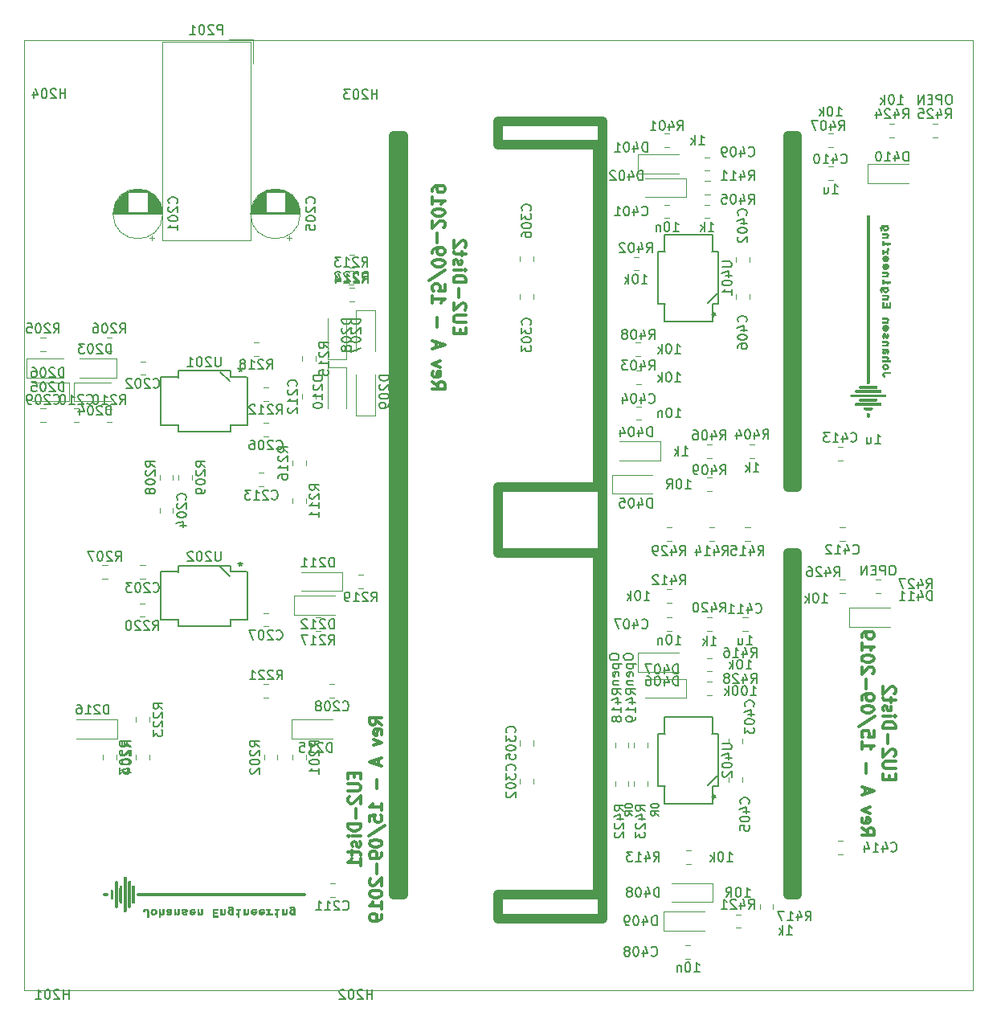
<source format=gbr>
%TF.GenerationSoftware,KiCad,Pcbnew,(5.1.0)-1*%
%TF.CreationDate,2019-09-15T23:57:34+02:00*%
%TF.ProjectId,KicadJE_EffectsUnit2,4b696361-644a-4455-9f45-666665637473,rev?*%
%TF.SameCoordinates,Original*%
%TF.FileFunction,Legend,Bot*%
%TF.FilePolarity,Positive*%
%FSLAX46Y46*%
G04 Gerber Fmt 4.6, Leading zero omitted, Abs format (unit mm)*
G04 Created by KiCad (PCBNEW (5.1.0)-1) date 2019-09-15 23:57:34*
%MOMM*%
%LPD*%
G04 APERTURE LIST*
%ADD10C,0.300000*%
%ADD11C,1.000000*%
%ADD12C,0.050000*%
%ADD13C,0.010000*%
%ADD14C,0.120000*%
%ADD15C,0.150000*%
G04 APERTURE END LIST*
D10*
X95967857Y-80859523D02*
X95967857Y-80426190D01*
X95286904Y-80240476D02*
X95286904Y-80859523D01*
X96586904Y-80859523D01*
X96586904Y-80240476D01*
X96586904Y-79683333D02*
X95534523Y-79683333D01*
X95410714Y-79621428D01*
X95348809Y-79559523D01*
X95286904Y-79435714D01*
X95286904Y-79188095D01*
X95348809Y-79064285D01*
X95410714Y-79002380D01*
X95534523Y-78940476D01*
X96586904Y-78940476D01*
X96463095Y-78383333D02*
X96525000Y-78321428D01*
X96586904Y-78197619D01*
X96586904Y-77888095D01*
X96525000Y-77764285D01*
X96463095Y-77702380D01*
X96339285Y-77640476D01*
X96215476Y-77640476D01*
X96029761Y-77702380D01*
X95286904Y-78445238D01*
X95286904Y-77640476D01*
X95782142Y-77083333D02*
X95782142Y-76092857D01*
X95286904Y-75473809D02*
X96586904Y-75473809D01*
X96586904Y-75164285D01*
X96525000Y-74978571D01*
X96401190Y-74854761D01*
X96277380Y-74792857D01*
X96029761Y-74730952D01*
X95844047Y-74730952D01*
X95596428Y-74792857D01*
X95472619Y-74854761D01*
X95348809Y-74978571D01*
X95286904Y-75164285D01*
X95286904Y-75473809D01*
X95286904Y-74173809D02*
X96153571Y-74173809D01*
X96586904Y-74173809D02*
X96525000Y-74235714D01*
X96463095Y-74173809D01*
X96525000Y-74111904D01*
X96586904Y-74173809D01*
X96463095Y-74173809D01*
X95348809Y-73616666D02*
X95286904Y-73492857D01*
X95286904Y-73245238D01*
X95348809Y-73121428D01*
X95472619Y-73059523D01*
X95534523Y-73059523D01*
X95658333Y-73121428D01*
X95720238Y-73245238D01*
X95720238Y-73430952D01*
X95782142Y-73554761D01*
X95905952Y-73616666D01*
X95967857Y-73616666D01*
X96091666Y-73554761D01*
X96153571Y-73430952D01*
X96153571Y-73245238D01*
X96091666Y-73121428D01*
X96153571Y-72688095D02*
X96153571Y-72192857D01*
X96586904Y-72502380D02*
X95472619Y-72502380D01*
X95348809Y-72440476D01*
X95286904Y-72316666D01*
X95286904Y-72192857D01*
X96463095Y-71821428D02*
X96525000Y-71759523D01*
X96586904Y-71635714D01*
X96586904Y-71326190D01*
X96525000Y-71202380D01*
X96463095Y-71140476D01*
X96339285Y-71078571D01*
X96215476Y-71078571D01*
X96029761Y-71140476D01*
X95286904Y-71883333D01*
X95286904Y-71078571D01*
X93036904Y-85935714D02*
X93655952Y-86369047D01*
X93036904Y-86678571D02*
X94336904Y-86678571D01*
X94336904Y-86183333D01*
X94275000Y-86059523D01*
X94213095Y-85997619D01*
X94089285Y-85935714D01*
X93903571Y-85935714D01*
X93779761Y-85997619D01*
X93717857Y-86059523D01*
X93655952Y-86183333D01*
X93655952Y-86678571D01*
X93098809Y-84883333D02*
X93036904Y-85007142D01*
X93036904Y-85254761D01*
X93098809Y-85378571D01*
X93222619Y-85440476D01*
X93717857Y-85440476D01*
X93841666Y-85378571D01*
X93903571Y-85254761D01*
X93903571Y-85007142D01*
X93841666Y-84883333D01*
X93717857Y-84821428D01*
X93594047Y-84821428D01*
X93470238Y-85440476D01*
X93903571Y-84388095D02*
X93036904Y-84078571D01*
X93903571Y-83769047D01*
X93408333Y-82345238D02*
X93408333Y-81726190D01*
X93036904Y-82469047D02*
X94336904Y-82035714D01*
X93036904Y-81602380D01*
X93532142Y-80178571D02*
X93532142Y-79188095D01*
X93036904Y-76897619D02*
X93036904Y-77640476D01*
X93036904Y-77269047D02*
X94336904Y-77269047D01*
X94151190Y-77392857D01*
X94027380Y-77516666D01*
X93965476Y-77640476D01*
X94336904Y-75721428D02*
X94336904Y-76340476D01*
X93717857Y-76402380D01*
X93779761Y-76340476D01*
X93841666Y-76216666D01*
X93841666Y-75907142D01*
X93779761Y-75783333D01*
X93717857Y-75721428D01*
X93594047Y-75659523D01*
X93284523Y-75659523D01*
X93160714Y-75721428D01*
X93098809Y-75783333D01*
X93036904Y-75907142D01*
X93036904Y-76216666D01*
X93098809Y-76340476D01*
X93160714Y-76402380D01*
X94398809Y-74173809D02*
X92727380Y-75288095D01*
X94336904Y-73492857D02*
X94336904Y-73369047D01*
X94275000Y-73245238D01*
X94213095Y-73183333D01*
X94089285Y-73121428D01*
X93841666Y-73059523D01*
X93532142Y-73059523D01*
X93284523Y-73121428D01*
X93160714Y-73183333D01*
X93098809Y-73245238D01*
X93036904Y-73369047D01*
X93036904Y-73492857D01*
X93098809Y-73616666D01*
X93160714Y-73678571D01*
X93284523Y-73740476D01*
X93532142Y-73802380D01*
X93841666Y-73802380D01*
X94089285Y-73740476D01*
X94213095Y-73678571D01*
X94275000Y-73616666D01*
X94336904Y-73492857D01*
X93036904Y-72440476D02*
X93036904Y-72192857D01*
X93098809Y-72069047D01*
X93160714Y-72007142D01*
X93346428Y-71883333D01*
X93594047Y-71821428D01*
X94089285Y-71821428D01*
X94213095Y-71883333D01*
X94275000Y-71945238D01*
X94336904Y-72069047D01*
X94336904Y-72316666D01*
X94275000Y-72440476D01*
X94213095Y-72502380D01*
X94089285Y-72564285D01*
X93779761Y-72564285D01*
X93655952Y-72502380D01*
X93594047Y-72440476D01*
X93532142Y-72316666D01*
X93532142Y-72069047D01*
X93594047Y-71945238D01*
X93655952Y-71883333D01*
X93779761Y-71821428D01*
X93532142Y-71264285D02*
X93532142Y-70273809D01*
X94213095Y-69716666D02*
X94275000Y-69654761D01*
X94336904Y-69530952D01*
X94336904Y-69221428D01*
X94275000Y-69097619D01*
X94213095Y-69035714D01*
X94089285Y-68973809D01*
X93965476Y-68973809D01*
X93779761Y-69035714D01*
X93036904Y-69778571D01*
X93036904Y-68973809D01*
X94336904Y-68169047D02*
X94336904Y-68045238D01*
X94275000Y-67921428D01*
X94213095Y-67859523D01*
X94089285Y-67797619D01*
X93841666Y-67735714D01*
X93532142Y-67735714D01*
X93284523Y-67797619D01*
X93160714Y-67859523D01*
X93098809Y-67921428D01*
X93036904Y-68045238D01*
X93036904Y-68169047D01*
X93098809Y-68292857D01*
X93160714Y-68354761D01*
X93284523Y-68416666D01*
X93532142Y-68478571D01*
X93841666Y-68478571D01*
X94089285Y-68416666D01*
X94213095Y-68354761D01*
X94275000Y-68292857D01*
X94336904Y-68169047D01*
X93036904Y-66497619D02*
X93036904Y-67240476D01*
X93036904Y-66869047D02*
X94336904Y-66869047D01*
X94151190Y-66992857D01*
X94027380Y-67116666D01*
X93965476Y-67240476D01*
X93036904Y-65878571D02*
X93036904Y-65630952D01*
X93098809Y-65507142D01*
X93160714Y-65445238D01*
X93346428Y-65321428D01*
X93594047Y-65259523D01*
X94089285Y-65259523D01*
X94213095Y-65321428D01*
X94275000Y-65383333D01*
X94336904Y-65507142D01*
X94336904Y-65754761D01*
X94275000Y-65878571D01*
X94213095Y-65940476D01*
X94089285Y-66002380D01*
X93779761Y-66002380D01*
X93655952Y-65940476D01*
X93594047Y-65878571D01*
X93532142Y-65754761D01*
X93532142Y-65507142D01*
X93594047Y-65383333D01*
X93655952Y-65321428D01*
X93779761Y-65259523D01*
X141217857Y-127859523D02*
X141217857Y-127426190D01*
X140536904Y-127240476D02*
X140536904Y-127859523D01*
X141836904Y-127859523D01*
X141836904Y-127240476D01*
X141836904Y-126683333D02*
X140784523Y-126683333D01*
X140660714Y-126621428D01*
X140598809Y-126559523D01*
X140536904Y-126435714D01*
X140536904Y-126188095D01*
X140598809Y-126064285D01*
X140660714Y-126002380D01*
X140784523Y-125940476D01*
X141836904Y-125940476D01*
X141713095Y-125383333D02*
X141775000Y-125321428D01*
X141836904Y-125197619D01*
X141836904Y-124888095D01*
X141775000Y-124764285D01*
X141713095Y-124702380D01*
X141589285Y-124640476D01*
X141465476Y-124640476D01*
X141279761Y-124702380D01*
X140536904Y-125445238D01*
X140536904Y-124640476D01*
X141032142Y-124083333D02*
X141032142Y-123092857D01*
X140536904Y-122473809D02*
X141836904Y-122473809D01*
X141836904Y-122164285D01*
X141775000Y-121978571D01*
X141651190Y-121854761D01*
X141527380Y-121792857D01*
X141279761Y-121730952D01*
X141094047Y-121730952D01*
X140846428Y-121792857D01*
X140722619Y-121854761D01*
X140598809Y-121978571D01*
X140536904Y-122164285D01*
X140536904Y-122473809D01*
X140536904Y-121173809D02*
X141403571Y-121173809D01*
X141836904Y-121173809D02*
X141775000Y-121235714D01*
X141713095Y-121173809D01*
X141775000Y-121111904D01*
X141836904Y-121173809D01*
X141713095Y-121173809D01*
X140598809Y-120616666D02*
X140536904Y-120492857D01*
X140536904Y-120245238D01*
X140598809Y-120121428D01*
X140722619Y-120059523D01*
X140784523Y-120059523D01*
X140908333Y-120121428D01*
X140970238Y-120245238D01*
X140970238Y-120430952D01*
X141032142Y-120554761D01*
X141155952Y-120616666D01*
X141217857Y-120616666D01*
X141341666Y-120554761D01*
X141403571Y-120430952D01*
X141403571Y-120245238D01*
X141341666Y-120121428D01*
X141403571Y-119688095D02*
X141403571Y-119192857D01*
X141836904Y-119502380D02*
X140722619Y-119502380D01*
X140598809Y-119440476D01*
X140536904Y-119316666D01*
X140536904Y-119192857D01*
X141713095Y-118821428D02*
X141775000Y-118759523D01*
X141836904Y-118635714D01*
X141836904Y-118326190D01*
X141775000Y-118202380D01*
X141713095Y-118140476D01*
X141589285Y-118078571D01*
X141465476Y-118078571D01*
X141279761Y-118140476D01*
X140536904Y-118883333D01*
X140536904Y-118078571D01*
X138286904Y-132935714D02*
X138905952Y-133369047D01*
X138286904Y-133678571D02*
X139586904Y-133678571D01*
X139586904Y-133183333D01*
X139525000Y-133059523D01*
X139463095Y-132997619D01*
X139339285Y-132935714D01*
X139153571Y-132935714D01*
X139029761Y-132997619D01*
X138967857Y-133059523D01*
X138905952Y-133183333D01*
X138905952Y-133678571D01*
X138348809Y-131883333D02*
X138286904Y-132007142D01*
X138286904Y-132254761D01*
X138348809Y-132378571D01*
X138472619Y-132440476D01*
X138967857Y-132440476D01*
X139091666Y-132378571D01*
X139153571Y-132254761D01*
X139153571Y-132007142D01*
X139091666Y-131883333D01*
X138967857Y-131821428D01*
X138844047Y-131821428D01*
X138720238Y-132440476D01*
X139153571Y-131388095D02*
X138286904Y-131078571D01*
X139153571Y-130769047D01*
X138658333Y-129345238D02*
X138658333Y-128726190D01*
X138286904Y-129469047D02*
X139586904Y-129035714D01*
X138286904Y-128602380D01*
X138782142Y-127178571D02*
X138782142Y-126188095D01*
X138286904Y-123897619D02*
X138286904Y-124640476D01*
X138286904Y-124269047D02*
X139586904Y-124269047D01*
X139401190Y-124392857D01*
X139277380Y-124516666D01*
X139215476Y-124640476D01*
X139586904Y-122721428D02*
X139586904Y-123340476D01*
X138967857Y-123402380D01*
X139029761Y-123340476D01*
X139091666Y-123216666D01*
X139091666Y-122907142D01*
X139029761Y-122783333D01*
X138967857Y-122721428D01*
X138844047Y-122659523D01*
X138534523Y-122659523D01*
X138410714Y-122721428D01*
X138348809Y-122783333D01*
X138286904Y-122907142D01*
X138286904Y-123216666D01*
X138348809Y-123340476D01*
X138410714Y-123402380D01*
X139648809Y-121173809D02*
X137977380Y-122288095D01*
X139586904Y-120492857D02*
X139586904Y-120369047D01*
X139525000Y-120245238D01*
X139463095Y-120183333D01*
X139339285Y-120121428D01*
X139091666Y-120059523D01*
X138782142Y-120059523D01*
X138534523Y-120121428D01*
X138410714Y-120183333D01*
X138348809Y-120245238D01*
X138286904Y-120369047D01*
X138286904Y-120492857D01*
X138348809Y-120616666D01*
X138410714Y-120678571D01*
X138534523Y-120740476D01*
X138782142Y-120802380D01*
X139091666Y-120802380D01*
X139339285Y-120740476D01*
X139463095Y-120678571D01*
X139525000Y-120616666D01*
X139586904Y-120492857D01*
X138286904Y-119440476D02*
X138286904Y-119192857D01*
X138348809Y-119069047D01*
X138410714Y-119007142D01*
X138596428Y-118883333D01*
X138844047Y-118821428D01*
X139339285Y-118821428D01*
X139463095Y-118883333D01*
X139525000Y-118945238D01*
X139586904Y-119069047D01*
X139586904Y-119316666D01*
X139525000Y-119440476D01*
X139463095Y-119502380D01*
X139339285Y-119564285D01*
X139029761Y-119564285D01*
X138905952Y-119502380D01*
X138844047Y-119440476D01*
X138782142Y-119316666D01*
X138782142Y-119069047D01*
X138844047Y-118945238D01*
X138905952Y-118883333D01*
X139029761Y-118821428D01*
X138782142Y-118264285D02*
X138782142Y-117273809D01*
X139463095Y-116716666D02*
X139525000Y-116654761D01*
X139586904Y-116530952D01*
X139586904Y-116221428D01*
X139525000Y-116097619D01*
X139463095Y-116035714D01*
X139339285Y-115973809D01*
X139215476Y-115973809D01*
X139029761Y-116035714D01*
X138286904Y-116778571D01*
X138286904Y-115973809D01*
X139586904Y-115169047D02*
X139586904Y-115045238D01*
X139525000Y-114921428D01*
X139463095Y-114859523D01*
X139339285Y-114797619D01*
X139091666Y-114735714D01*
X138782142Y-114735714D01*
X138534523Y-114797619D01*
X138410714Y-114859523D01*
X138348809Y-114921428D01*
X138286904Y-115045238D01*
X138286904Y-115169047D01*
X138348809Y-115292857D01*
X138410714Y-115354761D01*
X138534523Y-115416666D01*
X138782142Y-115478571D01*
X139091666Y-115478571D01*
X139339285Y-115416666D01*
X139463095Y-115354761D01*
X139525000Y-115292857D01*
X139586904Y-115169047D01*
X138286904Y-113497619D02*
X138286904Y-114240476D01*
X138286904Y-113869047D02*
X139586904Y-113869047D01*
X139401190Y-113992857D01*
X139277380Y-114116666D01*
X139215476Y-114240476D01*
X138286904Y-112878571D02*
X138286904Y-112630952D01*
X138348809Y-112507142D01*
X138410714Y-112445238D01*
X138596428Y-112321428D01*
X138844047Y-112259523D01*
X139339285Y-112259523D01*
X139463095Y-112321428D01*
X139525000Y-112383333D01*
X139586904Y-112507142D01*
X139586904Y-112754761D01*
X139525000Y-112878571D01*
X139463095Y-112940476D01*
X139339285Y-113002380D01*
X139029761Y-113002380D01*
X138905952Y-112940476D01*
X138844047Y-112878571D01*
X138782142Y-112754761D01*
X138782142Y-112507142D01*
X138844047Y-112383333D01*
X138905952Y-112321428D01*
X139029761Y-112259523D01*
X84782142Y-127140476D02*
X84782142Y-127573809D01*
X85463095Y-127759523D02*
X85463095Y-127140476D01*
X84163095Y-127140476D01*
X84163095Y-127759523D01*
X84163095Y-128316666D02*
X85215476Y-128316666D01*
X85339285Y-128378571D01*
X85401190Y-128440476D01*
X85463095Y-128564285D01*
X85463095Y-128811904D01*
X85401190Y-128935714D01*
X85339285Y-128997619D01*
X85215476Y-129059523D01*
X84163095Y-129059523D01*
X84286904Y-129616666D02*
X84225000Y-129678571D01*
X84163095Y-129802380D01*
X84163095Y-130111904D01*
X84225000Y-130235714D01*
X84286904Y-130297619D01*
X84410714Y-130359523D01*
X84534523Y-130359523D01*
X84720238Y-130297619D01*
X85463095Y-129554761D01*
X85463095Y-130359523D01*
X84967857Y-130916666D02*
X84967857Y-131907142D01*
X85463095Y-132526190D02*
X84163095Y-132526190D01*
X84163095Y-132835714D01*
X84225000Y-133021428D01*
X84348809Y-133145238D01*
X84472619Y-133207142D01*
X84720238Y-133269047D01*
X84905952Y-133269047D01*
X85153571Y-133207142D01*
X85277380Y-133145238D01*
X85401190Y-133021428D01*
X85463095Y-132835714D01*
X85463095Y-132526190D01*
X85463095Y-133826190D02*
X84596428Y-133826190D01*
X84163095Y-133826190D02*
X84225000Y-133764285D01*
X84286904Y-133826190D01*
X84225000Y-133888095D01*
X84163095Y-133826190D01*
X84286904Y-133826190D01*
X85401190Y-134383333D02*
X85463095Y-134507142D01*
X85463095Y-134754761D01*
X85401190Y-134878571D01*
X85277380Y-134940476D01*
X85215476Y-134940476D01*
X85091666Y-134878571D01*
X85029761Y-134754761D01*
X85029761Y-134569047D01*
X84967857Y-134445238D01*
X84844047Y-134383333D01*
X84782142Y-134383333D01*
X84658333Y-134445238D01*
X84596428Y-134569047D01*
X84596428Y-134754761D01*
X84658333Y-134878571D01*
X84596428Y-135311904D02*
X84596428Y-135807142D01*
X84163095Y-135497619D02*
X85277380Y-135497619D01*
X85401190Y-135559523D01*
X85463095Y-135683333D01*
X85463095Y-135807142D01*
X85463095Y-136921428D02*
X85463095Y-136178571D01*
X85463095Y-136550000D02*
X84163095Y-136550000D01*
X84348809Y-136426190D01*
X84472619Y-136302380D01*
X84534523Y-136178571D01*
X87713095Y-122064285D02*
X87094047Y-121630952D01*
X87713095Y-121321428D02*
X86413095Y-121321428D01*
X86413095Y-121816666D01*
X86475000Y-121940476D01*
X86536904Y-122002380D01*
X86660714Y-122064285D01*
X86846428Y-122064285D01*
X86970238Y-122002380D01*
X87032142Y-121940476D01*
X87094047Y-121816666D01*
X87094047Y-121321428D01*
X87651190Y-123116666D02*
X87713095Y-122992857D01*
X87713095Y-122745238D01*
X87651190Y-122621428D01*
X87527380Y-122559523D01*
X87032142Y-122559523D01*
X86908333Y-122621428D01*
X86846428Y-122745238D01*
X86846428Y-122992857D01*
X86908333Y-123116666D01*
X87032142Y-123178571D01*
X87155952Y-123178571D01*
X87279761Y-122559523D01*
X86846428Y-123611904D02*
X87713095Y-123921428D01*
X86846428Y-124230952D01*
X87341666Y-125654761D02*
X87341666Y-126273809D01*
X87713095Y-125530952D02*
X86413095Y-125964285D01*
X87713095Y-126397619D01*
X87217857Y-127821428D02*
X87217857Y-128811904D01*
X87713095Y-131102380D02*
X87713095Y-130359523D01*
X87713095Y-130730952D02*
X86413095Y-130730952D01*
X86598809Y-130607142D01*
X86722619Y-130483333D01*
X86784523Y-130359523D01*
X86413095Y-132278571D02*
X86413095Y-131659523D01*
X87032142Y-131597619D01*
X86970238Y-131659523D01*
X86908333Y-131783333D01*
X86908333Y-132092857D01*
X86970238Y-132216666D01*
X87032142Y-132278571D01*
X87155952Y-132340476D01*
X87465476Y-132340476D01*
X87589285Y-132278571D01*
X87651190Y-132216666D01*
X87713095Y-132092857D01*
X87713095Y-131783333D01*
X87651190Y-131659523D01*
X87589285Y-131597619D01*
X86351190Y-133826190D02*
X88022619Y-132711904D01*
X86413095Y-134507142D02*
X86413095Y-134630952D01*
X86475000Y-134754761D01*
X86536904Y-134816666D01*
X86660714Y-134878571D01*
X86908333Y-134940476D01*
X87217857Y-134940476D01*
X87465476Y-134878571D01*
X87589285Y-134816666D01*
X87651190Y-134754761D01*
X87713095Y-134630952D01*
X87713095Y-134507142D01*
X87651190Y-134383333D01*
X87589285Y-134321428D01*
X87465476Y-134259523D01*
X87217857Y-134197619D01*
X86908333Y-134197619D01*
X86660714Y-134259523D01*
X86536904Y-134321428D01*
X86475000Y-134383333D01*
X86413095Y-134507142D01*
X87713095Y-135559523D02*
X87713095Y-135807142D01*
X87651190Y-135930952D01*
X87589285Y-135992857D01*
X87403571Y-136116666D01*
X87155952Y-136178571D01*
X86660714Y-136178571D01*
X86536904Y-136116666D01*
X86475000Y-136054761D01*
X86413095Y-135930952D01*
X86413095Y-135683333D01*
X86475000Y-135559523D01*
X86536904Y-135497619D01*
X86660714Y-135435714D01*
X86970238Y-135435714D01*
X87094047Y-135497619D01*
X87155952Y-135559523D01*
X87217857Y-135683333D01*
X87217857Y-135930952D01*
X87155952Y-136054761D01*
X87094047Y-136116666D01*
X86970238Y-136178571D01*
X87217857Y-136735714D02*
X87217857Y-137726190D01*
X86536904Y-138283333D02*
X86475000Y-138345238D01*
X86413095Y-138469047D01*
X86413095Y-138778571D01*
X86475000Y-138902380D01*
X86536904Y-138964285D01*
X86660714Y-139026190D01*
X86784523Y-139026190D01*
X86970238Y-138964285D01*
X87713095Y-138221428D01*
X87713095Y-139026190D01*
X86413095Y-139830952D02*
X86413095Y-139954761D01*
X86475000Y-140078571D01*
X86536904Y-140140476D01*
X86660714Y-140202380D01*
X86908333Y-140264285D01*
X87217857Y-140264285D01*
X87465476Y-140202380D01*
X87589285Y-140140476D01*
X87651190Y-140078571D01*
X87713095Y-139954761D01*
X87713095Y-139830952D01*
X87651190Y-139707142D01*
X87589285Y-139645238D01*
X87465476Y-139583333D01*
X87217857Y-139521428D01*
X86908333Y-139521428D01*
X86660714Y-139583333D01*
X86536904Y-139645238D01*
X86475000Y-139707142D01*
X86413095Y-139830952D01*
X87713095Y-141502380D02*
X87713095Y-140759523D01*
X87713095Y-141130952D02*
X86413095Y-141130952D01*
X86598809Y-141007142D01*
X86722619Y-140883333D01*
X86784523Y-140759523D01*
X87713095Y-142121428D02*
X87713095Y-142369047D01*
X87651190Y-142492857D01*
X87589285Y-142554761D01*
X87403571Y-142678571D01*
X87155952Y-142740476D01*
X86660714Y-142740476D01*
X86536904Y-142678571D01*
X86475000Y-142616666D01*
X86413095Y-142492857D01*
X86413095Y-142245238D01*
X86475000Y-142121428D01*
X86536904Y-142059523D01*
X86660714Y-141997619D01*
X86970238Y-141997619D01*
X87094047Y-142059523D01*
X87155952Y-142121428D01*
X87217857Y-142245238D01*
X87217857Y-142492857D01*
X87155952Y-142616666D01*
X87094047Y-142678571D01*
X86970238Y-142740476D01*
D11*
X130500000Y-60000000D02*
X130500000Y-97000000D01*
X131500000Y-104000000D02*
X131500000Y-140000000D01*
X130500000Y-104000000D02*
X131500000Y-104000000D01*
X130500000Y-97000000D02*
X131500000Y-97000000D01*
X110500000Y-104000000D02*
X110500000Y-140000000D01*
X100000000Y-104000000D02*
X110500000Y-104000000D01*
X100000000Y-97000000D02*
X100000000Y-104000000D01*
X110500000Y-97000000D02*
X100000000Y-97000000D01*
X100000000Y-61000000D02*
X100000000Y-58500000D01*
X100000000Y-61000000D02*
X110500000Y-61000000D01*
X111000000Y-58500000D02*
X100000000Y-58500000D01*
X100000000Y-142500000D02*
X100000000Y-140000000D01*
X100000000Y-142500000D02*
X111000000Y-142500000D01*
X110500000Y-140000000D02*
X100000000Y-140000000D01*
X130500000Y-104000000D02*
X130500000Y-140000000D01*
X130500000Y-140000000D02*
X131500000Y-140000000D01*
X130500000Y-60000000D02*
X131500000Y-60000000D01*
X131500000Y-60000000D02*
X131500000Y-97000000D01*
X89000000Y-60000000D02*
X90000000Y-60000000D01*
X89000000Y-140000000D02*
X90000000Y-140000000D01*
X110500000Y-61000000D02*
X110500000Y-97000000D01*
X111000000Y-58500000D02*
X111000000Y-142500000D01*
X90000000Y-60000000D02*
X90000000Y-140000000D01*
X89000000Y-60000000D02*
X89000000Y-140000000D01*
D12*
X50000000Y-150000000D02*
X50000000Y-50000000D01*
X150000000Y-150000000D02*
X50000000Y-150000000D01*
X150000000Y-50000000D02*
X150000000Y-150000000D01*
X50000000Y-50000000D02*
X150000000Y-50000000D01*
D13*
G36*
X141133600Y-71278400D02*
G01*
X141133600Y-71430800D01*
X141302934Y-71430800D01*
X141302934Y-71278400D01*
X141133600Y-71278400D01*
X141133600Y-71278400D01*
G37*
X141133600Y-71278400D02*
X141133600Y-71430800D01*
X141302934Y-71430800D01*
X141302934Y-71278400D01*
X141133600Y-71278400D01*
G36*
X141133600Y-75342401D02*
G01*
X141133600Y-75494801D01*
X141302934Y-75494801D01*
X141302934Y-75342401D01*
X141133600Y-75342401D01*
X141133600Y-75342401D01*
G37*
X141133600Y-75342401D02*
X141133600Y-75494801D01*
X141302934Y-75494801D01*
X141302934Y-75342401D01*
X141133600Y-75342401D01*
G36*
X141076909Y-70415847D02*
G01*
X141054502Y-70369073D01*
X141033431Y-70343101D01*
X140984062Y-70287800D01*
X140473200Y-70276894D01*
X140473200Y-70414800D01*
X140692124Y-70414800D01*
X140786910Y-70415581D01*
X140853497Y-70418329D01*
X140897527Y-70423656D01*
X140924640Y-70432174D01*
X140937657Y-70441410D01*
X140961367Y-70486284D01*
X140958835Y-70539253D01*
X140933061Y-70591331D01*
X140887048Y-70633531D01*
X140870461Y-70642584D01*
X140821591Y-70657431D01*
X140748494Y-70665993D01*
X140646600Y-70668799D01*
X140644208Y-70668800D01*
X140473200Y-70668800D01*
X140473200Y-70804267D01*
X141065867Y-70804267D01*
X141065867Y-70736534D01*
X141063810Y-70693078D01*
X141052958Y-70673758D01*
X141026291Y-70668893D01*
X141016760Y-70668800D01*
X140967653Y-70668800D01*
X141025227Y-70611227D01*
X141062349Y-70568309D01*
X141079087Y-70527580D01*
X141082800Y-70476028D01*
X141076909Y-70415847D01*
X141076909Y-70415847D01*
G37*
X141076909Y-70415847D02*
X141054502Y-70369073D01*
X141033431Y-70343101D01*
X140984062Y-70287800D01*
X140473200Y-70276894D01*
X140473200Y-70414800D01*
X140692124Y-70414800D01*
X140786910Y-70415581D01*
X140853497Y-70418329D01*
X140897527Y-70423656D01*
X140924640Y-70432174D01*
X140937657Y-70441410D01*
X140961367Y-70486284D01*
X140958835Y-70539253D01*
X140933061Y-70591331D01*
X140887048Y-70633531D01*
X140870461Y-70642584D01*
X140821591Y-70657431D01*
X140748494Y-70665993D01*
X140646600Y-70668799D01*
X140644208Y-70668800D01*
X140473200Y-70668800D01*
X140473200Y-70804267D01*
X141065867Y-70804267D01*
X141065867Y-70736534D01*
X141063810Y-70693078D01*
X141052958Y-70673758D01*
X141026291Y-70668893D01*
X141016760Y-70668800D01*
X140967653Y-70668800D01*
X141025227Y-70611227D01*
X141062349Y-70568309D01*
X141079087Y-70527580D01*
X141082800Y-70476028D01*
X141076909Y-70415847D01*
G36*
X140591733Y-71278400D02*
G01*
X140591733Y-71210667D01*
X140589939Y-71167300D01*
X140578861Y-71148027D01*
X140549955Y-71143085D01*
X140532467Y-71142934D01*
X140473200Y-71142934D01*
X140473200Y-71549334D01*
X140532467Y-71549334D01*
X140572189Y-71546713D01*
X140588480Y-71531923D01*
X140591726Y-71494578D01*
X140591733Y-71490067D01*
X140591733Y-71430800D01*
X140947333Y-71430800D01*
X140947333Y-71490067D01*
X140949955Y-71529790D01*
X140964744Y-71546080D01*
X141002089Y-71549326D01*
X141006600Y-71549334D01*
X141065867Y-71549334D01*
X141065867Y-71278400D01*
X140591733Y-71278400D01*
X140591733Y-71278400D01*
G37*
X140591733Y-71278400D02*
X140591733Y-71210667D01*
X140589939Y-71167300D01*
X140578861Y-71148027D01*
X140549955Y-71143085D01*
X140532467Y-71142934D01*
X140473200Y-71142934D01*
X140473200Y-71549334D01*
X140532467Y-71549334D01*
X140572189Y-71546713D01*
X140588480Y-71531923D01*
X140591726Y-71494578D01*
X140591733Y-71490067D01*
X140591733Y-71430800D01*
X140947333Y-71430800D01*
X140947333Y-71490067D01*
X140949955Y-71529790D01*
X140964744Y-71546080D01*
X141002089Y-71549326D01*
X141006600Y-71549334D01*
X141065867Y-71549334D01*
X141065867Y-71278400D01*
X140591733Y-71278400D01*
G36*
X141078783Y-71888401D02*
G01*
X141065487Y-71855312D01*
X141038759Y-71846645D01*
X141000492Y-71855849D01*
X140966491Y-71870051D01*
X140952691Y-71888522D01*
X140953279Y-71923209D01*
X140956525Y-71946199D01*
X140955811Y-72027845D01*
X140930945Y-72099696D01*
X140885494Y-72153191D01*
X140864842Y-72166276D01*
X140811230Y-72183092D01*
X140736352Y-72191937D01*
X140702641Y-72192800D01*
X140591733Y-72192800D01*
X140591733Y-72125067D01*
X140589939Y-72081700D01*
X140578861Y-72062427D01*
X140549955Y-72057485D01*
X140532467Y-72057334D01*
X140473200Y-72057334D01*
X140473200Y-72463734D01*
X140532467Y-72463734D01*
X140570413Y-72461683D01*
X140587277Y-72449022D01*
X140591601Y-72415987D01*
X140591733Y-72396000D01*
X140591733Y-72328267D01*
X140964267Y-72328267D01*
X140964267Y-72396000D01*
X140966273Y-72439432D01*
X140977144Y-72458739D01*
X141004159Y-72463627D01*
X141015067Y-72463734D01*
X141065867Y-72463734D01*
X141065867Y-72192800D01*
X140956146Y-72192800D01*
X141003590Y-72148809D01*
X141052308Y-72090049D01*
X141077045Y-72021673D01*
X141082541Y-71950398D01*
X141078783Y-71888401D01*
X141078783Y-71888401D01*
G37*
X141078783Y-71888401D02*
X141065487Y-71855312D01*
X141038759Y-71846645D01*
X141000492Y-71855849D01*
X140966491Y-71870051D01*
X140952691Y-71888522D01*
X140953279Y-71923209D01*
X140956525Y-71946199D01*
X140955811Y-72027845D01*
X140930945Y-72099696D01*
X140885494Y-72153191D01*
X140864842Y-72166276D01*
X140811230Y-72183092D01*
X140736352Y-72191937D01*
X140702641Y-72192800D01*
X140591733Y-72192800D01*
X140591733Y-72125067D01*
X140589939Y-72081700D01*
X140578861Y-72062427D01*
X140549955Y-72057485D01*
X140532467Y-72057334D01*
X140473200Y-72057334D01*
X140473200Y-72463734D01*
X140532467Y-72463734D01*
X140570413Y-72461683D01*
X140587277Y-72449022D01*
X140591601Y-72415987D01*
X140591733Y-72396000D01*
X140591733Y-72328267D01*
X140964267Y-72328267D01*
X140964267Y-72396000D01*
X140966273Y-72439432D01*
X140977144Y-72458739D01*
X141004159Y-72463627D01*
X141015067Y-72463734D01*
X141065867Y-72463734D01*
X141065867Y-72192800D01*
X140956146Y-72192800D01*
X141003590Y-72148809D01*
X141052308Y-72090049D01*
X141077045Y-72021673D01*
X141082541Y-71950398D01*
X141078783Y-71888401D01*
G36*
X141076909Y-74479847D02*
G01*
X141054502Y-74433073D01*
X141033431Y-74407101D01*
X140984062Y-74351800D01*
X140473200Y-74340894D01*
X140473200Y-74478800D01*
X140692124Y-74478800D01*
X140786910Y-74479581D01*
X140853497Y-74482329D01*
X140897527Y-74487656D01*
X140924640Y-74496174D01*
X140937657Y-74505410D01*
X140961367Y-74550284D01*
X140958835Y-74603253D01*
X140933061Y-74655331D01*
X140887048Y-74697531D01*
X140870461Y-74706584D01*
X140821591Y-74721431D01*
X140748494Y-74729993D01*
X140646600Y-74732799D01*
X140644208Y-74732800D01*
X140473200Y-74732800D01*
X140473200Y-74868267D01*
X141065867Y-74868267D01*
X141065867Y-74800534D01*
X141063810Y-74757078D01*
X141052958Y-74737758D01*
X141026291Y-74732893D01*
X141016760Y-74732800D01*
X140967653Y-74732800D01*
X141025227Y-74675227D01*
X141062349Y-74632309D01*
X141079087Y-74591580D01*
X141082800Y-74540028D01*
X141076909Y-74479847D01*
X141076909Y-74479847D01*
G37*
X141076909Y-74479847D02*
X141054502Y-74433073D01*
X141033431Y-74407101D01*
X140984062Y-74351800D01*
X140473200Y-74340894D01*
X140473200Y-74478800D01*
X140692124Y-74478800D01*
X140786910Y-74479581D01*
X140853497Y-74482329D01*
X140897527Y-74487656D01*
X140924640Y-74496174D01*
X140937657Y-74505410D01*
X140961367Y-74550284D01*
X140958835Y-74603253D01*
X140933061Y-74655331D01*
X140887048Y-74697531D01*
X140870461Y-74706584D01*
X140821591Y-74721431D01*
X140748494Y-74729993D01*
X140646600Y-74732799D01*
X140644208Y-74732800D01*
X140473200Y-74732800D01*
X140473200Y-74868267D01*
X141065867Y-74868267D01*
X141065867Y-74800534D01*
X141063810Y-74757078D01*
X141052958Y-74737758D01*
X141026291Y-74732893D01*
X141016760Y-74732800D01*
X140967653Y-74732800D01*
X141025227Y-74675227D01*
X141062349Y-74632309D01*
X141079087Y-74591580D01*
X141082800Y-74540028D01*
X141076909Y-74479847D01*
G36*
X140591733Y-75342401D02*
G01*
X140591733Y-75274667D01*
X140589939Y-75231300D01*
X140578861Y-75212027D01*
X140549955Y-75207085D01*
X140532467Y-75206934D01*
X140473200Y-75206934D01*
X140473200Y-75613334D01*
X140532467Y-75613334D01*
X140572189Y-75610713D01*
X140588480Y-75595923D01*
X140591726Y-75558578D01*
X140591733Y-75554067D01*
X140591733Y-75494801D01*
X140947333Y-75494801D01*
X140947333Y-75554067D01*
X140949955Y-75593790D01*
X140964744Y-75610080D01*
X141002089Y-75613326D01*
X141006600Y-75613334D01*
X141065867Y-75613334D01*
X141065867Y-75342401D01*
X140591733Y-75342401D01*
X140591733Y-75342401D01*
G37*
X140591733Y-75342401D02*
X140591733Y-75274667D01*
X140589939Y-75231300D01*
X140578861Y-75212027D01*
X140549955Y-75207085D01*
X140532467Y-75206934D01*
X140473200Y-75206934D01*
X140473200Y-75613334D01*
X140532467Y-75613334D01*
X140572189Y-75610713D01*
X140588480Y-75595923D01*
X140591726Y-75558578D01*
X140591733Y-75554067D01*
X140591733Y-75494801D01*
X140947333Y-75494801D01*
X140947333Y-75554067D01*
X140949955Y-75593790D01*
X140964744Y-75610080D01*
X141002089Y-75613326D01*
X141006600Y-75613334D01*
X141065867Y-75613334D01*
X141065867Y-75342401D01*
X140591733Y-75342401D01*
G36*
X141076909Y-76918247D02*
G01*
X141054502Y-76871473D01*
X141033431Y-76845501D01*
X140984062Y-76790201D01*
X140728631Y-76784747D01*
X140473200Y-76779294D01*
X140473200Y-76917201D01*
X140692124Y-76917201D01*
X140786910Y-76917981D01*
X140853497Y-76920729D01*
X140897527Y-76926056D01*
X140924640Y-76934574D01*
X140937657Y-76943810D01*
X140961367Y-76988684D01*
X140958835Y-77041653D01*
X140933061Y-77093731D01*
X140887048Y-77135931D01*
X140870461Y-77144984D01*
X140821591Y-77159831D01*
X140748494Y-77168393D01*
X140646600Y-77171199D01*
X140644208Y-77171201D01*
X140473200Y-77171201D01*
X140473200Y-77306667D01*
X141065867Y-77306667D01*
X141065867Y-77238934D01*
X141063810Y-77195478D01*
X141052958Y-77176158D01*
X141026291Y-77171293D01*
X141016760Y-77171201D01*
X140967653Y-77171201D01*
X141025227Y-77113627D01*
X141062349Y-77070709D01*
X141079087Y-77029980D01*
X141082800Y-76978428D01*
X141076909Y-76918247D01*
X141076909Y-76918247D01*
G37*
X141076909Y-76918247D02*
X141054502Y-76871473D01*
X141033431Y-76845501D01*
X140984062Y-76790201D01*
X140728631Y-76784747D01*
X140473200Y-76779294D01*
X140473200Y-76917201D01*
X140692124Y-76917201D01*
X140786910Y-76917981D01*
X140853497Y-76920729D01*
X140897527Y-76926056D01*
X140924640Y-76934574D01*
X140937657Y-76943810D01*
X140961367Y-76988684D01*
X140958835Y-77041653D01*
X140933061Y-77093731D01*
X140887048Y-77135931D01*
X140870461Y-77144984D01*
X140821591Y-77159831D01*
X140748494Y-77168393D01*
X140646600Y-77171199D01*
X140644208Y-77171201D01*
X140473200Y-77171201D01*
X140473200Y-77306667D01*
X141065867Y-77306667D01*
X141065867Y-77238934D01*
X141063810Y-77195478D01*
X141052958Y-77176158D01*
X141026291Y-77171293D01*
X141016760Y-77171201D01*
X140967653Y-77171201D01*
X141025227Y-77113627D01*
X141062349Y-77070709D01*
X141079087Y-77029980D01*
X141082800Y-76978428D01*
X141076909Y-76918247D01*
G36*
X141184400Y-77594534D02*
G01*
X141184400Y-77984001D01*
X140947333Y-77984001D01*
X140947333Y-77679201D01*
X140828800Y-77679201D01*
X140828800Y-77984001D01*
X140591733Y-77984001D01*
X140591733Y-77594534D01*
X140473200Y-77594534D01*
X140473200Y-78119467D01*
X141302934Y-78119467D01*
X141302934Y-77594534D01*
X141184400Y-77594534D01*
X141184400Y-77594534D01*
G37*
X141184400Y-77594534D02*
X141184400Y-77984001D01*
X140947333Y-77984001D01*
X140947333Y-77679201D01*
X140828800Y-77679201D01*
X140828800Y-77984001D01*
X140591733Y-77984001D01*
X140591733Y-77594534D01*
X140473200Y-77594534D01*
X140473200Y-78119467D01*
X141302934Y-78119467D01*
X141302934Y-77594534D01*
X141184400Y-77594534D01*
G36*
X141076909Y-79339714D02*
G01*
X141054502Y-79292940D01*
X141033431Y-79266968D01*
X140984062Y-79211667D01*
X140473200Y-79200761D01*
X140473200Y-79338667D01*
X140692124Y-79338667D01*
X140786910Y-79339447D01*
X140853497Y-79342195D01*
X140897527Y-79347523D01*
X140924640Y-79356040D01*
X140937657Y-79365277D01*
X140961367Y-79410151D01*
X140958835Y-79463120D01*
X140933061Y-79515198D01*
X140887048Y-79557398D01*
X140870461Y-79566451D01*
X140821591Y-79581298D01*
X140748494Y-79589859D01*
X140646600Y-79592666D01*
X140644208Y-79592667D01*
X140473200Y-79592667D01*
X140473200Y-79728134D01*
X141065867Y-79728134D01*
X141065867Y-79660400D01*
X141063810Y-79616944D01*
X141052958Y-79597625D01*
X141026291Y-79592760D01*
X141016760Y-79592667D01*
X140967653Y-79592667D01*
X141025227Y-79535094D01*
X141062349Y-79492176D01*
X141079087Y-79451447D01*
X141082800Y-79399894D01*
X141076909Y-79339714D01*
X141076909Y-79339714D01*
G37*
X141076909Y-79339714D02*
X141054502Y-79292940D01*
X141033431Y-79266968D01*
X140984062Y-79211667D01*
X140473200Y-79200761D01*
X140473200Y-79338667D01*
X140692124Y-79338667D01*
X140786910Y-79339447D01*
X140853497Y-79342195D01*
X140897527Y-79347523D01*
X140924640Y-79356040D01*
X140937657Y-79365277D01*
X140961367Y-79410151D01*
X140958835Y-79463120D01*
X140933061Y-79515198D01*
X140887048Y-79557398D01*
X140870461Y-79566451D01*
X140821591Y-79581298D01*
X140748494Y-79589859D01*
X140646600Y-79592666D01*
X140644208Y-79592667D01*
X140473200Y-79592667D01*
X140473200Y-79728134D01*
X141065867Y-79728134D01*
X141065867Y-79660400D01*
X141063810Y-79616944D01*
X141052958Y-79597625D01*
X141026291Y-79592760D01*
X141016760Y-79592667D01*
X140967653Y-79592667D01*
X141025227Y-79535094D01*
X141062349Y-79492176D01*
X141079087Y-79451447D01*
X141082800Y-79399894D01*
X141076909Y-79339714D01*
G36*
X141076909Y-81778114D02*
G01*
X141054502Y-81731340D01*
X141033431Y-81705368D01*
X140984062Y-81650067D01*
X140473200Y-81639161D01*
X140473200Y-81777067D01*
X140692124Y-81777067D01*
X140786910Y-81777847D01*
X140853497Y-81780595D01*
X140897527Y-81785923D01*
X140924640Y-81794440D01*
X140937657Y-81803677D01*
X140961367Y-81848551D01*
X140958835Y-81901520D01*
X140933061Y-81953598D01*
X140887048Y-81995798D01*
X140870461Y-82004851D01*
X140821591Y-82019698D01*
X140748494Y-82028259D01*
X140646600Y-82031066D01*
X140644208Y-82031067D01*
X140473200Y-82031067D01*
X140473200Y-82166534D01*
X141065867Y-82166534D01*
X141065867Y-82098800D01*
X141063810Y-82055344D01*
X141052958Y-82036025D01*
X141026291Y-82031160D01*
X141016760Y-82031067D01*
X140967653Y-82031067D01*
X141025227Y-81973494D01*
X141062349Y-81930576D01*
X141079087Y-81889847D01*
X141082800Y-81838294D01*
X141076909Y-81778114D01*
X141076909Y-81778114D01*
G37*
X141076909Y-81778114D02*
X141054502Y-81731340D01*
X141033431Y-81705368D01*
X140984062Y-81650067D01*
X140473200Y-81639161D01*
X140473200Y-81777067D01*
X140692124Y-81777067D01*
X140786910Y-81777847D01*
X140853497Y-81780595D01*
X140897527Y-81785923D01*
X140924640Y-81794440D01*
X140937657Y-81803677D01*
X140961367Y-81848551D01*
X140958835Y-81901520D01*
X140933061Y-81953598D01*
X140887048Y-81995798D01*
X140870461Y-82004851D01*
X140821591Y-82019698D01*
X140748494Y-82028259D01*
X140646600Y-82031066D01*
X140644208Y-82031067D01*
X140473200Y-82031067D01*
X140473200Y-82166534D01*
X141065867Y-82166534D01*
X141065867Y-82098800D01*
X141063810Y-82055344D01*
X141052958Y-82036025D01*
X141026291Y-82031160D01*
X141016760Y-82031067D01*
X140967653Y-82031067D01*
X141025227Y-81973494D01*
X141062349Y-81930576D01*
X141079087Y-81889847D01*
X141082800Y-81838294D01*
X141076909Y-81778114D01*
G36*
X140963733Y-83656667D02*
G01*
X141016975Y-83609095D01*
X141052533Y-83569852D01*
X141071126Y-83524697D01*
X141078431Y-83476046D01*
X141081142Y-83421409D01*
X141072905Y-83384255D01*
X141048954Y-83348769D01*
X141035353Y-83333119D01*
X140984062Y-83275667D01*
X140473200Y-83264761D01*
X140473200Y-83402667D01*
X140692124Y-83402667D01*
X140786910Y-83403447D01*
X140853497Y-83406195D01*
X140897527Y-83411523D01*
X140924640Y-83420040D01*
X140937657Y-83429277D01*
X140961367Y-83474151D01*
X140958835Y-83527120D01*
X140933061Y-83579198D01*
X140887048Y-83621398D01*
X140870461Y-83630451D01*
X140821591Y-83645298D01*
X140748494Y-83653859D01*
X140646600Y-83656666D01*
X140644208Y-83656667D01*
X140473200Y-83656667D01*
X140473200Y-83792134D01*
X141302934Y-83792134D01*
X141302934Y-83656667D01*
X140963733Y-83656667D01*
X140963733Y-83656667D01*
G37*
X140963733Y-83656667D02*
X141016975Y-83609095D01*
X141052533Y-83569852D01*
X141071126Y-83524697D01*
X141078431Y-83476046D01*
X141081142Y-83421409D01*
X141072905Y-83384255D01*
X141048954Y-83348769D01*
X141035353Y-83333119D01*
X140984062Y-83275667D01*
X140473200Y-83264761D01*
X140473200Y-83402667D01*
X140692124Y-83402667D01*
X140786910Y-83403447D01*
X140853497Y-83406195D01*
X140897527Y-83411523D01*
X140924640Y-83420040D01*
X140937657Y-83429277D01*
X140961367Y-83474151D01*
X140958835Y-83527120D01*
X140933061Y-83579198D01*
X140887048Y-83621398D01*
X140870461Y-83630451D01*
X140821591Y-83645298D01*
X140748494Y-83653859D01*
X140646600Y-83656666D01*
X140644208Y-83656667D01*
X140473200Y-83656667D01*
X140473200Y-83792134D01*
X141302934Y-83792134D01*
X141302934Y-83656667D01*
X140963733Y-83656667D01*
G36*
X141072283Y-72892783D02*
G01*
X141039345Y-72810559D01*
X140995851Y-72756642D01*
X140926607Y-72710185D01*
X140835358Y-72674358D01*
X140773767Y-72659846D01*
X140710267Y-72648466D01*
X140710267Y-73157274D01*
X140668750Y-73138358D01*
X140627628Y-73103980D01*
X140594710Y-73048510D01*
X140576705Y-72984693D01*
X140575172Y-72960708D01*
X140582501Y-72915058D01*
X140600394Y-72859052D01*
X140608020Y-72840928D01*
X140640495Y-72769388D01*
X140597198Y-72735331D01*
X140553902Y-72701274D01*
X140520863Y-72743277D01*
X140479620Y-72820411D01*
X140459132Y-72914045D01*
X140460324Y-73013226D01*
X140484121Y-73106999D01*
X140489176Y-73118781D01*
X140540785Y-73194552D01*
X140613009Y-73249259D01*
X140698805Y-73281380D01*
X140791127Y-73289391D01*
X140855420Y-73277052D01*
X140855420Y-73141372D01*
X140840144Y-73126846D01*
X140831952Y-73084551D01*
X140828965Y-73011924D01*
X140828800Y-72980200D01*
X140829996Y-72901150D01*
X140834024Y-72851168D01*
X140841543Y-72825526D01*
X140851248Y-72819334D01*
X140877140Y-72830801D01*
X140910697Y-72858829D01*
X140914748Y-72863031D01*
X140945176Y-72909265D01*
X140955619Y-72968421D01*
X140955800Y-72980200D01*
X140948065Y-73042892D01*
X140921223Y-73090154D01*
X140914748Y-73097370D01*
X140879661Y-73130692D01*
X140855420Y-73141372D01*
X140855420Y-73277052D01*
X140882933Y-73271771D01*
X140967177Y-73226996D01*
X140972148Y-73223169D01*
X141031116Y-73157050D01*
X141067744Y-73074379D01*
X141081608Y-72983507D01*
X141072283Y-72892783D01*
X141072283Y-72892783D01*
G37*
X141072283Y-72892783D02*
X141039345Y-72810559D01*
X140995851Y-72756642D01*
X140926607Y-72710185D01*
X140835358Y-72674358D01*
X140773767Y-72659846D01*
X140710267Y-72648466D01*
X140710267Y-73157274D01*
X140668750Y-73138358D01*
X140627628Y-73103980D01*
X140594710Y-73048510D01*
X140576705Y-72984693D01*
X140575172Y-72960708D01*
X140582501Y-72915058D01*
X140600394Y-72859052D01*
X140608020Y-72840928D01*
X140640495Y-72769388D01*
X140597198Y-72735331D01*
X140553902Y-72701274D01*
X140520863Y-72743277D01*
X140479620Y-72820411D01*
X140459132Y-72914045D01*
X140460324Y-73013226D01*
X140484121Y-73106999D01*
X140489176Y-73118781D01*
X140540785Y-73194552D01*
X140613009Y-73249259D01*
X140698805Y-73281380D01*
X140791127Y-73289391D01*
X140855420Y-73277052D01*
X140855420Y-73141372D01*
X140840144Y-73126846D01*
X140831952Y-73084551D01*
X140828965Y-73011924D01*
X140828800Y-72980200D01*
X140829996Y-72901150D01*
X140834024Y-72851168D01*
X140841543Y-72825526D01*
X140851248Y-72819334D01*
X140877140Y-72830801D01*
X140910697Y-72858829D01*
X140914748Y-72863031D01*
X140945176Y-72909265D01*
X140955619Y-72968421D01*
X140955800Y-72980200D01*
X140948065Y-73042892D01*
X140921223Y-73090154D01*
X140914748Y-73097370D01*
X140879661Y-73130692D01*
X140855420Y-73141372D01*
X140855420Y-73277052D01*
X140882933Y-73271771D01*
X140967177Y-73226996D01*
X140972148Y-73223169D01*
X141031116Y-73157050D01*
X141067744Y-73074379D01*
X141081608Y-72983507D01*
X141072283Y-72892783D01*
G36*
X141072283Y-73705583D02*
G01*
X141039345Y-73623359D01*
X140995851Y-73569442D01*
X140926607Y-73522985D01*
X140835358Y-73487158D01*
X140773767Y-73472646D01*
X140710267Y-73461266D01*
X140710267Y-73970074D01*
X140668750Y-73951158D01*
X140627628Y-73916780D01*
X140594710Y-73861310D01*
X140576705Y-73797493D01*
X140575172Y-73773508D01*
X140582501Y-73727858D01*
X140600394Y-73671852D01*
X140608020Y-73653728D01*
X140640495Y-73582188D01*
X140597198Y-73548131D01*
X140553902Y-73514074D01*
X140520863Y-73556077D01*
X140479620Y-73633211D01*
X140459132Y-73726845D01*
X140460324Y-73826026D01*
X140484121Y-73919799D01*
X140489176Y-73931581D01*
X140540785Y-74007352D01*
X140613009Y-74062059D01*
X140698805Y-74094180D01*
X140791127Y-74102191D01*
X140855420Y-74089852D01*
X140855420Y-73954172D01*
X140840144Y-73939646D01*
X140831952Y-73897351D01*
X140828965Y-73824724D01*
X140828800Y-73793000D01*
X140829996Y-73713950D01*
X140834024Y-73663968D01*
X140841543Y-73638326D01*
X140851248Y-73632134D01*
X140877140Y-73643601D01*
X140910697Y-73671629D01*
X140914748Y-73675831D01*
X140945176Y-73722065D01*
X140955619Y-73781221D01*
X140955800Y-73793000D01*
X140948065Y-73855692D01*
X140921223Y-73902954D01*
X140914748Y-73910170D01*
X140879661Y-73943492D01*
X140855420Y-73954172D01*
X140855420Y-74089852D01*
X140882933Y-74084571D01*
X140967177Y-74039796D01*
X140972148Y-74035969D01*
X141031116Y-73969850D01*
X141067744Y-73887179D01*
X141081608Y-73796307D01*
X141072283Y-73705583D01*
X141072283Y-73705583D01*
G37*
X141072283Y-73705583D02*
X141039345Y-73623359D01*
X140995851Y-73569442D01*
X140926607Y-73522985D01*
X140835358Y-73487158D01*
X140773767Y-73472646D01*
X140710267Y-73461266D01*
X140710267Y-73970074D01*
X140668750Y-73951158D01*
X140627628Y-73916780D01*
X140594710Y-73861310D01*
X140576705Y-73797493D01*
X140575172Y-73773508D01*
X140582501Y-73727858D01*
X140600394Y-73671852D01*
X140608020Y-73653728D01*
X140640495Y-73582188D01*
X140597198Y-73548131D01*
X140553902Y-73514074D01*
X140520863Y-73556077D01*
X140479620Y-73633211D01*
X140459132Y-73726845D01*
X140460324Y-73826026D01*
X140484121Y-73919799D01*
X140489176Y-73931581D01*
X140540785Y-74007352D01*
X140613009Y-74062059D01*
X140698805Y-74094180D01*
X140791127Y-74102191D01*
X140855420Y-74089852D01*
X140855420Y-73954172D01*
X140840144Y-73939646D01*
X140831952Y-73897351D01*
X140828965Y-73824724D01*
X140828800Y-73793000D01*
X140829996Y-73713950D01*
X140834024Y-73663968D01*
X140841543Y-73638326D01*
X140851248Y-73632134D01*
X140877140Y-73643601D01*
X140910697Y-73671629D01*
X140914748Y-73675831D01*
X140945176Y-73722065D01*
X140955619Y-73781221D01*
X140955800Y-73793000D01*
X140948065Y-73855692D01*
X140921223Y-73902954D01*
X140914748Y-73910170D01*
X140879661Y-73943492D01*
X140855420Y-73954172D01*
X140855420Y-74089852D01*
X140882933Y-74084571D01*
X140967177Y-74039796D01*
X140972148Y-74035969D01*
X141031116Y-73969850D01*
X141067744Y-73887179D01*
X141081608Y-73796307D01*
X141072283Y-73705583D01*
G36*
X141072283Y-80191050D02*
G01*
X141039345Y-80108825D01*
X140995851Y-80054909D01*
X140926607Y-80008452D01*
X140835358Y-79972625D01*
X140773767Y-79958113D01*
X140710267Y-79946733D01*
X140710267Y-80455541D01*
X140668750Y-80436625D01*
X140627628Y-80402246D01*
X140594710Y-80346777D01*
X140576705Y-80282960D01*
X140575172Y-80258975D01*
X140582501Y-80213325D01*
X140600394Y-80157319D01*
X140608020Y-80139194D01*
X140640495Y-80067655D01*
X140597198Y-80033598D01*
X140553902Y-79999541D01*
X140520863Y-80041543D01*
X140479620Y-80118678D01*
X140459132Y-80212312D01*
X140460324Y-80311492D01*
X140484121Y-80405265D01*
X140489176Y-80417047D01*
X140540785Y-80492819D01*
X140613009Y-80547526D01*
X140698805Y-80579646D01*
X140791127Y-80587658D01*
X140855420Y-80575319D01*
X140855420Y-80439638D01*
X140840144Y-80425113D01*
X140831952Y-80382818D01*
X140828965Y-80310190D01*
X140828800Y-80278467D01*
X140829996Y-80199417D01*
X140834024Y-80149435D01*
X140841543Y-80123792D01*
X140851248Y-80117600D01*
X140877140Y-80129067D01*
X140910697Y-80157096D01*
X140914748Y-80161298D01*
X140945176Y-80207531D01*
X140955619Y-80266687D01*
X140955800Y-80278467D01*
X140948065Y-80341159D01*
X140921223Y-80388421D01*
X140914748Y-80395636D01*
X140879661Y-80428958D01*
X140855420Y-80439638D01*
X140855420Y-80575319D01*
X140882933Y-80570038D01*
X140967177Y-80525263D01*
X140972148Y-80521436D01*
X141031116Y-80455317D01*
X141067744Y-80372646D01*
X141081608Y-80281773D01*
X141072283Y-80191050D01*
X141072283Y-80191050D01*
G37*
X141072283Y-80191050D02*
X141039345Y-80108825D01*
X140995851Y-80054909D01*
X140926607Y-80008452D01*
X140835358Y-79972625D01*
X140773767Y-79958113D01*
X140710267Y-79946733D01*
X140710267Y-80455541D01*
X140668750Y-80436625D01*
X140627628Y-80402246D01*
X140594710Y-80346777D01*
X140576705Y-80282960D01*
X140575172Y-80258975D01*
X140582501Y-80213325D01*
X140600394Y-80157319D01*
X140608020Y-80139194D01*
X140640495Y-80067655D01*
X140597198Y-80033598D01*
X140553902Y-79999541D01*
X140520863Y-80041543D01*
X140479620Y-80118678D01*
X140459132Y-80212312D01*
X140460324Y-80311492D01*
X140484121Y-80405265D01*
X140489176Y-80417047D01*
X140540785Y-80492819D01*
X140613009Y-80547526D01*
X140698805Y-80579646D01*
X140791127Y-80587658D01*
X140855420Y-80575319D01*
X140855420Y-80439638D01*
X140840144Y-80425113D01*
X140831952Y-80382818D01*
X140828965Y-80310190D01*
X140828800Y-80278467D01*
X140829996Y-80199417D01*
X140834024Y-80149435D01*
X140841543Y-80123792D01*
X140851248Y-80117600D01*
X140877140Y-80129067D01*
X140910697Y-80157096D01*
X140914748Y-80161298D01*
X140945176Y-80207531D01*
X140955619Y-80266687D01*
X140955800Y-80278467D01*
X140948065Y-80341159D01*
X140921223Y-80388421D01*
X140914748Y-80395636D01*
X140879661Y-80428958D01*
X140855420Y-80439638D01*
X140855420Y-80575319D01*
X140882933Y-80570038D01*
X140967177Y-80525263D01*
X140972148Y-80521436D01*
X141031116Y-80455317D01*
X141067744Y-80372646D01*
X141081608Y-80281773D01*
X141072283Y-80191050D01*
G36*
X141074151Y-80999157D02*
G01*
X141055962Y-80925547D01*
X141029190Y-80872104D01*
X141024052Y-80866014D01*
X140995998Y-80854555D01*
X140961357Y-80860975D01*
X140932456Y-80879605D01*
X140921621Y-80904774D01*
X140923516Y-80912250D01*
X140945062Y-80979952D01*
X140956652Y-81053005D01*
X140958384Y-81123021D01*
X140950353Y-81181614D01*
X140932657Y-81220394D01*
X140919861Y-81229872D01*
X140897393Y-81233236D01*
X140879623Y-81220639D01*
X140864289Y-81187484D01*
X140849130Y-81129174D01*
X140834807Y-81057025D01*
X140810734Y-80955285D01*
X140780431Y-80883608D01*
X140741122Y-80838369D01*
X140690028Y-80815940D01*
X140647029Y-80811867D01*
X140579351Y-80827007D01*
X140524783Y-80869295D01*
X140484913Y-80934033D01*
X140461328Y-81016524D01*
X140455614Y-81112071D01*
X140469357Y-81215974D01*
X140488197Y-81282100D01*
X140506957Y-81333107D01*
X140522640Y-81370002D01*
X140529434Y-81381746D01*
X140550499Y-81382998D01*
X140587994Y-81372163D01*
X140592488Y-81370355D01*
X140619294Y-81358443D01*
X140633240Y-81345306D01*
X140634685Y-81323396D01*
X140623990Y-81285161D01*
X140601515Y-81223050D01*
X140599751Y-81218267D01*
X140578860Y-81119117D01*
X140579306Y-81060637D01*
X140592402Y-80990951D01*
X140613250Y-80953202D01*
X140638323Y-80947391D01*
X140664091Y-80973521D01*
X140687026Y-81031596D01*
X140693956Y-81060543D01*
X140714119Y-81154044D01*
X140730754Y-81220598D01*
X140746150Y-81266623D01*
X140762595Y-81298535D01*
X140782376Y-81322752D01*
X140790099Y-81330217D01*
X140848655Y-81364791D01*
X140911719Y-81369518D01*
X140973069Y-81346672D01*
X141026478Y-81298527D01*
X141064790Y-81229865D01*
X141079810Y-81162428D01*
X141082515Y-81081821D01*
X141074151Y-80999157D01*
X141074151Y-80999157D01*
G37*
X141074151Y-80999157D02*
X141055962Y-80925547D01*
X141029190Y-80872104D01*
X141024052Y-80866014D01*
X140995998Y-80854555D01*
X140961357Y-80860975D01*
X140932456Y-80879605D01*
X140921621Y-80904774D01*
X140923516Y-80912250D01*
X140945062Y-80979952D01*
X140956652Y-81053005D01*
X140958384Y-81123021D01*
X140950353Y-81181614D01*
X140932657Y-81220394D01*
X140919861Y-81229872D01*
X140897393Y-81233236D01*
X140879623Y-81220639D01*
X140864289Y-81187484D01*
X140849130Y-81129174D01*
X140834807Y-81057025D01*
X140810734Y-80955285D01*
X140780431Y-80883608D01*
X140741122Y-80838369D01*
X140690028Y-80815940D01*
X140647029Y-80811867D01*
X140579351Y-80827007D01*
X140524783Y-80869295D01*
X140484913Y-80934033D01*
X140461328Y-81016524D01*
X140455614Y-81112071D01*
X140469357Y-81215974D01*
X140488197Y-81282100D01*
X140506957Y-81333107D01*
X140522640Y-81370002D01*
X140529434Y-81381746D01*
X140550499Y-81382998D01*
X140587994Y-81372163D01*
X140592488Y-81370355D01*
X140619294Y-81358443D01*
X140633240Y-81345306D01*
X140634685Y-81323396D01*
X140623990Y-81285161D01*
X140601515Y-81223050D01*
X140599751Y-81218267D01*
X140578860Y-81119117D01*
X140579306Y-81060637D01*
X140592402Y-80990951D01*
X140613250Y-80953202D01*
X140638323Y-80947391D01*
X140664091Y-80973521D01*
X140687026Y-81031596D01*
X140693956Y-81060543D01*
X140714119Y-81154044D01*
X140730754Y-81220598D01*
X140746150Y-81266623D01*
X140762595Y-81298535D01*
X140782376Y-81322752D01*
X140790099Y-81330217D01*
X140848655Y-81364791D01*
X140911719Y-81369518D01*
X140973069Y-81346672D01*
X141026478Y-81298527D01*
X141064790Y-81229865D01*
X141079810Y-81162428D01*
X141082515Y-81081821D01*
X141074151Y-80999157D01*
G36*
X141058056Y-82586320D02*
G01*
X141014475Y-82514708D01*
X140989435Y-82491110D01*
X140968057Y-82476353D01*
X140943693Y-82466164D01*
X140909950Y-82459710D01*
X140860433Y-82456154D01*
X140788747Y-82454665D01*
X140707983Y-82454400D01*
X140473200Y-82454400D01*
X140473200Y-82522134D01*
X140475997Y-82566379D01*
X140487412Y-82585950D01*
X140507574Y-82589867D01*
X140528918Y-82591430D01*
X140531093Y-82601502D01*
X140513597Y-82628162D01*
X140504424Y-82640620D01*
X140474634Y-82702341D01*
X140459847Y-82789033D01*
X140459572Y-82792701D01*
X140456704Y-82850543D01*
X140461414Y-82887728D01*
X140477938Y-82917299D01*
X140510513Y-82952300D01*
X140511828Y-82953615D01*
X140557275Y-82992610D01*
X140599258Y-83010054D01*
X140637647Y-83013200D01*
X140660416Y-83008359D01*
X140660416Y-82875109D01*
X140615527Y-82867823D01*
X140587495Y-82833700D01*
X140578799Y-82776568D01*
X140580737Y-82752200D01*
X140595033Y-82696022D01*
X140618680Y-82646579D01*
X140621801Y-82642133D01*
X140658821Y-82609093D01*
X140699241Y-82592976D01*
X140726136Y-82591923D01*
X140739199Y-82602724D01*
X140743195Y-82633643D01*
X140743178Y-82669176D01*
X140735326Y-82759442D01*
X140715082Y-82826156D01*
X140683861Y-82865790D01*
X140660416Y-82875109D01*
X140660416Y-83008359D01*
X140709566Y-82997908D01*
X140766999Y-82952829D01*
X140809135Y-82879159D01*
X140835160Y-82778097D01*
X140842281Y-82711755D01*
X140847220Y-82648161D01*
X140853393Y-82611617D01*
X140863282Y-82595326D01*
X140879366Y-82592495D01*
X140885551Y-82593222D01*
X140918756Y-82610897D01*
X140946255Y-82643830D01*
X140959148Y-82683818D01*
X140959108Y-82738785D01*
X140945622Y-82814125D01*
X140921469Y-82904134D01*
X140922027Y-82934178D01*
X140949535Y-82956338D01*
X140955939Y-82959383D01*
X140991300Y-82971957D01*
X141015294Y-82966912D01*
X141034524Y-82939209D01*
X141055595Y-82883809D01*
X141055815Y-82883164D01*
X141079840Y-82777124D01*
X141080215Y-82675984D01*
X141058056Y-82586320D01*
X141058056Y-82586320D01*
G37*
X141058056Y-82586320D02*
X141014475Y-82514708D01*
X140989435Y-82491110D01*
X140968057Y-82476353D01*
X140943693Y-82466164D01*
X140909950Y-82459710D01*
X140860433Y-82456154D01*
X140788747Y-82454665D01*
X140707983Y-82454400D01*
X140473200Y-82454400D01*
X140473200Y-82522134D01*
X140475997Y-82566379D01*
X140487412Y-82585950D01*
X140507574Y-82589867D01*
X140528918Y-82591430D01*
X140531093Y-82601502D01*
X140513597Y-82628162D01*
X140504424Y-82640620D01*
X140474634Y-82702341D01*
X140459847Y-82789033D01*
X140459572Y-82792701D01*
X140456704Y-82850543D01*
X140461414Y-82887728D01*
X140477938Y-82917299D01*
X140510513Y-82952300D01*
X140511828Y-82953615D01*
X140557275Y-82992610D01*
X140599258Y-83010054D01*
X140637647Y-83013200D01*
X140660416Y-83008359D01*
X140660416Y-82875109D01*
X140615527Y-82867823D01*
X140587495Y-82833700D01*
X140578799Y-82776568D01*
X140580737Y-82752200D01*
X140595033Y-82696022D01*
X140618680Y-82646579D01*
X140621801Y-82642133D01*
X140658821Y-82609093D01*
X140699241Y-82592976D01*
X140726136Y-82591923D01*
X140739199Y-82602724D01*
X140743195Y-82633643D01*
X140743178Y-82669176D01*
X140735326Y-82759442D01*
X140715082Y-82826156D01*
X140683861Y-82865790D01*
X140660416Y-82875109D01*
X140660416Y-83008359D01*
X140709566Y-82997908D01*
X140766999Y-82952829D01*
X140809135Y-82879159D01*
X140835160Y-82778097D01*
X140842281Y-82711755D01*
X140847220Y-82648161D01*
X140853393Y-82611617D01*
X140863282Y-82595326D01*
X140879366Y-82592495D01*
X140885551Y-82593222D01*
X140918756Y-82610897D01*
X140946255Y-82643830D01*
X140959148Y-82683818D01*
X140959108Y-82738785D01*
X140945622Y-82814125D01*
X140921469Y-82904134D01*
X140922027Y-82934178D01*
X140949535Y-82956338D01*
X140955939Y-82959383D01*
X140991300Y-82971957D01*
X141015294Y-82966912D01*
X141034524Y-82939209D01*
X141055595Y-82883809D01*
X141055815Y-82883164D01*
X141079840Y-82777124D01*
X141080215Y-82675984D01*
X141058056Y-82586320D01*
G36*
X141067833Y-84237645D02*
G01*
X141025298Y-84151368D01*
X140958739Y-84085518D01*
X140871703Y-84043620D01*
X140769533Y-84029201D01*
X140665404Y-84044005D01*
X140578813Y-84086211D01*
X140513025Y-84152508D01*
X140471305Y-84239585D01*
X140456918Y-84344132D01*
X140456930Y-84346157D01*
X140462214Y-84407231D01*
X140474661Y-84463146D01*
X140480171Y-84477934D01*
X140531381Y-84554097D01*
X140604311Y-84610245D01*
X140691700Y-84643885D01*
X140772515Y-84651267D01*
X140772515Y-84515081D01*
X140704889Y-84505484D01*
X140646245Y-84475442D01*
X140602970Y-84427763D01*
X140581449Y-84365253D01*
X140582156Y-84317977D01*
X140600585Y-84264643D01*
X140633174Y-84217137D01*
X140633926Y-84216377D01*
X140667073Y-84189775D01*
X140705789Y-84176794D01*
X140763503Y-84173150D01*
X140769533Y-84173134D01*
X140828590Y-84176006D01*
X140867988Y-84187756D01*
X140901677Y-84213086D01*
X140908849Y-84220085D01*
X140940733Y-84260539D01*
X140954052Y-84306604D01*
X140955800Y-84344318D01*
X140951467Y-84399130D01*
X140934395Y-84436103D01*
X140909167Y-84461712D01*
X140842736Y-84501426D01*
X140772515Y-84515081D01*
X140772515Y-84651267D01*
X140786289Y-84652526D01*
X140880816Y-84633677D01*
X140905000Y-84623729D01*
X140991022Y-84569393D01*
X141048174Y-84498141D01*
X141077748Y-84407919D01*
X141082800Y-84340821D01*
X141067833Y-84237645D01*
X141067833Y-84237645D01*
G37*
X141067833Y-84237645D02*
X141025298Y-84151368D01*
X140958739Y-84085518D01*
X140871703Y-84043620D01*
X140769533Y-84029201D01*
X140665404Y-84044005D01*
X140578813Y-84086211D01*
X140513025Y-84152508D01*
X140471305Y-84239585D01*
X140456918Y-84344132D01*
X140456930Y-84346157D01*
X140462214Y-84407231D01*
X140474661Y-84463146D01*
X140480171Y-84477934D01*
X140531381Y-84554097D01*
X140604311Y-84610245D01*
X140691700Y-84643885D01*
X140772515Y-84651267D01*
X140772515Y-84515081D01*
X140704889Y-84505484D01*
X140646245Y-84475442D01*
X140602970Y-84427763D01*
X140581449Y-84365253D01*
X140582156Y-84317977D01*
X140600585Y-84264643D01*
X140633174Y-84217137D01*
X140633926Y-84216377D01*
X140667073Y-84189775D01*
X140705789Y-84176794D01*
X140763503Y-84173150D01*
X140769533Y-84173134D01*
X140828590Y-84176006D01*
X140867988Y-84187756D01*
X140901677Y-84213086D01*
X140908849Y-84220085D01*
X140940733Y-84260539D01*
X140954052Y-84306604D01*
X140955800Y-84344318D01*
X140951467Y-84399130D01*
X140934395Y-84436103D01*
X140909167Y-84461712D01*
X140842736Y-84501426D01*
X140772515Y-84515081D01*
X140772515Y-84651267D01*
X140786289Y-84652526D01*
X140880816Y-84633677D01*
X140905000Y-84623729D01*
X140991022Y-84569393D01*
X141048174Y-84498141D01*
X141077748Y-84407919D01*
X141082800Y-84340821D01*
X141067833Y-84237645D01*
G36*
X140984788Y-84892801D02*
G01*
X140872072Y-84893057D01*
X140787529Y-84894195D01*
X140725467Y-84896764D01*
X140680193Y-84901315D01*
X140646015Y-84908400D01*
X140617242Y-84918569D01*
X140591088Y-84930901D01*
X140521137Y-84980337D01*
X140485926Y-85028267D01*
X140464477Y-85098213D01*
X140458163Y-85180980D01*
X140467734Y-85258731D01*
X140475291Y-85282258D01*
X140515713Y-85347850D01*
X140576514Y-85405479D01*
X140612059Y-85427809D01*
X140656478Y-85447417D01*
X140683128Y-85445363D01*
X140702329Y-85418906D01*
X140709843Y-85401823D01*
X140721613Y-85352662D01*
X140709614Y-85323224D01*
X140685373Y-85316134D01*
X140656419Y-85302359D01*
X140622907Y-85268416D01*
X140593350Y-85225383D01*
X140576261Y-85184333D01*
X140574800Y-85172286D01*
X140577971Y-85127498D01*
X140590007Y-85092949D01*
X140614695Y-85067348D01*
X140655821Y-85049405D01*
X140717170Y-85037829D01*
X140802528Y-85031329D01*
X140915682Y-85028615D01*
X140997293Y-85028267D01*
X141302934Y-85028267D01*
X141302934Y-84892801D01*
X140984788Y-84892801D01*
X140984788Y-84892801D01*
G37*
X140984788Y-84892801D02*
X140872072Y-84893057D01*
X140787529Y-84894195D01*
X140725467Y-84896764D01*
X140680193Y-84901315D01*
X140646015Y-84908400D01*
X140617242Y-84918569D01*
X140591088Y-84930901D01*
X140521137Y-84980337D01*
X140485926Y-85028267D01*
X140464477Y-85098213D01*
X140458163Y-85180980D01*
X140467734Y-85258731D01*
X140475291Y-85282258D01*
X140515713Y-85347850D01*
X140576514Y-85405479D01*
X140612059Y-85427809D01*
X140656478Y-85447417D01*
X140683128Y-85445363D01*
X140702329Y-85418906D01*
X140709843Y-85401823D01*
X140721613Y-85352662D01*
X140709614Y-85323224D01*
X140685373Y-85316134D01*
X140656419Y-85302359D01*
X140622907Y-85268416D01*
X140593350Y-85225383D01*
X140576261Y-85184333D01*
X140574800Y-85172286D01*
X140577971Y-85127498D01*
X140590007Y-85092949D01*
X140614695Y-85067348D01*
X140655821Y-85049405D01*
X140717170Y-85037829D01*
X140802528Y-85031329D01*
X140915682Y-85028615D01*
X140997293Y-85028267D01*
X141302934Y-85028267D01*
X141302934Y-84892801D01*
X140984788Y-84892801D01*
G36*
X141072728Y-69690035D02*
G01*
X141056965Y-69651960D01*
X141043722Y-69617739D01*
X141046983Y-69602191D01*
X141048499Y-69602000D01*
X141059374Y-69586979D01*
X141065424Y-69549454D01*
X141065867Y-69534267D01*
X141065867Y-69466534D01*
X140729704Y-69466534D01*
X140614408Y-69466713D01*
X140527792Y-69467588D01*
X140464670Y-69469665D01*
X140419855Y-69473450D01*
X140388160Y-69479450D01*
X140364401Y-69488171D01*
X140343390Y-69500120D01*
X140336004Y-69504971D01*
X140274407Y-69565513D01*
X140234893Y-69646349D01*
X140219048Y-69740814D01*
X140228458Y-69842245D01*
X140243403Y-69894261D01*
X140270107Y-69955096D01*
X140298031Y-69995264D01*
X140320998Y-70008400D01*
X140342473Y-69998752D01*
X140370627Y-69978727D01*
X140407272Y-69949053D01*
X140370669Y-69866306D01*
X140345833Y-69784655D01*
X140344971Y-69712350D01*
X140366228Y-69654442D01*
X140407751Y-69615976D01*
X140467683Y-69602001D01*
X140467793Y-69602000D01*
X140524870Y-69602000D01*
X140499035Y-69651960D01*
X140473957Y-69732718D01*
X140478991Y-69812009D01*
X140510534Y-69885145D01*
X140564984Y-69947440D01*
X140638739Y-69994207D01*
X140728196Y-70020762D01*
X140784075Y-70024924D01*
X140784075Y-69888940D01*
X140715996Y-69880217D01*
X140655545Y-69849931D01*
X140614523Y-69803337D01*
X140599987Y-69752473D01*
X140601643Y-69691738D01*
X140618268Y-69638722D01*
X140626854Y-69625890D01*
X140654221Y-69613153D01*
X140704424Y-69604920D01*
X140766861Y-69601285D01*
X140830929Y-69602340D01*
X140886026Y-69608178D01*
X140921548Y-69618891D01*
X140926965Y-69623262D01*
X140952847Y-69677487D01*
X140957865Y-69743104D01*
X140946867Y-69789394D01*
X140908232Y-69843163D01*
X140851061Y-69876466D01*
X140784075Y-69888940D01*
X140784075Y-70024924D01*
X140785821Y-70025055D01*
X140879304Y-70011236D01*
X140959455Y-69973820D01*
X141022574Y-69917899D01*
X141064960Y-69848566D01*
X141082912Y-69770914D01*
X141072728Y-69690035D01*
X141072728Y-69690035D01*
G37*
X141072728Y-69690035D02*
X141056965Y-69651960D01*
X141043722Y-69617739D01*
X141046983Y-69602191D01*
X141048499Y-69602000D01*
X141059374Y-69586979D01*
X141065424Y-69549454D01*
X141065867Y-69534267D01*
X141065867Y-69466534D01*
X140729704Y-69466534D01*
X140614408Y-69466713D01*
X140527792Y-69467588D01*
X140464670Y-69469665D01*
X140419855Y-69473450D01*
X140388160Y-69479450D01*
X140364401Y-69488171D01*
X140343390Y-69500120D01*
X140336004Y-69504971D01*
X140274407Y-69565513D01*
X140234893Y-69646349D01*
X140219048Y-69740814D01*
X140228458Y-69842245D01*
X140243403Y-69894261D01*
X140270107Y-69955096D01*
X140298031Y-69995264D01*
X140320998Y-70008400D01*
X140342473Y-69998752D01*
X140370627Y-69978727D01*
X140407272Y-69949053D01*
X140370669Y-69866306D01*
X140345833Y-69784655D01*
X140344971Y-69712350D01*
X140366228Y-69654442D01*
X140407751Y-69615976D01*
X140467683Y-69602001D01*
X140467793Y-69602000D01*
X140524870Y-69602000D01*
X140499035Y-69651960D01*
X140473957Y-69732718D01*
X140478991Y-69812009D01*
X140510534Y-69885145D01*
X140564984Y-69947440D01*
X140638739Y-69994207D01*
X140728196Y-70020762D01*
X140784075Y-70024924D01*
X140784075Y-69888940D01*
X140715996Y-69880217D01*
X140655545Y-69849931D01*
X140614523Y-69803337D01*
X140599987Y-69752473D01*
X140601643Y-69691738D01*
X140618268Y-69638722D01*
X140626854Y-69625890D01*
X140654221Y-69613153D01*
X140704424Y-69604920D01*
X140766861Y-69601285D01*
X140830929Y-69602340D01*
X140886026Y-69608178D01*
X140921548Y-69618891D01*
X140926965Y-69623262D01*
X140952847Y-69677487D01*
X140957865Y-69743104D01*
X140946867Y-69789394D01*
X140908232Y-69843163D01*
X140851061Y-69876466D01*
X140784075Y-69888940D01*
X140784075Y-70024924D01*
X140785821Y-70025055D01*
X140879304Y-70011236D01*
X140959455Y-69973820D01*
X141022574Y-69917899D01*
X141064960Y-69848566D01*
X141082912Y-69770914D01*
X141072728Y-69690035D01*
G36*
X141072728Y-76192435D02*
G01*
X141056965Y-76154360D01*
X141043722Y-76120139D01*
X141046983Y-76104591D01*
X141048499Y-76104401D01*
X141059374Y-76089379D01*
X141065424Y-76051854D01*
X141065867Y-76036667D01*
X141065867Y-75968934D01*
X140729704Y-75968934D01*
X140614408Y-75969113D01*
X140527792Y-75969988D01*
X140464670Y-75972065D01*
X140419855Y-75975850D01*
X140388160Y-75981850D01*
X140364401Y-75990571D01*
X140343390Y-76002520D01*
X140336004Y-76007371D01*
X140274407Y-76067913D01*
X140234893Y-76148749D01*
X140219048Y-76243214D01*
X140228458Y-76344645D01*
X140243403Y-76396661D01*
X140270107Y-76457496D01*
X140298031Y-76497664D01*
X140320998Y-76510801D01*
X140342473Y-76501152D01*
X140370627Y-76481127D01*
X140407272Y-76451453D01*
X140370669Y-76368706D01*
X140345833Y-76287055D01*
X140344971Y-76214750D01*
X140366228Y-76156842D01*
X140407751Y-76118376D01*
X140467683Y-76104401D01*
X140524870Y-76104401D01*
X140499035Y-76154360D01*
X140473957Y-76235118D01*
X140478991Y-76314409D01*
X140510534Y-76387545D01*
X140564984Y-76449840D01*
X140638739Y-76496607D01*
X140728196Y-76523162D01*
X140784075Y-76527324D01*
X140784075Y-76391340D01*
X140715996Y-76382617D01*
X140655545Y-76352331D01*
X140614523Y-76305737D01*
X140599987Y-76254873D01*
X140601643Y-76194138D01*
X140618268Y-76141122D01*
X140626854Y-76128290D01*
X140654221Y-76115553D01*
X140704424Y-76107320D01*
X140766861Y-76103685D01*
X140830929Y-76104740D01*
X140886026Y-76110578D01*
X140921548Y-76121291D01*
X140926965Y-76125662D01*
X140952847Y-76179887D01*
X140957865Y-76245504D01*
X140946867Y-76291794D01*
X140908232Y-76345563D01*
X140851061Y-76378866D01*
X140784075Y-76391340D01*
X140784075Y-76527324D01*
X140785821Y-76527455D01*
X140879304Y-76513636D01*
X140959455Y-76476220D01*
X141022574Y-76420299D01*
X141064960Y-76350966D01*
X141082912Y-76273314D01*
X141072728Y-76192435D01*
X141072728Y-76192435D01*
G37*
X141072728Y-76192435D02*
X141056965Y-76154360D01*
X141043722Y-76120139D01*
X141046983Y-76104591D01*
X141048499Y-76104401D01*
X141059374Y-76089379D01*
X141065424Y-76051854D01*
X141065867Y-76036667D01*
X141065867Y-75968934D01*
X140729704Y-75968934D01*
X140614408Y-75969113D01*
X140527792Y-75969988D01*
X140464670Y-75972065D01*
X140419855Y-75975850D01*
X140388160Y-75981850D01*
X140364401Y-75990571D01*
X140343390Y-76002520D01*
X140336004Y-76007371D01*
X140274407Y-76067913D01*
X140234893Y-76148749D01*
X140219048Y-76243214D01*
X140228458Y-76344645D01*
X140243403Y-76396661D01*
X140270107Y-76457496D01*
X140298031Y-76497664D01*
X140320998Y-76510801D01*
X140342473Y-76501152D01*
X140370627Y-76481127D01*
X140407272Y-76451453D01*
X140370669Y-76368706D01*
X140345833Y-76287055D01*
X140344971Y-76214750D01*
X140366228Y-76156842D01*
X140407751Y-76118376D01*
X140467683Y-76104401D01*
X140524870Y-76104401D01*
X140499035Y-76154360D01*
X140473957Y-76235118D01*
X140478991Y-76314409D01*
X140510534Y-76387545D01*
X140564984Y-76449840D01*
X140638739Y-76496607D01*
X140728196Y-76523162D01*
X140784075Y-76527324D01*
X140784075Y-76391340D01*
X140715996Y-76382617D01*
X140655545Y-76352331D01*
X140614523Y-76305737D01*
X140599987Y-76254873D01*
X140601643Y-76194138D01*
X140618268Y-76141122D01*
X140626854Y-76128290D01*
X140654221Y-76115553D01*
X140704424Y-76107320D01*
X140766861Y-76103685D01*
X140830929Y-76104740D01*
X140886026Y-76110578D01*
X140921548Y-76121291D01*
X140926965Y-76125662D01*
X140952847Y-76179887D01*
X140957865Y-76245504D01*
X140946867Y-76291794D01*
X140908232Y-76345563D01*
X140851061Y-76378866D01*
X140784075Y-76391340D01*
X140784075Y-76527324D01*
X140785821Y-76527455D01*
X140879304Y-76513636D01*
X140959455Y-76476220D01*
X141022574Y-76420299D01*
X141064960Y-76350966D01*
X141082912Y-76273314D01*
X141072728Y-76192435D01*
G36*
X139011609Y-68419619D02*
G01*
X138957084Y-68388471D01*
X138897585Y-68386138D01*
X138843601Y-68412481D01*
X138833619Y-68421992D01*
X138796800Y-68461183D01*
X138796800Y-86041809D01*
X138841417Y-86076905D01*
X138883904Y-86101641D01*
X138923636Y-86112000D01*
X138923800Y-86112000D01*
X138963461Y-86101741D01*
X139005990Y-86077057D01*
X139006183Y-86076905D01*
X139050800Y-86041809D01*
X139050800Y-68456437D01*
X139011609Y-68419619D01*
X139011609Y-68419619D01*
G37*
X139011609Y-68419619D02*
X138957084Y-68388471D01*
X138897585Y-68386138D01*
X138843601Y-68412481D01*
X138833619Y-68421992D01*
X138796800Y-68461183D01*
X138796800Y-86041809D01*
X138841417Y-86076905D01*
X138883904Y-86101641D01*
X138923636Y-86112000D01*
X138923800Y-86112000D01*
X138963461Y-86101741D01*
X139005990Y-86077057D01*
X139006183Y-86076905D01*
X139050800Y-86041809D01*
X139050800Y-68456437D01*
X139011609Y-68419619D01*
G36*
X139047477Y-89341276D02*
G01*
X139035745Y-89277199D01*
X139012958Y-89237194D01*
X138976472Y-89216611D01*
X138923800Y-89210800D01*
X138871290Y-89216524D01*
X138834959Y-89236801D01*
X138812183Y-89276292D01*
X138800340Y-89339657D01*
X138796806Y-89431558D01*
X138796800Y-89436449D01*
X138797566Y-89512122D01*
X138800947Y-89562010D01*
X138808565Y-89594180D01*
X138822045Y-89616698D01*
X138835992Y-89631182D01*
X138890516Y-89662330D01*
X138950016Y-89664663D01*
X139003999Y-89638320D01*
X139013982Y-89628809D01*
X139031760Y-89605901D01*
X139042750Y-89577841D01*
X139048517Y-89536349D01*
X139050627Y-89473145D01*
X139050800Y-89434076D01*
X139047477Y-89341276D01*
X139047477Y-89341276D01*
G37*
X139047477Y-89341276D02*
X139035745Y-89277199D01*
X139012958Y-89237194D01*
X138976472Y-89216611D01*
X138923800Y-89210800D01*
X138871290Y-89216524D01*
X138834959Y-89236801D01*
X138812183Y-89276292D01*
X138800340Y-89339657D01*
X138796806Y-89431558D01*
X138796800Y-89436449D01*
X138797566Y-89512122D01*
X138800947Y-89562010D01*
X138808565Y-89594180D01*
X138822045Y-89616698D01*
X138835992Y-89631182D01*
X138890516Y-89662330D01*
X138950016Y-89664663D01*
X139003999Y-89638320D01*
X139013982Y-89628809D01*
X139031760Y-89605901D01*
X139042750Y-89577841D01*
X139048517Y-89536349D01*
X139050627Y-89473145D01*
X139050800Y-89434076D01*
X139047477Y-89341276D01*
G36*
X139382594Y-88727258D02*
G01*
X139357124Y-88683510D01*
X139345978Y-88670746D01*
X139332929Y-88660974D01*
X139313565Y-88653724D01*
X139283478Y-88648526D01*
X139238256Y-88644911D01*
X139173490Y-88642408D01*
X139084769Y-88640548D01*
X138967682Y-88638861D01*
X138933905Y-88638416D01*
X138543029Y-88633299D01*
X138500581Y-88675747D01*
X138465302Y-88728754D01*
X138463032Y-88781964D01*
X138493843Y-88831947D01*
X138497325Y-88835315D01*
X138511152Y-88847100D01*
X138527268Y-88856059D01*
X138550172Y-88862580D01*
X138584368Y-88867048D01*
X138634356Y-88869852D01*
X138704639Y-88871376D01*
X138799719Y-88872008D01*
X138924097Y-88872134D01*
X138926173Y-88872134D01*
X139050760Y-88872046D01*
X139145948Y-88871510D01*
X139216204Y-88870115D01*
X139265996Y-88867451D01*
X139299791Y-88863106D01*
X139322056Y-88856670D01*
X139337260Y-88847734D01*
X139349869Y-88835885D01*
X139352648Y-88832942D01*
X139384520Y-88780707D01*
X139382594Y-88727258D01*
X139382594Y-88727258D01*
G37*
X139382594Y-88727258D02*
X139357124Y-88683510D01*
X139345978Y-88670746D01*
X139332929Y-88660974D01*
X139313565Y-88653724D01*
X139283478Y-88648526D01*
X139238256Y-88644911D01*
X139173490Y-88642408D01*
X139084769Y-88640548D01*
X138967682Y-88638861D01*
X138933905Y-88638416D01*
X138543029Y-88633299D01*
X138500581Y-88675747D01*
X138465302Y-88728754D01*
X138463032Y-88781964D01*
X138493843Y-88831947D01*
X138497325Y-88835315D01*
X138511152Y-88847100D01*
X138527268Y-88856059D01*
X138550172Y-88862580D01*
X138584368Y-88867048D01*
X138634356Y-88869852D01*
X138704639Y-88871376D01*
X138799719Y-88872008D01*
X138924097Y-88872134D01*
X138926173Y-88872134D01*
X139050760Y-88872046D01*
X139145948Y-88871510D01*
X139216204Y-88870115D01*
X139265996Y-88867451D01*
X139299791Y-88863106D01*
X139322056Y-88856670D01*
X139337260Y-88847734D01*
X139349869Y-88835885D01*
X139352648Y-88832942D01*
X139384520Y-88780707D01*
X139382594Y-88727258D01*
G36*
X139821136Y-86426186D02*
G01*
X139812800Y-86416800D01*
X139804241Y-86409176D01*
X139793213Y-86402791D01*
X139776846Y-86397535D01*
X139752273Y-86393298D01*
X139716623Y-86389971D01*
X139667029Y-86387444D01*
X139600622Y-86385607D01*
X139514533Y-86384350D01*
X139405894Y-86383565D01*
X139271835Y-86383140D01*
X139109488Y-86382966D01*
X138927568Y-86382934D01*
X138733034Y-86383038D01*
X138569569Y-86383405D01*
X138434376Y-86384117D01*
X138324655Y-86385259D01*
X138237612Y-86386913D01*
X138170446Y-86389161D01*
X138120362Y-86392088D01*
X138084562Y-86395775D01*
X138060248Y-86400305D01*
X138044622Y-86405763D01*
X138038568Y-86409294D01*
X138008291Y-86448984D01*
X138000418Y-86501689D01*
X138014991Y-86554990D01*
X138037993Y-86585474D01*
X138047182Y-86593256D01*
X138058527Y-86599772D01*
X138074910Y-86605133D01*
X138099219Y-86609453D01*
X138134335Y-86612843D01*
X138183145Y-86615417D01*
X138248532Y-86617286D01*
X138333381Y-86618563D01*
X138440577Y-86619361D01*
X138573004Y-86619791D01*
X138733547Y-86619967D01*
X138923800Y-86620000D01*
X139115142Y-86619966D01*
X139275501Y-86619790D01*
X139407763Y-86619357D01*
X139514811Y-86618557D01*
X139599531Y-86617276D01*
X139664806Y-86615403D01*
X139713522Y-86612825D01*
X139748563Y-86609429D01*
X139772813Y-86605103D01*
X139789157Y-86599735D01*
X139800479Y-86593212D01*
X139809607Y-86585474D01*
X139840075Y-86536349D01*
X139843999Y-86478943D01*
X139821136Y-86426186D01*
X139821136Y-86426186D01*
G37*
X139821136Y-86426186D02*
X139812800Y-86416800D01*
X139804241Y-86409176D01*
X139793213Y-86402791D01*
X139776846Y-86397535D01*
X139752273Y-86393298D01*
X139716623Y-86389971D01*
X139667029Y-86387444D01*
X139600622Y-86385607D01*
X139514533Y-86384350D01*
X139405894Y-86383565D01*
X139271835Y-86383140D01*
X139109488Y-86382966D01*
X138927568Y-86382934D01*
X138733034Y-86383038D01*
X138569569Y-86383405D01*
X138434376Y-86384117D01*
X138324655Y-86385259D01*
X138237612Y-86386913D01*
X138170446Y-86389161D01*
X138120362Y-86392088D01*
X138084562Y-86395775D01*
X138060248Y-86400305D01*
X138044622Y-86405763D01*
X138038568Y-86409294D01*
X138008291Y-86448984D01*
X138000418Y-86501689D01*
X138014991Y-86554990D01*
X138037993Y-86585474D01*
X138047182Y-86593256D01*
X138058527Y-86599772D01*
X138074910Y-86605133D01*
X138099219Y-86609453D01*
X138134335Y-86612843D01*
X138183145Y-86615417D01*
X138248532Y-86617286D01*
X138333381Y-86618563D01*
X138440577Y-86619361D01*
X138573004Y-86619791D01*
X138733547Y-86619967D01*
X138923800Y-86620000D01*
X139115142Y-86619966D01*
X139275501Y-86619790D01*
X139407763Y-86619357D01*
X139514811Y-86618557D01*
X139599531Y-86617276D01*
X139664806Y-86615403D01*
X139713522Y-86612825D01*
X139748563Y-86609429D01*
X139772813Y-86605103D01*
X139789157Y-86599735D01*
X139800479Y-86593212D01*
X139809607Y-86585474D01*
X139840075Y-86536349D01*
X139843999Y-86478943D01*
X139821136Y-86426186D01*
G36*
X139835512Y-87781129D02*
G01*
X139833708Y-87778235D01*
X139823642Y-87765468D01*
X139810053Y-87754736D01*
X139790122Y-87745863D01*
X139761031Y-87738674D01*
X139719960Y-87732993D01*
X139664092Y-87728644D01*
X139590607Y-87725451D01*
X139496687Y-87723238D01*
X139379514Y-87721830D01*
X139236267Y-87721050D01*
X139064130Y-87720722D01*
X138911173Y-87720667D01*
X138721374Y-87720702D01*
X138562533Y-87720884D01*
X138431742Y-87721327D01*
X138326094Y-87722147D01*
X138242681Y-87723458D01*
X138178593Y-87725376D01*
X138130924Y-87728016D01*
X138096764Y-87731492D01*
X138073206Y-87735920D01*
X138057343Y-87741414D01*
X138046265Y-87748090D01*
X138037993Y-87755193D01*
X138007998Y-87801721D01*
X138000475Y-87856172D01*
X138015384Y-87906129D01*
X138038568Y-87931374D01*
X138050515Y-87937392D01*
X138069568Y-87942437D01*
X138098523Y-87946592D01*
X138140178Y-87949938D01*
X138197331Y-87952560D01*
X138272780Y-87954541D01*
X138369321Y-87955962D01*
X138489752Y-87956907D01*
X138636871Y-87957460D01*
X138813475Y-87957702D01*
X138927568Y-87957734D01*
X139119271Y-87957697D01*
X139279976Y-87957512D01*
X139412551Y-87957070D01*
X139519866Y-87956261D01*
X139604790Y-87954975D01*
X139670190Y-87953103D01*
X139718937Y-87950534D01*
X139753897Y-87947160D01*
X139777941Y-87942870D01*
X139793937Y-87937554D01*
X139804754Y-87931103D01*
X139812800Y-87923867D01*
X139838009Y-87880431D01*
X139846400Y-87827141D01*
X139835512Y-87781129D01*
X139835512Y-87781129D01*
G37*
X139835512Y-87781129D02*
X139833708Y-87778235D01*
X139823642Y-87765468D01*
X139810053Y-87754736D01*
X139790122Y-87745863D01*
X139761031Y-87738674D01*
X139719960Y-87732993D01*
X139664092Y-87728644D01*
X139590607Y-87725451D01*
X139496687Y-87723238D01*
X139379514Y-87721830D01*
X139236267Y-87721050D01*
X139064130Y-87720722D01*
X138911173Y-87720667D01*
X138721374Y-87720702D01*
X138562533Y-87720884D01*
X138431742Y-87721327D01*
X138326094Y-87722147D01*
X138242681Y-87723458D01*
X138178593Y-87725376D01*
X138130924Y-87728016D01*
X138096764Y-87731492D01*
X138073206Y-87735920D01*
X138057343Y-87741414D01*
X138046265Y-87748090D01*
X138037993Y-87755193D01*
X138007998Y-87801721D01*
X138000475Y-87856172D01*
X138015384Y-87906129D01*
X138038568Y-87931374D01*
X138050515Y-87937392D01*
X138069568Y-87942437D01*
X138098523Y-87946592D01*
X138140178Y-87949938D01*
X138197331Y-87952560D01*
X138272780Y-87954541D01*
X138369321Y-87955962D01*
X138489752Y-87956907D01*
X138636871Y-87957460D01*
X138813475Y-87957702D01*
X138927568Y-87957734D01*
X139119271Y-87957697D01*
X139279976Y-87957512D01*
X139412551Y-87957070D01*
X139519866Y-87956261D01*
X139604790Y-87954975D01*
X139670190Y-87953103D01*
X139718937Y-87950534D01*
X139753897Y-87947160D01*
X139777941Y-87942870D01*
X139793937Y-87937554D01*
X139804754Y-87931103D01*
X139812800Y-87923867D01*
X139838009Y-87880431D01*
X139846400Y-87827141D01*
X139835512Y-87781129D01*
G36*
X140295883Y-86866595D02*
G01*
X140270946Y-86837495D01*
X140262570Y-86831731D01*
X140251132Y-86826722D01*
X140234348Y-86822416D01*
X140209934Y-86818758D01*
X140175607Y-86815697D01*
X140129084Y-86813180D01*
X140068080Y-86811153D01*
X139990314Y-86809565D01*
X139893500Y-86808361D01*
X139775355Y-86807491D01*
X139633597Y-86806899D01*
X139465940Y-86806534D01*
X139270103Y-86806343D01*
X139043801Y-86806273D01*
X138921155Y-86806267D01*
X137609927Y-86806267D01*
X137568364Y-86847831D01*
X137533565Y-86898435D01*
X137532522Y-86948089D01*
X137565235Y-86998582D01*
X137568364Y-87001770D01*
X137609927Y-87043334D01*
X138921155Y-87043334D01*
X139163211Y-87043304D01*
X139373684Y-87043179D01*
X139554858Y-87042906D01*
X139709016Y-87042432D01*
X139838441Y-87041704D01*
X139945417Y-87040670D01*
X140032227Y-87039277D01*
X140101156Y-87037472D01*
X140154486Y-87035201D01*
X140194501Y-87032413D01*
X140223485Y-87029055D01*
X140243721Y-87025073D01*
X140257492Y-87020414D01*
X140267083Y-87015027D01*
X140270946Y-87012106D01*
X140303385Y-86966021D01*
X140309511Y-86924800D01*
X140295883Y-86866595D01*
X140295883Y-86866595D01*
G37*
X140295883Y-86866595D02*
X140270946Y-86837495D01*
X140262570Y-86831731D01*
X140251132Y-86826722D01*
X140234348Y-86822416D01*
X140209934Y-86818758D01*
X140175607Y-86815697D01*
X140129084Y-86813180D01*
X140068080Y-86811153D01*
X139990314Y-86809565D01*
X139893500Y-86808361D01*
X139775355Y-86807491D01*
X139633597Y-86806899D01*
X139465940Y-86806534D01*
X139270103Y-86806343D01*
X139043801Y-86806273D01*
X138921155Y-86806267D01*
X137609927Y-86806267D01*
X137568364Y-86847831D01*
X137533565Y-86898435D01*
X137532522Y-86948089D01*
X137565235Y-86998582D01*
X137568364Y-87001770D01*
X137609927Y-87043334D01*
X138921155Y-87043334D01*
X139163211Y-87043304D01*
X139373684Y-87043179D01*
X139554858Y-87042906D01*
X139709016Y-87042432D01*
X139838441Y-87041704D01*
X139945417Y-87040670D01*
X140032227Y-87039277D01*
X140101156Y-87037472D01*
X140154486Y-87035201D01*
X140194501Y-87032413D01*
X140223485Y-87029055D01*
X140243721Y-87025073D01*
X140257492Y-87020414D01*
X140267083Y-87015027D01*
X140270946Y-87012106D01*
X140303385Y-86966021D01*
X140309511Y-86924800D01*
X140295883Y-86866595D01*
G36*
X140301553Y-88258287D02*
G01*
X140275265Y-88213862D01*
X140232578Y-88188717D01*
X140209769Y-88187054D01*
X140155794Y-88185467D01*
X140073353Y-88183977D01*
X139965146Y-88182608D01*
X139833874Y-88181379D01*
X139682236Y-88180313D01*
X139512934Y-88179431D01*
X139328668Y-88178754D01*
X139132137Y-88178305D01*
X138926043Y-88178105D01*
X138901864Y-88178098D01*
X137609927Y-88177867D01*
X137568364Y-88219431D01*
X137533882Y-88268086D01*
X137531799Y-88316419D01*
X137561865Y-88370278D01*
X137561896Y-88370317D01*
X137596992Y-88414934D01*
X138909209Y-88414934D01*
X139188252Y-88414722D01*
X139433874Y-88414084D01*
X139646517Y-88413013D01*
X139826622Y-88411504D01*
X139974633Y-88409550D01*
X140090992Y-88407145D01*
X140176142Y-88404284D01*
X140230524Y-88400961D01*
X140254581Y-88397170D01*
X140254991Y-88396971D01*
X140292561Y-88360475D01*
X140307700Y-88310703D01*
X140301553Y-88258287D01*
X140301553Y-88258287D01*
G37*
X140301553Y-88258287D02*
X140275265Y-88213862D01*
X140232578Y-88188717D01*
X140209769Y-88187054D01*
X140155794Y-88185467D01*
X140073353Y-88183977D01*
X139965146Y-88182608D01*
X139833874Y-88181379D01*
X139682236Y-88180313D01*
X139512934Y-88179431D01*
X139328668Y-88178754D01*
X139132137Y-88178305D01*
X138926043Y-88178105D01*
X138901864Y-88178098D01*
X137609927Y-88177867D01*
X137568364Y-88219431D01*
X137533882Y-88268086D01*
X137531799Y-88316419D01*
X137561865Y-88370278D01*
X137561896Y-88370317D01*
X137596992Y-88414934D01*
X138909209Y-88414934D01*
X139188252Y-88414722D01*
X139433874Y-88414084D01*
X139646517Y-88413013D01*
X139826622Y-88411504D01*
X139974633Y-88409550D01*
X140090992Y-88407145D01*
X140176142Y-88404284D01*
X140230524Y-88400961D01*
X140254581Y-88397170D01*
X140254991Y-88396971D01*
X140292561Y-88360475D01*
X140307700Y-88310703D01*
X140301553Y-88258287D01*
G36*
X140741621Y-87305558D02*
G01*
X140733383Y-87298563D01*
X140725882Y-87292951D01*
X140717179Y-87287971D01*
X140705316Y-87283586D01*
X140688331Y-87279758D01*
X140664267Y-87276450D01*
X140631164Y-87273623D01*
X140587063Y-87271239D01*
X140530004Y-87269261D01*
X140458029Y-87267650D01*
X140369177Y-87266370D01*
X140261490Y-87265382D01*
X140133009Y-87264648D01*
X139981774Y-87264131D01*
X139805826Y-87263792D01*
X139603205Y-87263594D01*
X139371953Y-87263499D01*
X139110110Y-87263470D01*
X138916002Y-87263467D01*
X137143237Y-87263467D01*
X137106419Y-87302659D01*
X137075428Y-87356077D01*
X137074364Y-87412439D01*
X137103212Y-87462668D01*
X137106660Y-87466008D01*
X137113009Y-87471518D01*
X137120832Y-87476409D01*
X137132078Y-87480716D01*
X137148691Y-87484478D01*
X137172620Y-87487731D01*
X137205811Y-87490512D01*
X137250211Y-87492858D01*
X137307767Y-87494806D01*
X137380426Y-87496393D01*
X137470135Y-87497656D01*
X137578840Y-87498632D01*
X137708489Y-87499357D01*
X137861029Y-87499870D01*
X138038405Y-87500207D01*
X138242567Y-87500405D01*
X138475459Y-87500501D01*
X138739030Y-87500531D01*
X138924041Y-87500534D01*
X140704363Y-87500534D01*
X140741182Y-87461342D01*
X140773026Y-87407924D01*
X140773069Y-87353841D01*
X140741621Y-87305558D01*
X140741621Y-87305558D01*
G37*
X140741621Y-87305558D02*
X140733383Y-87298563D01*
X140725882Y-87292951D01*
X140717179Y-87287971D01*
X140705316Y-87283586D01*
X140688331Y-87279758D01*
X140664267Y-87276450D01*
X140631164Y-87273623D01*
X140587063Y-87271239D01*
X140530004Y-87269261D01*
X140458029Y-87267650D01*
X140369177Y-87266370D01*
X140261490Y-87265382D01*
X140133009Y-87264648D01*
X139981774Y-87264131D01*
X139805826Y-87263792D01*
X139603205Y-87263594D01*
X139371953Y-87263499D01*
X139110110Y-87263470D01*
X138916002Y-87263467D01*
X137143237Y-87263467D01*
X137106419Y-87302659D01*
X137075428Y-87356077D01*
X137074364Y-87412439D01*
X137103212Y-87462668D01*
X137106660Y-87466008D01*
X137113009Y-87471518D01*
X137120832Y-87476409D01*
X137132078Y-87480716D01*
X137148691Y-87484478D01*
X137172620Y-87487731D01*
X137205811Y-87490512D01*
X137250211Y-87492858D01*
X137307767Y-87494806D01*
X137380426Y-87496393D01*
X137470135Y-87497656D01*
X137578840Y-87498632D01*
X137708489Y-87499357D01*
X137861029Y-87499870D01*
X138038405Y-87500207D01*
X138242567Y-87500405D01*
X138475459Y-87500501D01*
X138739030Y-87500531D01*
X138924041Y-87500534D01*
X140704363Y-87500534D01*
X140741182Y-87461342D01*
X140773026Y-87407924D01*
X140773069Y-87353841D01*
X140741621Y-87305558D01*
G36*
X76721600Y-142133600D02*
G01*
X76569200Y-142133600D01*
X76569200Y-142302934D01*
X76721600Y-142302934D01*
X76721600Y-142133600D01*
X76721600Y-142133600D01*
G37*
X76721600Y-142133600D02*
X76569200Y-142133600D01*
X76569200Y-142302934D01*
X76721600Y-142302934D01*
X76721600Y-142133600D01*
G36*
X72657599Y-142133600D02*
G01*
X72505199Y-142133600D01*
X72505199Y-142302934D01*
X72657599Y-142302934D01*
X72657599Y-142133600D01*
X72657599Y-142133600D01*
G37*
X72657599Y-142133600D02*
X72505199Y-142133600D01*
X72505199Y-142302934D01*
X72657599Y-142302934D01*
X72657599Y-142133600D01*
G36*
X77584153Y-142076909D02*
G01*
X77630927Y-142054502D01*
X77656899Y-142033431D01*
X77712200Y-141984062D01*
X77723106Y-141473200D01*
X77585200Y-141473200D01*
X77585200Y-141692124D01*
X77584419Y-141786910D01*
X77581671Y-141853497D01*
X77576344Y-141897527D01*
X77567826Y-141924640D01*
X77558590Y-141937657D01*
X77513716Y-141961367D01*
X77460747Y-141958835D01*
X77408669Y-141933061D01*
X77366469Y-141887048D01*
X77357416Y-141870461D01*
X77342569Y-141821591D01*
X77334007Y-141748494D01*
X77331201Y-141646600D01*
X77331200Y-141644208D01*
X77331200Y-141473200D01*
X77195733Y-141473200D01*
X77195733Y-142065867D01*
X77263466Y-142065867D01*
X77306922Y-142063810D01*
X77326242Y-142052958D01*
X77331107Y-142026291D01*
X77331200Y-142016760D01*
X77331200Y-141967653D01*
X77388773Y-142025227D01*
X77431691Y-142062349D01*
X77472420Y-142079087D01*
X77523972Y-142082800D01*
X77584153Y-142076909D01*
X77584153Y-142076909D01*
G37*
X77584153Y-142076909D02*
X77630927Y-142054502D01*
X77656899Y-142033431D01*
X77712200Y-141984062D01*
X77723106Y-141473200D01*
X77585200Y-141473200D01*
X77585200Y-141692124D01*
X77584419Y-141786910D01*
X77581671Y-141853497D01*
X77576344Y-141897527D01*
X77567826Y-141924640D01*
X77558590Y-141937657D01*
X77513716Y-141961367D01*
X77460747Y-141958835D01*
X77408669Y-141933061D01*
X77366469Y-141887048D01*
X77357416Y-141870461D01*
X77342569Y-141821591D01*
X77334007Y-141748494D01*
X77331201Y-141646600D01*
X77331200Y-141644208D01*
X77331200Y-141473200D01*
X77195733Y-141473200D01*
X77195733Y-142065867D01*
X77263466Y-142065867D01*
X77306922Y-142063810D01*
X77326242Y-142052958D01*
X77331107Y-142026291D01*
X77331200Y-142016760D01*
X77331200Y-141967653D01*
X77388773Y-142025227D01*
X77431691Y-142062349D01*
X77472420Y-142079087D01*
X77523972Y-142082800D01*
X77584153Y-142076909D01*
G36*
X76721600Y-141591733D02*
G01*
X76789333Y-141591733D01*
X76832700Y-141589939D01*
X76851973Y-141578861D01*
X76856915Y-141549955D01*
X76857066Y-141532467D01*
X76857066Y-141473200D01*
X76450666Y-141473200D01*
X76450666Y-141532467D01*
X76453287Y-141572189D01*
X76468077Y-141588480D01*
X76505422Y-141591726D01*
X76509933Y-141591733D01*
X76569200Y-141591733D01*
X76569200Y-141947333D01*
X76509933Y-141947333D01*
X76470210Y-141949955D01*
X76453920Y-141964744D01*
X76450674Y-142002089D01*
X76450666Y-142006600D01*
X76450666Y-142065867D01*
X76721600Y-142065867D01*
X76721600Y-141591733D01*
X76721600Y-141591733D01*
G37*
X76721600Y-141591733D02*
X76789333Y-141591733D01*
X76832700Y-141589939D01*
X76851973Y-141578861D01*
X76856915Y-141549955D01*
X76857066Y-141532467D01*
X76857066Y-141473200D01*
X76450666Y-141473200D01*
X76450666Y-141532467D01*
X76453287Y-141572189D01*
X76468077Y-141588480D01*
X76505422Y-141591726D01*
X76509933Y-141591733D01*
X76569200Y-141591733D01*
X76569200Y-141947333D01*
X76509933Y-141947333D01*
X76470210Y-141949955D01*
X76453920Y-141964744D01*
X76450674Y-142002089D01*
X76450666Y-142006600D01*
X76450666Y-142065867D01*
X76721600Y-142065867D01*
X76721600Y-141591733D01*
G36*
X76111599Y-142078783D02*
G01*
X76144688Y-142065487D01*
X76153355Y-142038759D01*
X76144151Y-142000492D01*
X76129949Y-141966491D01*
X76111478Y-141952691D01*
X76076791Y-141953279D01*
X76053801Y-141956525D01*
X75972155Y-141955811D01*
X75900304Y-141930945D01*
X75846809Y-141885494D01*
X75833724Y-141864842D01*
X75816908Y-141811230D01*
X75808063Y-141736352D01*
X75807200Y-141702641D01*
X75807200Y-141591733D01*
X75874933Y-141591733D01*
X75918300Y-141589939D01*
X75937573Y-141578861D01*
X75942515Y-141549955D01*
X75942666Y-141532467D01*
X75942666Y-141473200D01*
X75536266Y-141473200D01*
X75536266Y-141532467D01*
X75538317Y-141570413D01*
X75550978Y-141587277D01*
X75584013Y-141591601D01*
X75604000Y-141591733D01*
X75671733Y-141591733D01*
X75671733Y-141964267D01*
X75604000Y-141964267D01*
X75560568Y-141966273D01*
X75541261Y-141977144D01*
X75536373Y-142004159D01*
X75536266Y-142015067D01*
X75536266Y-142065867D01*
X75807200Y-142065867D01*
X75807200Y-141956146D01*
X75851191Y-142003590D01*
X75909951Y-142052308D01*
X75978327Y-142077045D01*
X76049602Y-142082541D01*
X76111599Y-142078783D01*
X76111599Y-142078783D01*
G37*
X76111599Y-142078783D02*
X76144688Y-142065487D01*
X76153355Y-142038759D01*
X76144151Y-142000492D01*
X76129949Y-141966491D01*
X76111478Y-141952691D01*
X76076791Y-141953279D01*
X76053801Y-141956525D01*
X75972155Y-141955811D01*
X75900304Y-141930945D01*
X75846809Y-141885494D01*
X75833724Y-141864842D01*
X75816908Y-141811230D01*
X75808063Y-141736352D01*
X75807200Y-141702641D01*
X75807200Y-141591733D01*
X75874933Y-141591733D01*
X75918300Y-141589939D01*
X75937573Y-141578861D01*
X75942515Y-141549955D01*
X75942666Y-141532467D01*
X75942666Y-141473200D01*
X75536266Y-141473200D01*
X75536266Y-141532467D01*
X75538317Y-141570413D01*
X75550978Y-141587277D01*
X75584013Y-141591601D01*
X75604000Y-141591733D01*
X75671733Y-141591733D01*
X75671733Y-141964267D01*
X75604000Y-141964267D01*
X75560568Y-141966273D01*
X75541261Y-141977144D01*
X75536373Y-142004159D01*
X75536266Y-142015067D01*
X75536266Y-142065867D01*
X75807200Y-142065867D01*
X75807200Y-141956146D01*
X75851191Y-142003590D01*
X75909951Y-142052308D01*
X75978327Y-142077045D01*
X76049602Y-142082541D01*
X76111599Y-142078783D01*
G36*
X73520153Y-142076909D02*
G01*
X73566927Y-142054502D01*
X73592899Y-142033431D01*
X73648200Y-141984062D01*
X73659106Y-141473200D01*
X73521200Y-141473200D01*
X73521200Y-141692124D01*
X73520419Y-141786910D01*
X73517671Y-141853497D01*
X73512344Y-141897527D01*
X73503826Y-141924640D01*
X73494590Y-141937657D01*
X73449716Y-141961367D01*
X73396747Y-141958835D01*
X73344669Y-141933061D01*
X73302469Y-141887048D01*
X73293416Y-141870461D01*
X73278569Y-141821591D01*
X73270007Y-141748494D01*
X73267201Y-141646600D01*
X73267200Y-141644208D01*
X73267200Y-141473200D01*
X73131733Y-141473200D01*
X73131733Y-142065867D01*
X73199466Y-142065867D01*
X73242922Y-142063810D01*
X73262242Y-142052958D01*
X73267107Y-142026291D01*
X73267200Y-142016760D01*
X73267200Y-141967653D01*
X73324773Y-142025227D01*
X73367691Y-142062349D01*
X73408420Y-142079087D01*
X73459972Y-142082800D01*
X73520153Y-142076909D01*
X73520153Y-142076909D01*
G37*
X73520153Y-142076909D02*
X73566927Y-142054502D01*
X73592899Y-142033431D01*
X73648200Y-141984062D01*
X73659106Y-141473200D01*
X73521200Y-141473200D01*
X73521200Y-141692124D01*
X73520419Y-141786910D01*
X73517671Y-141853497D01*
X73512344Y-141897527D01*
X73503826Y-141924640D01*
X73494590Y-141937657D01*
X73449716Y-141961367D01*
X73396747Y-141958835D01*
X73344669Y-141933061D01*
X73302469Y-141887048D01*
X73293416Y-141870461D01*
X73278569Y-141821591D01*
X73270007Y-141748494D01*
X73267201Y-141646600D01*
X73267200Y-141644208D01*
X73267200Y-141473200D01*
X73131733Y-141473200D01*
X73131733Y-142065867D01*
X73199466Y-142065867D01*
X73242922Y-142063810D01*
X73262242Y-142052958D01*
X73267107Y-142026291D01*
X73267200Y-142016760D01*
X73267200Y-141967653D01*
X73324773Y-142025227D01*
X73367691Y-142062349D01*
X73408420Y-142079087D01*
X73459972Y-142082800D01*
X73520153Y-142076909D01*
G36*
X72657599Y-141591733D02*
G01*
X72725333Y-141591733D01*
X72768700Y-141589939D01*
X72787973Y-141578861D01*
X72792915Y-141549955D01*
X72793066Y-141532467D01*
X72793066Y-141473200D01*
X72386666Y-141473200D01*
X72386666Y-141532467D01*
X72389287Y-141572189D01*
X72404077Y-141588480D01*
X72441422Y-141591726D01*
X72445933Y-141591733D01*
X72505199Y-141591733D01*
X72505199Y-141947333D01*
X72445933Y-141947333D01*
X72406210Y-141949955D01*
X72389920Y-141964744D01*
X72386674Y-142002089D01*
X72386666Y-142006600D01*
X72386666Y-142065867D01*
X72657599Y-142065867D01*
X72657599Y-141591733D01*
X72657599Y-141591733D01*
G37*
X72657599Y-141591733D02*
X72725333Y-141591733D01*
X72768700Y-141589939D01*
X72787973Y-141578861D01*
X72792915Y-141549955D01*
X72793066Y-141532467D01*
X72793066Y-141473200D01*
X72386666Y-141473200D01*
X72386666Y-141532467D01*
X72389287Y-141572189D01*
X72404077Y-141588480D01*
X72441422Y-141591726D01*
X72445933Y-141591733D01*
X72505199Y-141591733D01*
X72505199Y-141947333D01*
X72445933Y-141947333D01*
X72406210Y-141949955D01*
X72389920Y-141964744D01*
X72386674Y-142002089D01*
X72386666Y-142006600D01*
X72386666Y-142065867D01*
X72657599Y-142065867D01*
X72657599Y-141591733D01*
G36*
X71081753Y-142076909D02*
G01*
X71128527Y-142054502D01*
X71154499Y-142033431D01*
X71209799Y-141984062D01*
X71215253Y-141728631D01*
X71220706Y-141473200D01*
X71082799Y-141473200D01*
X71082799Y-141692124D01*
X71082019Y-141786910D01*
X71079271Y-141853497D01*
X71073944Y-141897527D01*
X71065426Y-141924640D01*
X71056190Y-141937657D01*
X71011316Y-141961367D01*
X70958347Y-141958835D01*
X70906269Y-141933061D01*
X70864069Y-141887048D01*
X70855016Y-141870461D01*
X70840169Y-141821591D01*
X70831607Y-141748494D01*
X70828801Y-141646600D01*
X70828799Y-141644208D01*
X70828799Y-141473200D01*
X70693333Y-141473200D01*
X70693333Y-142065867D01*
X70761066Y-142065867D01*
X70804522Y-142063810D01*
X70823842Y-142052958D01*
X70828707Y-142026291D01*
X70828799Y-142016760D01*
X70828799Y-141967653D01*
X70886373Y-142025227D01*
X70929291Y-142062349D01*
X70970020Y-142079087D01*
X71021572Y-142082800D01*
X71081753Y-142076909D01*
X71081753Y-142076909D01*
G37*
X71081753Y-142076909D02*
X71128527Y-142054502D01*
X71154499Y-142033431D01*
X71209799Y-141984062D01*
X71215253Y-141728631D01*
X71220706Y-141473200D01*
X71082799Y-141473200D01*
X71082799Y-141692124D01*
X71082019Y-141786910D01*
X71079271Y-141853497D01*
X71073944Y-141897527D01*
X71065426Y-141924640D01*
X71056190Y-141937657D01*
X71011316Y-141961367D01*
X70958347Y-141958835D01*
X70906269Y-141933061D01*
X70864069Y-141887048D01*
X70855016Y-141870461D01*
X70840169Y-141821591D01*
X70831607Y-141748494D01*
X70828801Y-141646600D01*
X70828799Y-141644208D01*
X70828799Y-141473200D01*
X70693333Y-141473200D01*
X70693333Y-142065867D01*
X70761066Y-142065867D01*
X70804522Y-142063810D01*
X70823842Y-142052958D01*
X70828707Y-142026291D01*
X70828799Y-142016760D01*
X70828799Y-141967653D01*
X70886373Y-142025227D01*
X70929291Y-142062349D01*
X70970020Y-142079087D01*
X71021572Y-142082800D01*
X71081753Y-142076909D01*
G36*
X70405466Y-142184400D02*
G01*
X70015999Y-142184400D01*
X70015999Y-141947333D01*
X70320799Y-141947333D01*
X70320799Y-141828800D01*
X70015999Y-141828800D01*
X70015999Y-141591733D01*
X70405466Y-141591733D01*
X70405466Y-141473200D01*
X69880533Y-141473200D01*
X69880533Y-142302934D01*
X70405466Y-142302934D01*
X70405466Y-142184400D01*
X70405466Y-142184400D01*
G37*
X70405466Y-142184400D02*
X70015999Y-142184400D01*
X70015999Y-141947333D01*
X70320799Y-141947333D01*
X70320799Y-141828800D01*
X70015999Y-141828800D01*
X70015999Y-141591733D01*
X70405466Y-141591733D01*
X70405466Y-141473200D01*
X69880533Y-141473200D01*
X69880533Y-142302934D01*
X70405466Y-142302934D01*
X70405466Y-142184400D01*
G36*
X68660286Y-142076909D02*
G01*
X68707060Y-142054502D01*
X68733032Y-142033431D01*
X68788333Y-141984062D01*
X68799239Y-141473200D01*
X68661333Y-141473200D01*
X68661333Y-141692124D01*
X68660553Y-141786910D01*
X68657805Y-141853497D01*
X68652477Y-141897527D01*
X68643960Y-141924640D01*
X68634723Y-141937657D01*
X68589849Y-141961367D01*
X68536880Y-141958835D01*
X68484802Y-141933061D01*
X68442602Y-141887048D01*
X68433549Y-141870461D01*
X68418702Y-141821591D01*
X68410141Y-141748494D01*
X68407334Y-141646600D01*
X68407333Y-141644208D01*
X68407333Y-141473200D01*
X68271866Y-141473200D01*
X68271866Y-142065867D01*
X68339600Y-142065867D01*
X68383056Y-142063810D01*
X68402375Y-142052958D01*
X68407240Y-142026291D01*
X68407333Y-142016760D01*
X68407333Y-141967653D01*
X68464906Y-142025227D01*
X68507824Y-142062349D01*
X68548553Y-142079087D01*
X68600106Y-142082800D01*
X68660286Y-142076909D01*
X68660286Y-142076909D01*
G37*
X68660286Y-142076909D02*
X68707060Y-142054502D01*
X68733032Y-142033431D01*
X68788333Y-141984062D01*
X68799239Y-141473200D01*
X68661333Y-141473200D01*
X68661333Y-141692124D01*
X68660553Y-141786910D01*
X68657805Y-141853497D01*
X68652477Y-141897527D01*
X68643960Y-141924640D01*
X68634723Y-141937657D01*
X68589849Y-141961367D01*
X68536880Y-141958835D01*
X68484802Y-141933061D01*
X68442602Y-141887048D01*
X68433549Y-141870461D01*
X68418702Y-141821591D01*
X68410141Y-141748494D01*
X68407334Y-141646600D01*
X68407333Y-141644208D01*
X68407333Y-141473200D01*
X68271866Y-141473200D01*
X68271866Y-142065867D01*
X68339600Y-142065867D01*
X68383056Y-142063810D01*
X68402375Y-142052958D01*
X68407240Y-142026291D01*
X68407333Y-142016760D01*
X68407333Y-141967653D01*
X68464906Y-142025227D01*
X68507824Y-142062349D01*
X68548553Y-142079087D01*
X68600106Y-142082800D01*
X68660286Y-142076909D01*
G36*
X66221886Y-142076909D02*
G01*
X66268660Y-142054502D01*
X66294632Y-142033431D01*
X66349933Y-141984062D01*
X66360839Y-141473200D01*
X66222933Y-141473200D01*
X66222933Y-141692124D01*
X66222153Y-141786910D01*
X66219405Y-141853497D01*
X66214077Y-141897527D01*
X66205560Y-141924640D01*
X66196323Y-141937657D01*
X66151449Y-141961367D01*
X66098480Y-141958835D01*
X66046402Y-141933061D01*
X66004202Y-141887048D01*
X65995149Y-141870461D01*
X65980302Y-141821591D01*
X65971741Y-141748494D01*
X65968934Y-141646600D01*
X65968933Y-141644208D01*
X65968933Y-141473200D01*
X65833466Y-141473200D01*
X65833466Y-142065867D01*
X65901200Y-142065867D01*
X65944656Y-142063810D01*
X65963975Y-142052958D01*
X65968840Y-142026291D01*
X65968933Y-142016760D01*
X65968933Y-141967653D01*
X66026506Y-142025227D01*
X66069424Y-142062349D01*
X66110153Y-142079087D01*
X66161706Y-142082800D01*
X66221886Y-142076909D01*
X66221886Y-142076909D01*
G37*
X66221886Y-142076909D02*
X66268660Y-142054502D01*
X66294632Y-142033431D01*
X66349933Y-141984062D01*
X66360839Y-141473200D01*
X66222933Y-141473200D01*
X66222933Y-141692124D01*
X66222153Y-141786910D01*
X66219405Y-141853497D01*
X66214077Y-141897527D01*
X66205560Y-141924640D01*
X66196323Y-141937657D01*
X66151449Y-141961367D01*
X66098480Y-141958835D01*
X66046402Y-141933061D01*
X66004202Y-141887048D01*
X65995149Y-141870461D01*
X65980302Y-141821591D01*
X65971741Y-141748494D01*
X65968934Y-141646600D01*
X65968933Y-141644208D01*
X65968933Y-141473200D01*
X65833466Y-141473200D01*
X65833466Y-142065867D01*
X65901200Y-142065867D01*
X65944656Y-142063810D01*
X65963975Y-142052958D01*
X65968840Y-142026291D01*
X65968933Y-142016760D01*
X65968933Y-141967653D01*
X66026506Y-142025227D01*
X66069424Y-142062349D01*
X66110153Y-142079087D01*
X66161706Y-142082800D01*
X66221886Y-142076909D01*
G36*
X64343333Y-141963733D02*
G01*
X64390905Y-142016975D01*
X64430148Y-142052533D01*
X64475303Y-142071126D01*
X64523954Y-142078431D01*
X64578591Y-142081142D01*
X64615745Y-142072905D01*
X64651231Y-142048954D01*
X64666881Y-142035353D01*
X64724333Y-141984062D01*
X64735239Y-141473200D01*
X64597333Y-141473200D01*
X64597333Y-141692124D01*
X64596553Y-141786910D01*
X64593805Y-141853497D01*
X64588477Y-141897527D01*
X64579960Y-141924640D01*
X64570723Y-141937657D01*
X64525849Y-141961367D01*
X64472880Y-141958835D01*
X64420802Y-141933061D01*
X64378602Y-141887048D01*
X64369549Y-141870461D01*
X64354702Y-141821591D01*
X64346141Y-141748494D01*
X64343334Y-141646600D01*
X64343333Y-141644208D01*
X64343333Y-141473200D01*
X64207866Y-141473200D01*
X64207866Y-142302934D01*
X64343333Y-142302934D01*
X64343333Y-141963733D01*
X64343333Y-141963733D01*
G37*
X64343333Y-141963733D02*
X64390905Y-142016975D01*
X64430148Y-142052533D01*
X64475303Y-142071126D01*
X64523954Y-142078431D01*
X64578591Y-142081142D01*
X64615745Y-142072905D01*
X64651231Y-142048954D01*
X64666881Y-142035353D01*
X64724333Y-141984062D01*
X64735239Y-141473200D01*
X64597333Y-141473200D01*
X64597333Y-141692124D01*
X64596553Y-141786910D01*
X64593805Y-141853497D01*
X64588477Y-141897527D01*
X64579960Y-141924640D01*
X64570723Y-141937657D01*
X64525849Y-141961367D01*
X64472880Y-141958835D01*
X64420802Y-141933061D01*
X64378602Y-141887048D01*
X64369549Y-141870461D01*
X64354702Y-141821591D01*
X64346141Y-141748494D01*
X64343334Y-141646600D01*
X64343333Y-141644208D01*
X64343333Y-141473200D01*
X64207866Y-141473200D01*
X64207866Y-142302934D01*
X64343333Y-142302934D01*
X64343333Y-141963733D01*
G36*
X75107217Y-142072283D02*
G01*
X75189441Y-142039345D01*
X75243358Y-141995851D01*
X75289815Y-141926607D01*
X75325642Y-141835358D01*
X75340154Y-141773767D01*
X75351534Y-141710267D01*
X74842726Y-141710267D01*
X74861642Y-141668750D01*
X74896020Y-141627628D01*
X74951490Y-141594710D01*
X75015307Y-141576705D01*
X75039292Y-141575172D01*
X75084942Y-141582501D01*
X75140948Y-141600394D01*
X75159072Y-141608020D01*
X75230612Y-141640495D01*
X75264669Y-141597198D01*
X75298726Y-141553902D01*
X75256723Y-141520863D01*
X75179589Y-141479620D01*
X75085955Y-141459132D01*
X74986774Y-141460324D01*
X74893001Y-141484121D01*
X74881219Y-141489176D01*
X74805448Y-141540785D01*
X74750741Y-141613009D01*
X74718620Y-141698805D01*
X74710609Y-141791127D01*
X74722948Y-141855420D01*
X74858628Y-141855420D01*
X74873154Y-141840144D01*
X74915449Y-141831952D01*
X74988076Y-141828965D01*
X75019800Y-141828800D01*
X75098850Y-141829996D01*
X75148832Y-141834024D01*
X75174474Y-141841543D01*
X75180666Y-141851248D01*
X75169199Y-141877140D01*
X75141171Y-141910697D01*
X75136969Y-141914748D01*
X75090735Y-141945176D01*
X75031579Y-141955619D01*
X75019800Y-141955800D01*
X74957108Y-141948065D01*
X74909846Y-141921223D01*
X74902630Y-141914748D01*
X74869308Y-141879661D01*
X74858628Y-141855420D01*
X74722948Y-141855420D01*
X74728229Y-141882933D01*
X74773004Y-141967177D01*
X74776831Y-141972148D01*
X74842950Y-142031116D01*
X74925621Y-142067744D01*
X75016493Y-142081608D01*
X75107217Y-142072283D01*
X75107217Y-142072283D01*
G37*
X75107217Y-142072283D02*
X75189441Y-142039345D01*
X75243358Y-141995851D01*
X75289815Y-141926607D01*
X75325642Y-141835358D01*
X75340154Y-141773767D01*
X75351534Y-141710267D01*
X74842726Y-141710267D01*
X74861642Y-141668750D01*
X74896020Y-141627628D01*
X74951490Y-141594710D01*
X75015307Y-141576705D01*
X75039292Y-141575172D01*
X75084942Y-141582501D01*
X75140948Y-141600394D01*
X75159072Y-141608020D01*
X75230612Y-141640495D01*
X75264669Y-141597198D01*
X75298726Y-141553902D01*
X75256723Y-141520863D01*
X75179589Y-141479620D01*
X75085955Y-141459132D01*
X74986774Y-141460324D01*
X74893001Y-141484121D01*
X74881219Y-141489176D01*
X74805448Y-141540785D01*
X74750741Y-141613009D01*
X74718620Y-141698805D01*
X74710609Y-141791127D01*
X74722948Y-141855420D01*
X74858628Y-141855420D01*
X74873154Y-141840144D01*
X74915449Y-141831952D01*
X74988076Y-141828965D01*
X75019800Y-141828800D01*
X75098850Y-141829996D01*
X75148832Y-141834024D01*
X75174474Y-141841543D01*
X75180666Y-141851248D01*
X75169199Y-141877140D01*
X75141171Y-141910697D01*
X75136969Y-141914748D01*
X75090735Y-141945176D01*
X75031579Y-141955619D01*
X75019800Y-141955800D01*
X74957108Y-141948065D01*
X74909846Y-141921223D01*
X74902630Y-141914748D01*
X74869308Y-141879661D01*
X74858628Y-141855420D01*
X74722948Y-141855420D01*
X74728229Y-141882933D01*
X74773004Y-141967177D01*
X74776831Y-141972148D01*
X74842950Y-142031116D01*
X74925621Y-142067744D01*
X75016493Y-142081608D01*
X75107217Y-142072283D01*
G36*
X74294417Y-142072283D02*
G01*
X74376641Y-142039345D01*
X74430558Y-141995851D01*
X74477015Y-141926607D01*
X74512842Y-141835358D01*
X74527354Y-141773767D01*
X74538734Y-141710267D01*
X74029926Y-141710267D01*
X74048842Y-141668750D01*
X74083220Y-141627628D01*
X74138690Y-141594710D01*
X74202507Y-141576705D01*
X74226492Y-141575172D01*
X74272142Y-141582501D01*
X74328148Y-141600394D01*
X74346272Y-141608020D01*
X74417812Y-141640495D01*
X74451869Y-141597198D01*
X74485926Y-141553902D01*
X74443923Y-141520863D01*
X74366789Y-141479620D01*
X74273155Y-141459132D01*
X74173974Y-141460324D01*
X74080201Y-141484121D01*
X74068419Y-141489176D01*
X73992648Y-141540785D01*
X73937941Y-141613009D01*
X73905820Y-141698805D01*
X73897809Y-141791127D01*
X73910148Y-141855420D01*
X74045828Y-141855420D01*
X74060354Y-141840144D01*
X74102649Y-141831952D01*
X74175276Y-141828965D01*
X74207000Y-141828800D01*
X74286050Y-141829996D01*
X74336032Y-141834024D01*
X74361674Y-141841543D01*
X74367866Y-141851248D01*
X74356399Y-141877140D01*
X74328371Y-141910697D01*
X74324169Y-141914748D01*
X74277935Y-141945176D01*
X74218779Y-141955619D01*
X74207000Y-141955800D01*
X74144308Y-141948065D01*
X74097046Y-141921223D01*
X74089830Y-141914748D01*
X74056508Y-141879661D01*
X74045828Y-141855420D01*
X73910148Y-141855420D01*
X73915429Y-141882933D01*
X73960204Y-141967177D01*
X73964031Y-141972148D01*
X74030150Y-142031116D01*
X74112821Y-142067744D01*
X74203693Y-142081608D01*
X74294417Y-142072283D01*
X74294417Y-142072283D01*
G37*
X74294417Y-142072283D02*
X74376641Y-142039345D01*
X74430558Y-141995851D01*
X74477015Y-141926607D01*
X74512842Y-141835358D01*
X74527354Y-141773767D01*
X74538734Y-141710267D01*
X74029926Y-141710267D01*
X74048842Y-141668750D01*
X74083220Y-141627628D01*
X74138690Y-141594710D01*
X74202507Y-141576705D01*
X74226492Y-141575172D01*
X74272142Y-141582501D01*
X74328148Y-141600394D01*
X74346272Y-141608020D01*
X74417812Y-141640495D01*
X74451869Y-141597198D01*
X74485926Y-141553902D01*
X74443923Y-141520863D01*
X74366789Y-141479620D01*
X74273155Y-141459132D01*
X74173974Y-141460324D01*
X74080201Y-141484121D01*
X74068419Y-141489176D01*
X73992648Y-141540785D01*
X73937941Y-141613009D01*
X73905820Y-141698805D01*
X73897809Y-141791127D01*
X73910148Y-141855420D01*
X74045828Y-141855420D01*
X74060354Y-141840144D01*
X74102649Y-141831952D01*
X74175276Y-141828965D01*
X74207000Y-141828800D01*
X74286050Y-141829996D01*
X74336032Y-141834024D01*
X74361674Y-141841543D01*
X74367866Y-141851248D01*
X74356399Y-141877140D01*
X74328371Y-141910697D01*
X74324169Y-141914748D01*
X74277935Y-141945176D01*
X74218779Y-141955619D01*
X74207000Y-141955800D01*
X74144308Y-141948065D01*
X74097046Y-141921223D01*
X74089830Y-141914748D01*
X74056508Y-141879661D01*
X74045828Y-141855420D01*
X73910148Y-141855420D01*
X73915429Y-141882933D01*
X73960204Y-141967177D01*
X73964031Y-141972148D01*
X74030150Y-142031116D01*
X74112821Y-142067744D01*
X74203693Y-142081608D01*
X74294417Y-142072283D01*
G36*
X67808950Y-142072283D02*
G01*
X67891175Y-142039345D01*
X67945091Y-141995851D01*
X67991548Y-141926607D01*
X68027375Y-141835358D01*
X68041887Y-141773767D01*
X68053267Y-141710267D01*
X67544459Y-141710267D01*
X67563375Y-141668750D01*
X67597754Y-141627628D01*
X67653223Y-141594710D01*
X67717040Y-141576705D01*
X67741025Y-141575172D01*
X67786675Y-141582501D01*
X67842681Y-141600394D01*
X67860806Y-141608020D01*
X67932345Y-141640495D01*
X67966402Y-141597198D01*
X68000459Y-141553902D01*
X67958457Y-141520863D01*
X67881322Y-141479620D01*
X67787688Y-141459132D01*
X67688508Y-141460324D01*
X67594735Y-141484121D01*
X67582953Y-141489176D01*
X67507181Y-141540785D01*
X67452474Y-141613009D01*
X67420354Y-141698805D01*
X67412342Y-141791127D01*
X67424681Y-141855420D01*
X67560362Y-141855420D01*
X67574887Y-141840144D01*
X67617182Y-141831952D01*
X67689810Y-141828965D01*
X67721533Y-141828800D01*
X67800583Y-141829996D01*
X67850565Y-141834024D01*
X67876208Y-141841543D01*
X67882400Y-141851248D01*
X67870933Y-141877140D01*
X67842904Y-141910697D01*
X67838702Y-141914748D01*
X67792469Y-141945176D01*
X67733313Y-141955619D01*
X67721533Y-141955800D01*
X67658841Y-141948065D01*
X67611579Y-141921223D01*
X67604364Y-141914748D01*
X67571042Y-141879661D01*
X67560362Y-141855420D01*
X67424681Y-141855420D01*
X67429962Y-141882933D01*
X67474737Y-141967177D01*
X67478564Y-141972148D01*
X67544683Y-142031116D01*
X67627354Y-142067744D01*
X67718227Y-142081608D01*
X67808950Y-142072283D01*
X67808950Y-142072283D01*
G37*
X67808950Y-142072283D02*
X67891175Y-142039345D01*
X67945091Y-141995851D01*
X67991548Y-141926607D01*
X68027375Y-141835358D01*
X68041887Y-141773767D01*
X68053267Y-141710267D01*
X67544459Y-141710267D01*
X67563375Y-141668750D01*
X67597754Y-141627628D01*
X67653223Y-141594710D01*
X67717040Y-141576705D01*
X67741025Y-141575172D01*
X67786675Y-141582501D01*
X67842681Y-141600394D01*
X67860806Y-141608020D01*
X67932345Y-141640495D01*
X67966402Y-141597198D01*
X68000459Y-141553902D01*
X67958457Y-141520863D01*
X67881322Y-141479620D01*
X67787688Y-141459132D01*
X67688508Y-141460324D01*
X67594735Y-141484121D01*
X67582953Y-141489176D01*
X67507181Y-141540785D01*
X67452474Y-141613009D01*
X67420354Y-141698805D01*
X67412342Y-141791127D01*
X67424681Y-141855420D01*
X67560362Y-141855420D01*
X67574887Y-141840144D01*
X67617182Y-141831952D01*
X67689810Y-141828965D01*
X67721533Y-141828800D01*
X67800583Y-141829996D01*
X67850565Y-141834024D01*
X67876208Y-141841543D01*
X67882400Y-141851248D01*
X67870933Y-141877140D01*
X67842904Y-141910697D01*
X67838702Y-141914748D01*
X67792469Y-141945176D01*
X67733313Y-141955619D01*
X67721533Y-141955800D01*
X67658841Y-141948065D01*
X67611579Y-141921223D01*
X67604364Y-141914748D01*
X67571042Y-141879661D01*
X67560362Y-141855420D01*
X67424681Y-141855420D01*
X67429962Y-141882933D01*
X67474737Y-141967177D01*
X67478564Y-141972148D01*
X67544683Y-142031116D01*
X67627354Y-142067744D01*
X67718227Y-142081608D01*
X67808950Y-142072283D01*
G36*
X67000843Y-142074151D02*
G01*
X67074453Y-142055962D01*
X67127896Y-142029190D01*
X67133986Y-142024052D01*
X67145445Y-141995998D01*
X67139025Y-141961357D01*
X67120395Y-141932456D01*
X67095226Y-141921621D01*
X67087750Y-141923516D01*
X67020048Y-141945062D01*
X66946995Y-141956652D01*
X66876979Y-141958384D01*
X66818386Y-141950353D01*
X66779606Y-141932657D01*
X66770128Y-141919861D01*
X66766764Y-141897393D01*
X66779361Y-141879623D01*
X66812516Y-141864289D01*
X66870826Y-141849130D01*
X66942975Y-141834807D01*
X67044715Y-141810734D01*
X67116392Y-141780431D01*
X67161631Y-141741122D01*
X67184060Y-141690028D01*
X67188133Y-141647029D01*
X67172993Y-141579351D01*
X67130705Y-141524783D01*
X67065967Y-141484913D01*
X66983476Y-141461328D01*
X66887929Y-141455614D01*
X66784026Y-141469357D01*
X66717900Y-141488197D01*
X66666893Y-141506957D01*
X66629998Y-141522640D01*
X66618254Y-141529434D01*
X66617002Y-141550499D01*
X66627837Y-141587994D01*
X66629645Y-141592488D01*
X66641557Y-141619294D01*
X66654694Y-141633240D01*
X66676604Y-141634685D01*
X66714839Y-141623990D01*
X66776950Y-141601515D01*
X66781733Y-141599751D01*
X66880883Y-141578860D01*
X66939363Y-141579306D01*
X67009049Y-141592402D01*
X67046798Y-141613250D01*
X67052609Y-141638323D01*
X67026479Y-141664091D01*
X66968404Y-141687026D01*
X66939457Y-141693956D01*
X66845956Y-141714119D01*
X66779402Y-141730754D01*
X66733377Y-141746150D01*
X66701465Y-141762595D01*
X66677248Y-141782376D01*
X66669783Y-141790099D01*
X66635209Y-141848655D01*
X66630482Y-141911719D01*
X66653328Y-141973069D01*
X66701473Y-142026478D01*
X66770135Y-142064790D01*
X66837572Y-142079810D01*
X66918179Y-142082515D01*
X67000843Y-142074151D01*
X67000843Y-142074151D01*
G37*
X67000843Y-142074151D02*
X67074453Y-142055962D01*
X67127896Y-142029190D01*
X67133986Y-142024052D01*
X67145445Y-141995998D01*
X67139025Y-141961357D01*
X67120395Y-141932456D01*
X67095226Y-141921621D01*
X67087750Y-141923516D01*
X67020048Y-141945062D01*
X66946995Y-141956652D01*
X66876979Y-141958384D01*
X66818386Y-141950353D01*
X66779606Y-141932657D01*
X66770128Y-141919861D01*
X66766764Y-141897393D01*
X66779361Y-141879623D01*
X66812516Y-141864289D01*
X66870826Y-141849130D01*
X66942975Y-141834807D01*
X67044715Y-141810734D01*
X67116392Y-141780431D01*
X67161631Y-141741122D01*
X67184060Y-141690028D01*
X67188133Y-141647029D01*
X67172993Y-141579351D01*
X67130705Y-141524783D01*
X67065967Y-141484913D01*
X66983476Y-141461328D01*
X66887929Y-141455614D01*
X66784026Y-141469357D01*
X66717900Y-141488197D01*
X66666893Y-141506957D01*
X66629998Y-141522640D01*
X66618254Y-141529434D01*
X66617002Y-141550499D01*
X66627837Y-141587994D01*
X66629645Y-141592488D01*
X66641557Y-141619294D01*
X66654694Y-141633240D01*
X66676604Y-141634685D01*
X66714839Y-141623990D01*
X66776950Y-141601515D01*
X66781733Y-141599751D01*
X66880883Y-141578860D01*
X66939363Y-141579306D01*
X67009049Y-141592402D01*
X67046798Y-141613250D01*
X67052609Y-141638323D01*
X67026479Y-141664091D01*
X66968404Y-141687026D01*
X66939457Y-141693956D01*
X66845956Y-141714119D01*
X66779402Y-141730754D01*
X66733377Y-141746150D01*
X66701465Y-141762595D01*
X66677248Y-141782376D01*
X66669783Y-141790099D01*
X66635209Y-141848655D01*
X66630482Y-141911719D01*
X66653328Y-141973069D01*
X66701473Y-142026478D01*
X66770135Y-142064790D01*
X66837572Y-142079810D01*
X66918179Y-142082515D01*
X67000843Y-142074151D01*
G36*
X65413680Y-142058056D02*
G01*
X65485292Y-142014475D01*
X65508890Y-141989435D01*
X65523647Y-141968057D01*
X65533836Y-141943693D01*
X65540290Y-141909950D01*
X65543846Y-141860433D01*
X65545335Y-141788747D01*
X65545600Y-141707983D01*
X65545600Y-141473200D01*
X65477866Y-141473200D01*
X65433621Y-141475997D01*
X65414050Y-141487412D01*
X65410133Y-141507574D01*
X65408570Y-141528918D01*
X65398498Y-141531093D01*
X65371838Y-141513597D01*
X65359380Y-141504424D01*
X65297659Y-141474634D01*
X65210967Y-141459847D01*
X65207299Y-141459572D01*
X65149457Y-141456704D01*
X65112272Y-141461414D01*
X65082701Y-141477938D01*
X65047700Y-141510513D01*
X65046385Y-141511828D01*
X65007390Y-141557275D01*
X64989946Y-141599258D01*
X64986800Y-141637647D01*
X64991641Y-141660416D01*
X65124891Y-141660416D01*
X65132177Y-141615527D01*
X65166300Y-141587495D01*
X65223432Y-141578799D01*
X65247800Y-141580737D01*
X65303978Y-141595033D01*
X65353421Y-141618680D01*
X65357867Y-141621801D01*
X65390907Y-141658821D01*
X65407024Y-141699241D01*
X65408077Y-141726136D01*
X65397276Y-141739199D01*
X65366357Y-141743195D01*
X65330824Y-141743178D01*
X65240558Y-141735326D01*
X65173844Y-141715082D01*
X65134210Y-141683861D01*
X65124891Y-141660416D01*
X64991641Y-141660416D01*
X65002092Y-141709566D01*
X65047171Y-141766999D01*
X65120841Y-141809135D01*
X65221903Y-141835160D01*
X65288245Y-141842281D01*
X65351839Y-141847220D01*
X65388383Y-141853393D01*
X65404674Y-141863282D01*
X65407505Y-141879366D01*
X65406778Y-141885551D01*
X65389103Y-141918756D01*
X65356170Y-141946255D01*
X65316182Y-141959148D01*
X65261215Y-141959108D01*
X65185875Y-141945622D01*
X65095866Y-141921469D01*
X65065822Y-141922027D01*
X65043662Y-141949535D01*
X65040617Y-141955939D01*
X65028043Y-141991300D01*
X65033088Y-142015294D01*
X65060791Y-142034524D01*
X65116191Y-142055595D01*
X65116836Y-142055815D01*
X65222876Y-142079840D01*
X65324016Y-142080215D01*
X65413680Y-142058056D01*
X65413680Y-142058056D01*
G37*
X65413680Y-142058056D02*
X65485292Y-142014475D01*
X65508890Y-141989435D01*
X65523647Y-141968057D01*
X65533836Y-141943693D01*
X65540290Y-141909950D01*
X65543846Y-141860433D01*
X65545335Y-141788747D01*
X65545600Y-141707983D01*
X65545600Y-141473200D01*
X65477866Y-141473200D01*
X65433621Y-141475997D01*
X65414050Y-141487412D01*
X65410133Y-141507574D01*
X65408570Y-141528918D01*
X65398498Y-141531093D01*
X65371838Y-141513597D01*
X65359380Y-141504424D01*
X65297659Y-141474634D01*
X65210967Y-141459847D01*
X65207299Y-141459572D01*
X65149457Y-141456704D01*
X65112272Y-141461414D01*
X65082701Y-141477938D01*
X65047700Y-141510513D01*
X65046385Y-141511828D01*
X65007390Y-141557275D01*
X64989946Y-141599258D01*
X64986800Y-141637647D01*
X64991641Y-141660416D01*
X65124891Y-141660416D01*
X65132177Y-141615527D01*
X65166300Y-141587495D01*
X65223432Y-141578799D01*
X65247800Y-141580737D01*
X65303978Y-141595033D01*
X65353421Y-141618680D01*
X65357867Y-141621801D01*
X65390907Y-141658821D01*
X65407024Y-141699241D01*
X65408077Y-141726136D01*
X65397276Y-141739199D01*
X65366357Y-141743195D01*
X65330824Y-141743178D01*
X65240558Y-141735326D01*
X65173844Y-141715082D01*
X65134210Y-141683861D01*
X65124891Y-141660416D01*
X64991641Y-141660416D01*
X65002092Y-141709566D01*
X65047171Y-141766999D01*
X65120841Y-141809135D01*
X65221903Y-141835160D01*
X65288245Y-141842281D01*
X65351839Y-141847220D01*
X65388383Y-141853393D01*
X65404674Y-141863282D01*
X65407505Y-141879366D01*
X65406778Y-141885551D01*
X65389103Y-141918756D01*
X65356170Y-141946255D01*
X65316182Y-141959148D01*
X65261215Y-141959108D01*
X65185875Y-141945622D01*
X65095866Y-141921469D01*
X65065822Y-141922027D01*
X65043662Y-141949535D01*
X65040617Y-141955939D01*
X65028043Y-141991300D01*
X65033088Y-142015294D01*
X65060791Y-142034524D01*
X65116191Y-142055595D01*
X65116836Y-142055815D01*
X65222876Y-142079840D01*
X65324016Y-142080215D01*
X65413680Y-142058056D01*
G36*
X63762355Y-142067833D02*
G01*
X63848632Y-142025298D01*
X63914482Y-141958739D01*
X63956380Y-141871703D01*
X63970799Y-141769533D01*
X63955995Y-141665404D01*
X63913789Y-141578813D01*
X63847492Y-141513025D01*
X63760415Y-141471305D01*
X63655868Y-141456918D01*
X63653843Y-141456930D01*
X63592769Y-141462214D01*
X63536854Y-141474661D01*
X63522066Y-141480171D01*
X63445903Y-141531381D01*
X63389755Y-141604311D01*
X63356115Y-141691700D01*
X63348733Y-141772515D01*
X63484919Y-141772515D01*
X63494516Y-141704889D01*
X63524558Y-141646245D01*
X63572237Y-141602970D01*
X63634747Y-141581449D01*
X63682023Y-141582156D01*
X63735357Y-141600585D01*
X63782863Y-141633174D01*
X63783623Y-141633926D01*
X63810225Y-141667073D01*
X63823206Y-141705789D01*
X63826850Y-141763503D01*
X63826866Y-141769533D01*
X63823994Y-141828590D01*
X63812244Y-141867988D01*
X63786914Y-141901677D01*
X63779915Y-141908849D01*
X63739461Y-141940733D01*
X63693396Y-141954052D01*
X63655682Y-141955800D01*
X63600870Y-141951467D01*
X63563897Y-141934395D01*
X63538288Y-141909167D01*
X63498574Y-141842736D01*
X63484919Y-141772515D01*
X63348733Y-141772515D01*
X63347474Y-141786289D01*
X63366323Y-141880816D01*
X63376271Y-141905000D01*
X63430607Y-141991022D01*
X63501859Y-142048174D01*
X63592081Y-142077748D01*
X63659179Y-142082800D01*
X63762355Y-142067833D01*
X63762355Y-142067833D01*
G37*
X63762355Y-142067833D02*
X63848632Y-142025298D01*
X63914482Y-141958739D01*
X63956380Y-141871703D01*
X63970799Y-141769533D01*
X63955995Y-141665404D01*
X63913789Y-141578813D01*
X63847492Y-141513025D01*
X63760415Y-141471305D01*
X63655868Y-141456918D01*
X63653843Y-141456930D01*
X63592769Y-141462214D01*
X63536854Y-141474661D01*
X63522066Y-141480171D01*
X63445903Y-141531381D01*
X63389755Y-141604311D01*
X63356115Y-141691700D01*
X63348733Y-141772515D01*
X63484919Y-141772515D01*
X63494516Y-141704889D01*
X63524558Y-141646245D01*
X63572237Y-141602970D01*
X63634747Y-141581449D01*
X63682023Y-141582156D01*
X63735357Y-141600585D01*
X63782863Y-141633174D01*
X63783623Y-141633926D01*
X63810225Y-141667073D01*
X63823206Y-141705789D01*
X63826850Y-141763503D01*
X63826866Y-141769533D01*
X63823994Y-141828590D01*
X63812244Y-141867988D01*
X63786914Y-141901677D01*
X63779915Y-141908849D01*
X63739461Y-141940733D01*
X63693396Y-141954052D01*
X63655682Y-141955800D01*
X63600870Y-141951467D01*
X63563897Y-141934395D01*
X63538288Y-141909167D01*
X63498574Y-141842736D01*
X63484919Y-141772515D01*
X63348733Y-141772515D01*
X63347474Y-141786289D01*
X63366323Y-141880816D01*
X63376271Y-141905000D01*
X63430607Y-141991022D01*
X63501859Y-142048174D01*
X63592081Y-142077748D01*
X63659179Y-142082800D01*
X63762355Y-142067833D01*
G36*
X63107199Y-141984788D02*
G01*
X63106943Y-141872072D01*
X63105805Y-141787529D01*
X63103236Y-141725467D01*
X63098685Y-141680193D01*
X63091600Y-141646015D01*
X63081431Y-141617242D01*
X63069099Y-141591088D01*
X63019663Y-141521137D01*
X62971733Y-141485926D01*
X62901787Y-141464477D01*
X62819020Y-141458163D01*
X62741269Y-141467734D01*
X62717742Y-141475291D01*
X62652150Y-141515713D01*
X62594521Y-141576514D01*
X62572191Y-141612059D01*
X62552583Y-141656478D01*
X62554637Y-141683128D01*
X62581094Y-141702329D01*
X62598177Y-141709843D01*
X62647338Y-141721613D01*
X62676776Y-141709614D01*
X62683866Y-141685373D01*
X62697641Y-141656419D01*
X62731584Y-141622907D01*
X62774617Y-141593350D01*
X62815667Y-141576261D01*
X62827714Y-141574800D01*
X62872502Y-141577971D01*
X62907051Y-141590007D01*
X62932652Y-141614695D01*
X62950595Y-141655821D01*
X62962171Y-141717170D01*
X62968671Y-141802528D01*
X62971385Y-141915682D01*
X62971733Y-141997293D01*
X62971733Y-142302934D01*
X63107199Y-142302934D01*
X63107199Y-141984788D01*
X63107199Y-141984788D01*
G37*
X63107199Y-141984788D02*
X63106943Y-141872072D01*
X63105805Y-141787529D01*
X63103236Y-141725467D01*
X63098685Y-141680193D01*
X63091600Y-141646015D01*
X63081431Y-141617242D01*
X63069099Y-141591088D01*
X63019663Y-141521137D01*
X62971733Y-141485926D01*
X62901787Y-141464477D01*
X62819020Y-141458163D01*
X62741269Y-141467734D01*
X62717742Y-141475291D01*
X62652150Y-141515713D01*
X62594521Y-141576514D01*
X62572191Y-141612059D01*
X62552583Y-141656478D01*
X62554637Y-141683128D01*
X62581094Y-141702329D01*
X62598177Y-141709843D01*
X62647338Y-141721613D01*
X62676776Y-141709614D01*
X62683866Y-141685373D01*
X62697641Y-141656419D01*
X62731584Y-141622907D01*
X62774617Y-141593350D01*
X62815667Y-141576261D01*
X62827714Y-141574800D01*
X62872502Y-141577971D01*
X62907051Y-141590007D01*
X62932652Y-141614695D01*
X62950595Y-141655821D01*
X62962171Y-141717170D01*
X62968671Y-141802528D01*
X62971385Y-141915682D01*
X62971733Y-141997293D01*
X62971733Y-142302934D01*
X63107199Y-142302934D01*
X63107199Y-141984788D01*
G36*
X78309965Y-142072728D02*
G01*
X78348040Y-142056965D01*
X78382261Y-142043722D01*
X78397809Y-142046983D01*
X78398000Y-142048499D01*
X78413021Y-142059374D01*
X78450546Y-142065424D01*
X78465733Y-142065867D01*
X78533466Y-142065867D01*
X78533466Y-141729704D01*
X78533287Y-141614408D01*
X78532412Y-141527792D01*
X78530335Y-141464670D01*
X78526550Y-141419855D01*
X78520550Y-141388160D01*
X78511829Y-141364401D01*
X78499880Y-141343390D01*
X78495029Y-141336004D01*
X78434487Y-141274407D01*
X78353651Y-141234893D01*
X78259186Y-141219048D01*
X78157755Y-141228458D01*
X78105739Y-141243403D01*
X78044904Y-141270107D01*
X78004736Y-141298031D01*
X77991600Y-141320998D01*
X78001248Y-141342473D01*
X78021273Y-141370627D01*
X78050947Y-141407272D01*
X78133694Y-141370669D01*
X78215345Y-141345833D01*
X78287650Y-141344971D01*
X78345558Y-141366228D01*
X78384024Y-141407751D01*
X78397999Y-141467683D01*
X78398000Y-141467793D01*
X78398000Y-141524870D01*
X78348040Y-141499035D01*
X78267282Y-141473957D01*
X78187991Y-141478991D01*
X78114855Y-141510534D01*
X78052560Y-141564984D01*
X78005793Y-141638739D01*
X77979238Y-141728196D01*
X77975076Y-141784075D01*
X78111060Y-141784075D01*
X78119783Y-141715996D01*
X78150069Y-141655545D01*
X78196663Y-141614523D01*
X78247527Y-141599987D01*
X78308262Y-141601643D01*
X78361278Y-141618268D01*
X78374110Y-141626854D01*
X78386847Y-141654221D01*
X78395080Y-141704424D01*
X78398715Y-141766861D01*
X78397660Y-141830929D01*
X78391822Y-141886026D01*
X78381109Y-141921548D01*
X78376738Y-141926965D01*
X78322513Y-141952847D01*
X78256896Y-141957865D01*
X78210606Y-141946867D01*
X78156837Y-141908232D01*
X78123534Y-141851061D01*
X78111060Y-141784075D01*
X77975076Y-141784075D01*
X77974945Y-141785821D01*
X77988764Y-141879304D01*
X78026180Y-141959455D01*
X78082101Y-142022574D01*
X78151434Y-142064960D01*
X78229086Y-142082912D01*
X78309965Y-142072728D01*
X78309965Y-142072728D01*
G37*
X78309965Y-142072728D02*
X78348040Y-142056965D01*
X78382261Y-142043722D01*
X78397809Y-142046983D01*
X78398000Y-142048499D01*
X78413021Y-142059374D01*
X78450546Y-142065424D01*
X78465733Y-142065867D01*
X78533466Y-142065867D01*
X78533466Y-141729704D01*
X78533287Y-141614408D01*
X78532412Y-141527792D01*
X78530335Y-141464670D01*
X78526550Y-141419855D01*
X78520550Y-141388160D01*
X78511829Y-141364401D01*
X78499880Y-141343390D01*
X78495029Y-141336004D01*
X78434487Y-141274407D01*
X78353651Y-141234893D01*
X78259186Y-141219048D01*
X78157755Y-141228458D01*
X78105739Y-141243403D01*
X78044904Y-141270107D01*
X78004736Y-141298031D01*
X77991600Y-141320998D01*
X78001248Y-141342473D01*
X78021273Y-141370627D01*
X78050947Y-141407272D01*
X78133694Y-141370669D01*
X78215345Y-141345833D01*
X78287650Y-141344971D01*
X78345558Y-141366228D01*
X78384024Y-141407751D01*
X78397999Y-141467683D01*
X78398000Y-141467793D01*
X78398000Y-141524870D01*
X78348040Y-141499035D01*
X78267282Y-141473957D01*
X78187991Y-141478991D01*
X78114855Y-141510534D01*
X78052560Y-141564984D01*
X78005793Y-141638739D01*
X77979238Y-141728196D01*
X77975076Y-141784075D01*
X78111060Y-141784075D01*
X78119783Y-141715996D01*
X78150069Y-141655545D01*
X78196663Y-141614523D01*
X78247527Y-141599987D01*
X78308262Y-141601643D01*
X78361278Y-141618268D01*
X78374110Y-141626854D01*
X78386847Y-141654221D01*
X78395080Y-141704424D01*
X78398715Y-141766861D01*
X78397660Y-141830929D01*
X78391822Y-141886026D01*
X78381109Y-141921548D01*
X78376738Y-141926965D01*
X78322513Y-141952847D01*
X78256896Y-141957865D01*
X78210606Y-141946867D01*
X78156837Y-141908232D01*
X78123534Y-141851061D01*
X78111060Y-141784075D01*
X77975076Y-141784075D01*
X77974945Y-141785821D01*
X77988764Y-141879304D01*
X78026180Y-141959455D01*
X78082101Y-142022574D01*
X78151434Y-142064960D01*
X78229086Y-142082912D01*
X78309965Y-142072728D01*
G36*
X71807565Y-142072728D02*
G01*
X71845640Y-142056965D01*
X71879861Y-142043722D01*
X71895409Y-142046983D01*
X71895599Y-142048499D01*
X71910621Y-142059374D01*
X71948146Y-142065424D01*
X71963333Y-142065867D01*
X72031066Y-142065867D01*
X72031066Y-141729704D01*
X72030887Y-141614408D01*
X72030012Y-141527792D01*
X72027935Y-141464670D01*
X72024150Y-141419855D01*
X72018150Y-141388160D01*
X72009429Y-141364401D01*
X71997480Y-141343390D01*
X71992629Y-141336004D01*
X71932087Y-141274407D01*
X71851251Y-141234893D01*
X71756786Y-141219048D01*
X71655355Y-141228458D01*
X71603339Y-141243403D01*
X71542504Y-141270107D01*
X71502336Y-141298031D01*
X71489199Y-141320998D01*
X71498848Y-141342473D01*
X71518873Y-141370627D01*
X71548547Y-141407272D01*
X71631294Y-141370669D01*
X71712945Y-141345833D01*
X71785250Y-141344971D01*
X71843158Y-141366228D01*
X71881624Y-141407751D01*
X71895599Y-141467683D01*
X71895599Y-141524870D01*
X71845640Y-141499035D01*
X71764882Y-141473957D01*
X71685591Y-141478991D01*
X71612455Y-141510534D01*
X71550160Y-141564984D01*
X71503393Y-141638739D01*
X71476838Y-141728196D01*
X71472676Y-141784075D01*
X71608660Y-141784075D01*
X71617383Y-141715996D01*
X71647669Y-141655545D01*
X71694263Y-141614523D01*
X71745127Y-141599987D01*
X71805862Y-141601643D01*
X71858878Y-141618268D01*
X71871710Y-141626854D01*
X71884447Y-141654221D01*
X71892680Y-141704424D01*
X71896315Y-141766861D01*
X71895260Y-141830929D01*
X71889422Y-141886026D01*
X71878709Y-141921548D01*
X71874338Y-141926965D01*
X71820113Y-141952847D01*
X71754496Y-141957865D01*
X71708206Y-141946867D01*
X71654437Y-141908232D01*
X71621134Y-141851061D01*
X71608660Y-141784075D01*
X71472676Y-141784075D01*
X71472545Y-141785821D01*
X71486364Y-141879304D01*
X71523780Y-141959455D01*
X71579701Y-142022574D01*
X71649034Y-142064960D01*
X71726686Y-142082912D01*
X71807565Y-142072728D01*
X71807565Y-142072728D01*
G37*
X71807565Y-142072728D02*
X71845640Y-142056965D01*
X71879861Y-142043722D01*
X71895409Y-142046983D01*
X71895599Y-142048499D01*
X71910621Y-142059374D01*
X71948146Y-142065424D01*
X71963333Y-142065867D01*
X72031066Y-142065867D01*
X72031066Y-141729704D01*
X72030887Y-141614408D01*
X72030012Y-141527792D01*
X72027935Y-141464670D01*
X72024150Y-141419855D01*
X72018150Y-141388160D01*
X72009429Y-141364401D01*
X71997480Y-141343390D01*
X71992629Y-141336004D01*
X71932087Y-141274407D01*
X71851251Y-141234893D01*
X71756786Y-141219048D01*
X71655355Y-141228458D01*
X71603339Y-141243403D01*
X71542504Y-141270107D01*
X71502336Y-141298031D01*
X71489199Y-141320998D01*
X71498848Y-141342473D01*
X71518873Y-141370627D01*
X71548547Y-141407272D01*
X71631294Y-141370669D01*
X71712945Y-141345833D01*
X71785250Y-141344971D01*
X71843158Y-141366228D01*
X71881624Y-141407751D01*
X71895599Y-141467683D01*
X71895599Y-141524870D01*
X71845640Y-141499035D01*
X71764882Y-141473957D01*
X71685591Y-141478991D01*
X71612455Y-141510534D01*
X71550160Y-141564984D01*
X71503393Y-141638739D01*
X71476838Y-141728196D01*
X71472676Y-141784075D01*
X71608660Y-141784075D01*
X71617383Y-141715996D01*
X71647669Y-141655545D01*
X71694263Y-141614523D01*
X71745127Y-141599987D01*
X71805862Y-141601643D01*
X71858878Y-141618268D01*
X71871710Y-141626854D01*
X71884447Y-141654221D01*
X71892680Y-141704424D01*
X71896315Y-141766861D01*
X71895260Y-141830929D01*
X71889422Y-141886026D01*
X71878709Y-141921548D01*
X71874338Y-141926965D01*
X71820113Y-141952847D01*
X71754496Y-141957865D01*
X71708206Y-141946867D01*
X71654437Y-141908232D01*
X71621134Y-141851061D01*
X71608660Y-141784075D01*
X71472676Y-141784075D01*
X71472545Y-141785821D01*
X71486364Y-141879304D01*
X71523780Y-141959455D01*
X71579701Y-142022574D01*
X71649034Y-142064960D01*
X71726686Y-142082912D01*
X71807565Y-142072728D01*
G36*
X79580381Y-140011609D02*
G01*
X79611529Y-139957084D01*
X79613862Y-139897585D01*
X79587519Y-139843601D01*
X79578008Y-139833619D01*
X79538817Y-139796800D01*
X61958191Y-139796800D01*
X61923095Y-139841417D01*
X61898359Y-139883904D01*
X61888000Y-139923636D01*
X61888000Y-139923800D01*
X61898259Y-139963461D01*
X61922943Y-140005990D01*
X61923095Y-140006183D01*
X61958191Y-140050800D01*
X79543563Y-140050800D01*
X79580381Y-140011609D01*
X79580381Y-140011609D01*
G37*
X79580381Y-140011609D02*
X79611529Y-139957084D01*
X79613862Y-139897585D01*
X79587519Y-139843601D01*
X79578008Y-139833619D01*
X79538817Y-139796800D01*
X61958191Y-139796800D01*
X61923095Y-139841417D01*
X61898359Y-139883904D01*
X61888000Y-139923636D01*
X61888000Y-139923800D01*
X61898259Y-139963461D01*
X61922943Y-140005990D01*
X61923095Y-140006183D01*
X61958191Y-140050800D01*
X79543563Y-140050800D01*
X79580381Y-140011609D01*
G36*
X58658724Y-140047477D02*
G01*
X58722801Y-140035745D01*
X58762806Y-140012958D01*
X58783389Y-139976472D01*
X58789200Y-139923800D01*
X58783476Y-139871290D01*
X58763199Y-139834959D01*
X58723708Y-139812183D01*
X58660343Y-139800340D01*
X58568442Y-139796806D01*
X58563551Y-139796800D01*
X58487878Y-139797566D01*
X58437990Y-139800947D01*
X58405820Y-139808565D01*
X58383302Y-139822045D01*
X58368818Y-139835992D01*
X58337670Y-139890516D01*
X58335337Y-139950016D01*
X58361680Y-140003999D01*
X58371191Y-140013982D01*
X58394099Y-140031760D01*
X58422159Y-140042750D01*
X58463651Y-140048517D01*
X58526855Y-140050627D01*
X58565924Y-140050800D01*
X58658724Y-140047477D01*
X58658724Y-140047477D01*
G37*
X58658724Y-140047477D02*
X58722801Y-140035745D01*
X58762806Y-140012958D01*
X58783389Y-139976472D01*
X58789200Y-139923800D01*
X58783476Y-139871290D01*
X58763199Y-139834959D01*
X58723708Y-139812183D01*
X58660343Y-139800340D01*
X58568442Y-139796806D01*
X58563551Y-139796800D01*
X58487878Y-139797566D01*
X58437990Y-139800947D01*
X58405820Y-139808565D01*
X58383302Y-139822045D01*
X58368818Y-139835992D01*
X58337670Y-139890516D01*
X58335337Y-139950016D01*
X58361680Y-140003999D01*
X58371191Y-140013982D01*
X58394099Y-140031760D01*
X58422159Y-140042750D01*
X58463651Y-140048517D01*
X58526855Y-140050627D01*
X58565924Y-140050800D01*
X58658724Y-140047477D01*
G36*
X59272742Y-140382594D02*
G01*
X59316490Y-140357124D01*
X59329254Y-140345978D01*
X59339026Y-140332929D01*
X59346276Y-140313565D01*
X59351474Y-140283478D01*
X59355089Y-140238256D01*
X59357592Y-140173490D01*
X59359452Y-140084769D01*
X59361139Y-139967682D01*
X59361584Y-139933905D01*
X59366701Y-139543029D01*
X59324253Y-139500581D01*
X59271246Y-139465302D01*
X59218036Y-139463032D01*
X59168053Y-139493843D01*
X59164685Y-139497325D01*
X59152900Y-139511152D01*
X59143941Y-139527268D01*
X59137420Y-139550172D01*
X59132952Y-139584368D01*
X59130148Y-139634356D01*
X59128624Y-139704639D01*
X59127992Y-139799719D01*
X59127866Y-139924097D01*
X59127866Y-139926173D01*
X59127954Y-140050760D01*
X59128490Y-140145948D01*
X59129885Y-140216204D01*
X59132549Y-140265996D01*
X59136894Y-140299791D01*
X59143330Y-140322056D01*
X59152266Y-140337260D01*
X59164115Y-140349869D01*
X59167058Y-140352648D01*
X59219293Y-140384520D01*
X59272742Y-140382594D01*
X59272742Y-140382594D01*
G37*
X59272742Y-140382594D02*
X59316490Y-140357124D01*
X59329254Y-140345978D01*
X59339026Y-140332929D01*
X59346276Y-140313565D01*
X59351474Y-140283478D01*
X59355089Y-140238256D01*
X59357592Y-140173490D01*
X59359452Y-140084769D01*
X59361139Y-139967682D01*
X59361584Y-139933905D01*
X59366701Y-139543029D01*
X59324253Y-139500581D01*
X59271246Y-139465302D01*
X59218036Y-139463032D01*
X59168053Y-139493843D01*
X59164685Y-139497325D01*
X59152900Y-139511152D01*
X59143941Y-139527268D01*
X59137420Y-139550172D01*
X59132952Y-139584368D01*
X59130148Y-139634356D01*
X59128624Y-139704639D01*
X59127992Y-139799719D01*
X59127866Y-139924097D01*
X59127866Y-139926173D01*
X59127954Y-140050760D01*
X59128490Y-140145948D01*
X59129885Y-140216204D01*
X59132549Y-140265996D01*
X59136894Y-140299791D01*
X59143330Y-140322056D01*
X59152266Y-140337260D01*
X59164115Y-140349869D01*
X59167058Y-140352648D01*
X59219293Y-140384520D01*
X59272742Y-140382594D01*
G36*
X61573814Y-140821136D02*
G01*
X61583200Y-140812800D01*
X61590824Y-140804241D01*
X61597209Y-140793213D01*
X61602465Y-140776846D01*
X61606702Y-140752273D01*
X61610029Y-140716623D01*
X61612556Y-140667029D01*
X61614393Y-140600622D01*
X61615650Y-140514533D01*
X61616435Y-140405894D01*
X61616860Y-140271835D01*
X61617034Y-140109488D01*
X61617066Y-139927568D01*
X61616962Y-139733034D01*
X61616595Y-139569569D01*
X61615883Y-139434376D01*
X61614741Y-139324655D01*
X61613087Y-139237612D01*
X61610839Y-139170446D01*
X61607912Y-139120362D01*
X61604225Y-139084562D01*
X61599695Y-139060248D01*
X61594237Y-139044622D01*
X61590706Y-139038568D01*
X61551016Y-139008291D01*
X61498311Y-139000418D01*
X61445010Y-139014991D01*
X61414526Y-139037993D01*
X61406744Y-139047182D01*
X61400228Y-139058527D01*
X61394867Y-139074910D01*
X61390547Y-139099219D01*
X61387157Y-139134335D01*
X61384583Y-139183145D01*
X61382714Y-139248532D01*
X61381437Y-139333381D01*
X61380639Y-139440577D01*
X61380209Y-139573004D01*
X61380033Y-139733547D01*
X61380000Y-139923800D01*
X61380034Y-140115142D01*
X61380210Y-140275501D01*
X61380643Y-140407763D01*
X61381443Y-140514811D01*
X61382724Y-140599531D01*
X61384597Y-140664806D01*
X61387175Y-140713522D01*
X61390571Y-140748563D01*
X61394897Y-140772813D01*
X61400265Y-140789157D01*
X61406788Y-140800479D01*
X61414526Y-140809607D01*
X61463651Y-140840075D01*
X61521057Y-140843999D01*
X61573814Y-140821136D01*
X61573814Y-140821136D01*
G37*
X61573814Y-140821136D02*
X61583200Y-140812800D01*
X61590824Y-140804241D01*
X61597209Y-140793213D01*
X61602465Y-140776846D01*
X61606702Y-140752273D01*
X61610029Y-140716623D01*
X61612556Y-140667029D01*
X61614393Y-140600622D01*
X61615650Y-140514533D01*
X61616435Y-140405894D01*
X61616860Y-140271835D01*
X61617034Y-140109488D01*
X61617066Y-139927568D01*
X61616962Y-139733034D01*
X61616595Y-139569569D01*
X61615883Y-139434376D01*
X61614741Y-139324655D01*
X61613087Y-139237612D01*
X61610839Y-139170446D01*
X61607912Y-139120362D01*
X61604225Y-139084562D01*
X61599695Y-139060248D01*
X61594237Y-139044622D01*
X61590706Y-139038568D01*
X61551016Y-139008291D01*
X61498311Y-139000418D01*
X61445010Y-139014991D01*
X61414526Y-139037993D01*
X61406744Y-139047182D01*
X61400228Y-139058527D01*
X61394867Y-139074910D01*
X61390547Y-139099219D01*
X61387157Y-139134335D01*
X61384583Y-139183145D01*
X61382714Y-139248532D01*
X61381437Y-139333381D01*
X61380639Y-139440577D01*
X61380209Y-139573004D01*
X61380033Y-139733547D01*
X61380000Y-139923800D01*
X61380034Y-140115142D01*
X61380210Y-140275501D01*
X61380643Y-140407763D01*
X61381443Y-140514811D01*
X61382724Y-140599531D01*
X61384597Y-140664806D01*
X61387175Y-140713522D01*
X61390571Y-140748563D01*
X61394897Y-140772813D01*
X61400265Y-140789157D01*
X61406788Y-140800479D01*
X61414526Y-140809607D01*
X61463651Y-140840075D01*
X61521057Y-140843999D01*
X61573814Y-140821136D01*
G36*
X60218871Y-140835512D02*
G01*
X60221765Y-140833708D01*
X60234532Y-140823642D01*
X60245264Y-140810053D01*
X60254137Y-140790122D01*
X60261326Y-140761031D01*
X60267007Y-140719960D01*
X60271356Y-140664092D01*
X60274549Y-140590607D01*
X60276762Y-140496687D01*
X60278170Y-140379514D01*
X60278950Y-140236267D01*
X60279278Y-140064130D01*
X60279333Y-139911173D01*
X60279298Y-139721374D01*
X60279116Y-139562533D01*
X60278673Y-139431742D01*
X60277853Y-139326094D01*
X60276542Y-139242681D01*
X60274624Y-139178593D01*
X60271984Y-139130924D01*
X60268508Y-139096764D01*
X60264080Y-139073206D01*
X60258586Y-139057343D01*
X60251910Y-139046265D01*
X60244807Y-139037993D01*
X60198279Y-139007998D01*
X60143828Y-139000475D01*
X60093871Y-139015384D01*
X60068626Y-139038568D01*
X60062608Y-139050515D01*
X60057563Y-139069568D01*
X60053408Y-139098523D01*
X60050062Y-139140178D01*
X60047440Y-139197331D01*
X60045459Y-139272780D01*
X60044038Y-139369321D01*
X60043093Y-139489752D01*
X60042540Y-139636871D01*
X60042298Y-139813475D01*
X60042266Y-139927568D01*
X60042303Y-140119271D01*
X60042488Y-140279976D01*
X60042930Y-140412551D01*
X60043739Y-140519866D01*
X60045025Y-140604790D01*
X60046897Y-140670190D01*
X60049466Y-140718937D01*
X60052840Y-140753897D01*
X60057130Y-140777941D01*
X60062446Y-140793937D01*
X60068897Y-140804754D01*
X60076133Y-140812800D01*
X60119569Y-140838009D01*
X60172859Y-140846400D01*
X60218871Y-140835512D01*
X60218871Y-140835512D01*
G37*
X60218871Y-140835512D02*
X60221765Y-140833708D01*
X60234532Y-140823642D01*
X60245264Y-140810053D01*
X60254137Y-140790122D01*
X60261326Y-140761031D01*
X60267007Y-140719960D01*
X60271356Y-140664092D01*
X60274549Y-140590607D01*
X60276762Y-140496687D01*
X60278170Y-140379514D01*
X60278950Y-140236267D01*
X60279278Y-140064130D01*
X60279333Y-139911173D01*
X60279298Y-139721374D01*
X60279116Y-139562533D01*
X60278673Y-139431742D01*
X60277853Y-139326094D01*
X60276542Y-139242681D01*
X60274624Y-139178593D01*
X60271984Y-139130924D01*
X60268508Y-139096764D01*
X60264080Y-139073206D01*
X60258586Y-139057343D01*
X60251910Y-139046265D01*
X60244807Y-139037993D01*
X60198279Y-139007998D01*
X60143828Y-139000475D01*
X60093871Y-139015384D01*
X60068626Y-139038568D01*
X60062608Y-139050515D01*
X60057563Y-139069568D01*
X60053408Y-139098523D01*
X60050062Y-139140178D01*
X60047440Y-139197331D01*
X60045459Y-139272780D01*
X60044038Y-139369321D01*
X60043093Y-139489752D01*
X60042540Y-139636871D01*
X60042298Y-139813475D01*
X60042266Y-139927568D01*
X60042303Y-140119271D01*
X60042488Y-140279976D01*
X60042930Y-140412551D01*
X60043739Y-140519866D01*
X60045025Y-140604790D01*
X60046897Y-140670190D01*
X60049466Y-140718937D01*
X60052840Y-140753897D01*
X60057130Y-140777941D01*
X60062446Y-140793937D01*
X60068897Y-140804754D01*
X60076133Y-140812800D01*
X60119569Y-140838009D01*
X60172859Y-140846400D01*
X60218871Y-140835512D01*
G36*
X61133405Y-141295883D02*
G01*
X61162505Y-141270946D01*
X61168269Y-141262570D01*
X61173278Y-141251132D01*
X61177584Y-141234348D01*
X61181242Y-141209934D01*
X61184303Y-141175607D01*
X61186820Y-141129084D01*
X61188847Y-141068080D01*
X61190435Y-140990314D01*
X61191639Y-140893500D01*
X61192509Y-140775355D01*
X61193101Y-140633597D01*
X61193466Y-140465940D01*
X61193657Y-140270103D01*
X61193727Y-140043801D01*
X61193733Y-139921155D01*
X61193733Y-138609927D01*
X61152169Y-138568364D01*
X61101565Y-138533565D01*
X61051911Y-138532522D01*
X61001418Y-138565235D01*
X60998230Y-138568364D01*
X60956666Y-138609927D01*
X60956666Y-139921155D01*
X60956696Y-140163211D01*
X60956821Y-140373684D01*
X60957094Y-140554858D01*
X60957568Y-140709016D01*
X60958296Y-140838441D01*
X60959330Y-140945417D01*
X60960723Y-141032227D01*
X60962528Y-141101156D01*
X60964799Y-141154486D01*
X60967587Y-141194501D01*
X60970945Y-141223485D01*
X60974927Y-141243721D01*
X60979586Y-141257492D01*
X60984973Y-141267083D01*
X60987894Y-141270946D01*
X61033979Y-141303385D01*
X61075200Y-141309511D01*
X61133405Y-141295883D01*
X61133405Y-141295883D01*
G37*
X61133405Y-141295883D02*
X61162505Y-141270946D01*
X61168269Y-141262570D01*
X61173278Y-141251132D01*
X61177584Y-141234348D01*
X61181242Y-141209934D01*
X61184303Y-141175607D01*
X61186820Y-141129084D01*
X61188847Y-141068080D01*
X61190435Y-140990314D01*
X61191639Y-140893500D01*
X61192509Y-140775355D01*
X61193101Y-140633597D01*
X61193466Y-140465940D01*
X61193657Y-140270103D01*
X61193727Y-140043801D01*
X61193733Y-139921155D01*
X61193733Y-138609927D01*
X61152169Y-138568364D01*
X61101565Y-138533565D01*
X61051911Y-138532522D01*
X61001418Y-138565235D01*
X60998230Y-138568364D01*
X60956666Y-138609927D01*
X60956666Y-139921155D01*
X60956696Y-140163211D01*
X60956821Y-140373684D01*
X60957094Y-140554858D01*
X60957568Y-140709016D01*
X60958296Y-140838441D01*
X60959330Y-140945417D01*
X60960723Y-141032227D01*
X60962528Y-141101156D01*
X60964799Y-141154486D01*
X60967587Y-141194501D01*
X60970945Y-141223485D01*
X60974927Y-141243721D01*
X60979586Y-141257492D01*
X60984973Y-141267083D01*
X60987894Y-141270946D01*
X61033979Y-141303385D01*
X61075200Y-141309511D01*
X61133405Y-141295883D01*
G36*
X59741713Y-141301553D02*
G01*
X59786138Y-141275265D01*
X59811283Y-141232578D01*
X59812946Y-141209769D01*
X59814533Y-141155794D01*
X59816023Y-141073353D01*
X59817392Y-140965146D01*
X59818621Y-140833874D01*
X59819687Y-140682236D01*
X59820569Y-140512934D01*
X59821246Y-140328668D01*
X59821695Y-140132137D01*
X59821895Y-139926043D01*
X59821902Y-139901864D01*
X59822133Y-138609927D01*
X59780569Y-138568364D01*
X59731914Y-138533882D01*
X59683581Y-138531799D01*
X59629722Y-138561865D01*
X59629683Y-138561896D01*
X59585066Y-138596992D01*
X59585066Y-139909209D01*
X59585278Y-140188252D01*
X59585916Y-140433874D01*
X59586987Y-140646517D01*
X59588496Y-140826622D01*
X59590450Y-140974633D01*
X59592855Y-141090992D01*
X59595716Y-141176142D01*
X59599039Y-141230524D01*
X59602830Y-141254581D01*
X59603029Y-141254991D01*
X59639525Y-141292561D01*
X59689297Y-141307700D01*
X59741713Y-141301553D01*
X59741713Y-141301553D01*
G37*
X59741713Y-141301553D02*
X59786138Y-141275265D01*
X59811283Y-141232578D01*
X59812946Y-141209769D01*
X59814533Y-141155794D01*
X59816023Y-141073353D01*
X59817392Y-140965146D01*
X59818621Y-140833874D01*
X59819687Y-140682236D01*
X59820569Y-140512934D01*
X59821246Y-140328668D01*
X59821695Y-140132137D01*
X59821895Y-139926043D01*
X59821902Y-139901864D01*
X59822133Y-138609927D01*
X59780569Y-138568364D01*
X59731914Y-138533882D01*
X59683581Y-138531799D01*
X59629722Y-138561865D01*
X59629683Y-138561896D01*
X59585066Y-138596992D01*
X59585066Y-139909209D01*
X59585278Y-140188252D01*
X59585916Y-140433874D01*
X59586987Y-140646517D01*
X59588496Y-140826622D01*
X59590450Y-140974633D01*
X59592855Y-141090992D01*
X59595716Y-141176142D01*
X59599039Y-141230524D01*
X59602830Y-141254581D01*
X59603029Y-141254991D01*
X59639525Y-141292561D01*
X59689297Y-141307700D01*
X59741713Y-141301553D01*
G36*
X60694442Y-141741621D02*
G01*
X60701437Y-141733383D01*
X60707049Y-141725882D01*
X60712029Y-141717179D01*
X60716414Y-141705316D01*
X60720242Y-141688331D01*
X60723550Y-141664267D01*
X60726377Y-141631164D01*
X60728761Y-141587063D01*
X60730739Y-141530004D01*
X60732350Y-141458029D01*
X60733630Y-141369177D01*
X60734618Y-141261490D01*
X60735352Y-141133009D01*
X60735869Y-140981774D01*
X60736208Y-140805826D01*
X60736406Y-140603205D01*
X60736501Y-140371953D01*
X60736530Y-140110110D01*
X60736533Y-139916002D01*
X60736533Y-138143237D01*
X60697341Y-138106419D01*
X60643923Y-138075428D01*
X60587561Y-138074364D01*
X60537332Y-138103212D01*
X60533992Y-138106660D01*
X60528482Y-138113009D01*
X60523591Y-138120832D01*
X60519284Y-138132078D01*
X60515522Y-138148691D01*
X60512269Y-138172620D01*
X60509488Y-138205811D01*
X60507142Y-138250211D01*
X60505194Y-138307767D01*
X60503607Y-138380426D01*
X60502344Y-138470135D01*
X60501368Y-138578840D01*
X60500643Y-138708489D01*
X60500130Y-138861029D01*
X60499793Y-139038405D01*
X60499595Y-139242567D01*
X60499499Y-139475459D01*
X60499469Y-139739030D01*
X60499466Y-139924041D01*
X60499466Y-141704363D01*
X60538658Y-141741182D01*
X60592076Y-141773026D01*
X60646159Y-141773069D01*
X60694442Y-141741621D01*
X60694442Y-141741621D01*
G37*
X60694442Y-141741621D02*
X60701437Y-141733383D01*
X60707049Y-141725882D01*
X60712029Y-141717179D01*
X60716414Y-141705316D01*
X60720242Y-141688331D01*
X60723550Y-141664267D01*
X60726377Y-141631164D01*
X60728761Y-141587063D01*
X60730739Y-141530004D01*
X60732350Y-141458029D01*
X60733630Y-141369177D01*
X60734618Y-141261490D01*
X60735352Y-141133009D01*
X60735869Y-140981774D01*
X60736208Y-140805826D01*
X60736406Y-140603205D01*
X60736501Y-140371953D01*
X60736530Y-140110110D01*
X60736533Y-139916002D01*
X60736533Y-138143237D01*
X60697341Y-138106419D01*
X60643923Y-138075428D01*
X60587561Y-138074364D01*
X60537332Y-138103212D01*
X60533992Y-138106660D01*
X60528482Y-138113009D01*
X60523591Y-138120832D01*
X60519284Y-138132078D01*
X60515522Y-138148691D01*
X60512269Y-138172620D01*
X60509488Y-138205811D01*
X60507142Y-138250211D01*
X60505194Y-138307767D01*
X60503607Y-138380426D01*
X60502344Y-138470135D01*
X60501368Y-138578840D01*
X60500643Y-138708489D01*
X60500130Y-138861029D01*
X60499793Y-139038405D01*
X60499595Y-139242567D01*
X60499499Y-139475459D01*
X60499469Y-139739030D01*
X60499466Y-139924041D01*
X60499466Y-141704363D01*
X60538658Y-141741182D01*
X60592076Y-141773026D01*
X60646159Y-141773069D01*
X60694442Y-141741621D01*
D14*
X65710000Y-99736252D02*
X65710000Y-99213748D01*
X64290000Y-99736252D02*
X64290000Y-99213748D01*
X82213748Y-117790000D02*
X82736252Y-117790000D01*
X82213748Y-119210000D02*
X82736252Y-119210000D01*
X64620000Y-68250000D02*
G75*
G03X64620000Y-68250000I-2620000J0D01*
G01*
X64580000Y-68250000D02*
X59420000Y-68250000D01*
X64580000Y-68210000D02*
X59420000Y-68210000D01*
X64579000Y-68170000D02*
X59421000Y-68170000D01*
X64578000Y-68130000D02*
X59422000Y-68130000D01*
X64576000Y-68090000D02*
X59424000Y-68090000D01*
X64573000Y-68050000D02*
X59427000Y-68050000D01*
X64569000Y-68010000D02*
X63040000Y-68010000D01*
X60960000Y-68010000D02*
X59431000Y-68010000D01*
X64565000Y-67970000D02*
X63040000Y-67970000D01*
X60960000Y-67970000D02*
X59435000Y-67970000D01*
X64561000Y-67930000D02*
X63040000Y-67930000D01*
X60960000Y-67930000D02*
X59439000Y-67930000D01*
X64556000Y-67890000D02*
X63040000Y-67890000D01*
X60960000Y-67890000D02*
X59444000Y-67890000D01*
X64550000Y-67850000D02*
X63040000Y-67850000D01*
X60960000Y-67850000D02*
X59450000Y-67850000D01*
X64543000Y-67810000D02*
X63040000Y-67810000D01*
X60960000Y-67810000D02*
X59457000Y-67810000D01*
X64536000Y-67770000D02*
X63040000Y-67770000D01*
X60960000Y-67770000D02*
X59464000Y-67770000D01*
X64528000Y-67730000D02*
X63040000Y-67730000D01*
X60960000Y-67730000D02*
X59472000Y-67730000D01*
X64520000Y-67690000D02*
X63040000Y-67690000D01*
X60960000Y-67690000D02*
X59480000Y-67690000D01*
X64511000Y-67650000D02*
X63040000Y-67650000D01*
X60960000Y-67650000D02*
X59489000Y-67650000D01*
X64501000Y-67610000D02*
X63040000Y-67610000D01*
X60960000Y-67610000D02*
X59499000Y-67610000D01*
X64491000Y-67570000D02*
X63040000Y-67570000D01*
X60960000Y-67570000D02*
X59509000Y-67570000D01*
X64480000Y-67529000D02*
X63040000Y-67529000D01*
X60960000Y-67529000D02*
X59520000Y-67529000D01*
X64468000Y-67489000D02*
X63040000Y-67489000D01*
X60960000Y-67489000D02*
X59532000Y-67489000D01*
X64455000Y-67449000D02*
X63040000Y-67449000D01*
X60960000Y-67449000D02*
X59545000Y-67449000D01*
X64442000Y-67409000D02*
X63040000Y-67409000D01*
X60960000Y-67409000D02*
X59558000Y-67409000D01*
X64428000Y-67369000D02*
X63040000Y-67369000D01*
X60960000Y-67369000D02*
X59572000Y-67369000D01*
X64414000Y-67329000D02*
X63040000Y-67329000D01*
X60960000Y-67329000D02*
X59586000Y-67329000D01*
X64398000Y-67289000D02*
X63040000Y-67289000D01*
X60960000Y-67289000D02*
X59602000Y-67289000D01*
X64382000Y-67249000D02*
X63040000Y-67249000D01*
X60960000Y-67249000D02*
X59618000Y-67249000D01*
X64365000Y-67209000D02*
X63040000Y-67209000D01*
X60960000Y-67209000D02*
X59635000Y-67209000D01*
X64348000Y-67169000D02*
X63040000Y-67169000D01*
X60960000Y-67169000D02*
X59652000Y-67169000D01*
X64329000Y-67129000D02*
X63040000Y-67129000D01*
X60960000Y-67129000D02*
X59671000Y-67129000D01*
X64310000Y-67089000D02*
X63040000Y-67089000D01*
X60960000Y-67089000D02*
X59690000Y-67089000D01*
X64290000Y-67049000D02*
X63040000Y-67049000D01*
X60960000Y-67049000D02*
X59710000Y-67049000D01*
X64268000Y-67009000D02*
X63040000Y-67009000D01*
X60960000Y-67009000D02*
X59732000Y-67009000D01*
X64247000Y-66969000D02*
X63040000Y-66969000D01*
X60960000Y-66969000D02*
X59753000Y-66969000D01*
X64224000Y-66929000D02*
X63040000Y-66929000D01*
X60960000Y-66929000D02*
X59776000Y-66929000D01*
X64200000Y-66889000D02*
X63040000Y-66889000D01*
X60960000Y-66889000D02*
X59800000Y-66889000D01*
X64175000Y-66849000D02*
X63040000Y-66849000D01*
X60960000Y-66849000D02*
X59825000Y-66849000D01*
X64149000Y-66809000D02*
X63040000Y-66809000D01*
X60960000Y-66809000D02*
X59851000Y-66809000D01*
X64122000Y-66769000D02*
X63040000Y-66769000D01*
X60960000Y-66769000D02*
X59878000Y-66769000D01*
X64095000Y-66729000D02*
X63040000Y-66729000D01*
X60960000Y-66729000D02*
X59905000Y-66729000D01*
X64065000Y-66689000D02*
X63040000Y-66689000D01*
X60960000Y-66689000D02*
X59935000Y-66689000D01*
X64035000Y-66649000D02*
X63040000Y-66649000D01*
X60960000Y-66649000D02*
X59965000Y-66649000D01*
X64004000Y-66609000D02*
X63040000Y-66609000D01*
X60960000Y-66609000D02*
X59996000Y-66609000D01*
X63971000Y-66569000D02*
X63040000Y-66569000D01*
X60960000Y-66569000D02*
X60029000Y-66569000D01*
X63937000Y-66529000D02*
X63040000Y-66529000D01*
X60960000Y-66529000D02*
X60063000Y-66529000D01*
X63901000Y-66489000D02*
X63040000Y-66489000D01*
X60960000Y-66489000D02*
X60099000Y-66489000D01*
X63864000Y-66449000D02*
X63040000Y-66449000D01*
X60960000Y-66449000D02*
X60136000Y-66449000D01*
X63826000Y-66409000D02*
X63040000Y-66409000D01*
X60960000Y-66409000D02*
X60174000Y-66409000D01*
X63785000Y-66369000D02*
X63040000Y-66369000D01*
X60960000Y-66369000D02*
X60215000Y-66369000D01*
X63743000Y-66329000D02*
X63040000Y-66329000D01*
X60960000Y-66329000D02*
X60257000Y-66329000D01*
X63699000Y-66289000D02*
X63040000Y-66289000D01*
X60960000Y-66289000D02*
X60301000Y-66289000D01*
X63653000Y-66249000D02*
X63040000Y-66249000D01*
X60960000Y-66249000D02*
X60347000Y-66249000D01*
X63605000Y-66209000D02*
X63040000Y-66209000D01*
X60960000Y-66209000D02*
X60395000Y-66209000D01*
X63554000Y-66169000D02*
X63040000Y-66169000D01*
X60960000Y-66169000D02*
X60446000Y-66169000D01*
X63500000Y-66129000D02*
X63040000Y-66129000D01*
X60960000Y-66129000D02*
X60500000Y-66129000D01*
X63443000Y-66089000D02*
X63040000Y-66089000D01*
X60960000Y-66089000D02*
X60557000Y-66089000D01*
X63383000Y-66049000D02*
X63040000Y-66049000D01*
X60960000Y-66049000D02*
X60617000Y-66049000D01*
X63319000Y-66009000D02*
X63040000Y-66009000D01*
X60960000Y-66009000D02*
X60681000Y-66009000D01*
X63251000Y-65969000D02*
X63040000Y-65969000D01*
X60960000Y-65969000D02*
X60749000Y-65969000D01*
X63178000Y-65929000D02*
X60822000Y-65929000D01*
X63098000Y-65889000D02*
X60902000Y-65889000D01*
X63011000Y-65849000D02*
X60989000Y-65849000D01*
X62915000Y-65809000D02*
X61085000Y-65809000D01*
X62805000Y-65769000D02*
X61195000Y-65769000D01*
X62677000Y-65729000D02*
X61323000Y-65729000D01*
X62518000Y-65689000D02*
X61482000Y-65689000D01*
X62284000Y-65649000D02*
X61716000Y-65649000D01*
X63475000Y-71054775D02*
X63475000Y-70554775D01*
X63725000Y-70804775D02*
X63225000Y-70804775D01*
X62263748Y-83790000D02*
X62786252Y-83790000D01*
X62263748Y-85210000D02*
X62786252Y-85210000D01*
X62238748Y-106710000D02*
X62761252Y-106710000D01*
X62238748Y-105290000D02*
X62761252Y-105290000D01*
X78225000Y-70804775D02*
X77725000Y-70804775D01*
X77975000Y-71054775D02*
X77975000Y-70554775D01*
X76784000Y-65649000D02*
X76216000Y-65649000D01*
X77018000Y-65689000D02*
X75982000Y-65689000D01*
X77177000Y-65729000D02*
X75823000Y-65729000D01*
X77305000Y-65769000D02*
X75695000Y-65769000D01*
X77415000Y-65809000D02*
X75585000Y-65809000D01*
X77511000Y-65849000D02*
X75489000Y-65849000D01*
X77598000Y-65889000D02*
X75402000Y-65889000D01*
X77678000Y-65929000D02*
X75322000Y-65929000D01*
X75460000Y-65969000D02*
X75249000Y-65969000D01*
X77751000Y-65969000D02*
X77540000Y-65969000D01*
X75460000Y-66009000D02*
X75181000Y-66009000D01*
X77819000Y-66009000D02*
X77540000Y-66009000D01*
X75460000Y-66049000D02*
X75117000Y-66049000D01*
X77883000Y-66049000D02*
X77540000Y-66049000D01*
X75460000Y-66089000D02*
X75057000Y-66089000D01*
X77943000Y-66089000D02*
X77540000Y-66089000D01*
X75460000Y-66129000D02*
X75000000Y-66129000D01*
X78000000Y-66129000D02*
X77540000Y-66129000D01*
X75460000Y-66169000D02*
X74946000Y-66169000D01*
X78054000Y-66169000D02*
X77540000Y-66169000D01*
X75460000Y-66209000D02*
X74895000Y-66209000D01*
X78105000Y-66209000D02*
X77540000Y-66209000D01*
X75460000Y-66249000D02*
X74847000Y-66249000D01*
X78153000Y-66249000D02*
X77540000Y-66249000D01*
X75460000Y-66289000D02*
X74801000Y-66289000D01*
X78199000Y-66289000D02*
X77540000Y-66289000D01*
X75460000Y-66329000D02*
X74757000Y-66329000D01*
X78243000Y-66329000D02*
X77540000Y-66329000D01*
X75460000Y-66369000D02*
X74715000Y-66369000D01*
X78285000Y-66369000D02*
X77540000Y-66369000D01*
X75460000Y-66409000D02*
X74674000Y-66409000D01*
X78326000Y-66409000D02*
X77540000Y-66409000D01*
X75460000Y-66449000D02*
X74636000Y-66449000D01*
X78364000Y-66449000D02*
X77540000Y-66449000D01*
X75460000Y-66489000D02*
X74599000Y-66489000D01*
X78401000Y-66489000D02*
X77540000Y-66489000D01*
X75460000Y-66529000D02*
X74563000Y-66529000D01*
X78437000Y-66529000D02*
X77540000Y-66529000D01*
X75460000Y-66569000D02*
X74529000Y-66569000D01*
X78471000Y-66569000D02*
X77540000Y-66569000D01*
X75460000Y-66609000D02*
X74496000Y-66609000D01*
X78504000Y-66609000D02*
X77540000Y-66609000D01*
X75460000Y-66649000D02*
X74465000Y-66649000D01*
X78535000Y-66649000D02*
X77540000Y-66649000D01*
X75460000Y-66689000D02*
X74435000Y-66689000D01*
X78565000Y-66689000D02*
X77540000Y-66689000D01*
X75460000Y-66729000D02*
X74405000Y-66729000D01*
X78595000Y-66729000D02*
X77540000Y-66729000D01*
X75460000Y-66769000D02*
X74378000Y-66769000D01*
X78622000Y-66769000D02*
X77540000Y-66769000D01*
X75460000Y-66809000D02*
X74351000Y-66809000D01*
X78649000Y-66809000D02*
X77540000Y-66809000D01*
X75460000Y-66849000D02*
X74325000Y-66849000D01*
X78675000Y-66849000D02*
X77540000Y-66849000D01*
X75460000Y-66889000D02*
X74300000Y-66889000D01*
X78700000Y-66889000D02*
X77540000Y-66889000D01*
X75460000Y-66929000D02*
X74276000Y-66929000D01*
X78724000Y-66929000D02*
X77540000Y-66929000D01*
X75460000Y-66969000D02*
X74253000Y-66969000D01*
X78747000Y-66969000D02*
X77540000Y-66969000D01*
X75460000Y-67009000D02*
X74232000Y-67009000D01*
X78768000Y-67009000D02*
X77540000Y-67009000D01*
X75460000Y-67049000D02*
X74210000Y-67049000D01*
X78790000Y-67049000D02*
X77540000Y-67049000D01*
X75460000Y-67089000D02*
X74190000Y-67089000D01*
X78810000Y-67089000D02*
X77540000Y-67089000D01*
X75460000Y-67129000D02*
X74171000Y-67129000D01*
X78829000Y-67129000D02*
X77540000Y-67129000D01*
X75460000Y-67169000D02*
X74152000Y-67169000D01*
X78848000Y-67169000D02*
X77540000Y-67169000D01*
X75460000Y-67209000D02*
X74135000Y-67209000D01*
X78865000Y-67209000D02*
X77540000Y-67209000D01*
X75460000Y-67249000D02*
X74118000Y-67249000D01*
X78882000Y-67249000D02*
X77540000Y-67249000D01*
X75460000Y-67289000D02*
X74102000Y-67289000D01*
X78898000Y-67289000D02*
X77540000Y-67289000D01*
X75460000Y-67329000D02*
X74086000Y-67329000D01*
X78914000Y-67329000D02*
X77540000Y-67329000D01*
X75460000Y-67369000D02*
X74072000Y-67369000D01*
X78928000Y-67369000D02*
X77540000Y-67369000D01*
X75460000Y-67409000D02*
X74058000Y-67409000D01*
X78942000Y-67409000D02*
X77540000Y-67409000D01*
X75460000Y-67449000D02*
X74045000Y-67449000D01*
X78955000Y-67449000D02*
X77540000Y-67449000D01*
X75460000Y-67489000D02*
X74032000Y-67489000D01*
X78968000Y-67489000D02*
X77540000Y-67489000D01*
X75460000Y-67529000D02*
X74020000Y-67529000D01*
X78980000Y-67529000D02*
X77540000Y-67529000D01*
X75460000Y-67570000D02*
X74009000Y-67570000D01*
X78991000Y-67570000D02*
X77540000Y-67570000D01*
X75460000Y-67610000D02*
X73999000Y-67610000D01*
X79001000Y-67610000D02*
X77540000Y-67610000D01*
X75460000Y-67650000D02*
X73989000Y-67650000D01*
X79011000Y-67650000D02*
X77540000Y-67650000D01*
X75460000Y-67690000D02*
X73980000Y-67690000D01*
X79020000Y-67690000D02*
X77540000Y-67690000D01*
X75460000Y-67730000D02*
X73972000Y-67730000D01*
X79028000Y-67730000D02*
X77540000Y-67730000D01*
X75460000Y-67770000D02*
X73964000Y-67770000D01*
X79036000Y-67770000D02*
X77540000Y-67770000D01*
X75460000Y-67810000D02*
X73957000Y-67810000D01*
X79043000Y-67810000D02*
X77540000Y-67810000D01*
X75460000Y-67850000D02*
X73950000Y-67850000D01*
X79050000Y-67850000D02*
X77540000Y-67850000D01*
X75460000Y-67890000D02*
X73944000Y-67890000D01*
X79056000Y-67890000D02*
X77540000Y-67890000D01*
X75460000Y-67930000D02*
X73939000Y-67930000D01*
X79061000Y-67930000D02*
X77540000Y-67930000D01*
X75460000Y-67970000D02*
X73935000Y-67970000D01*
X79065000Y-67970000D02*
X77540000Y-67970000D01*
X75460000Y-68010000D02*
X73931000Y-68010000D01*
X79069000Y-68010000D02*
X77540000Y-68010000D01*
X79073000Y-68050000D02*
X73927000Y-68050000D01*
X79076000Y-68090000D02*
X73924000Y-68090000D01*
X79078000Y-68130000D02*
X73922000Y-68130000D01*
X79079000Y-68170000D02*
X73921000Y-68170000D01*
X79080000Y-68210000D02*
X73920000Y-68210000D01*
X79080000Y-68250000D02*
X73920000Y-68250000D01*
X79120000Y-68250000D02*
G75*
G03X79120000Y-68250000I-2620000J0D01*
G01*
X75238748Y-91710000D02*
X75761252Y-91710000D01*
X75238748Y-90290000D02*
X75761252Y-90290000D01*
X75238748Y-110290000D02*
X75761252Y-110290000D01*
X75238748Y-111710000D02*
X75761252Y-111710000D01*
X82238748Y-140210000D02*
X82761252Y-140210000D01*
X82238748Y-138790000D02*
X82761252Y-138790000D01*
X80710000Y-87238748D02*
X80710000Y-87761252D01*
X79290000Y-87238748D02*
X79290000Y-87761252D01*
X59750000Y-83500000D02*
X59750000Y-85500000D01*
X59750000Y-85500000D02*
X55850000Y-85500000D01*
X59750000Y-83500000D02*
X55850000Y-83500000D01*
X55250000Y-88000000D02*
X59150000Y-88000000D01*
X55250000Y-86000000D02*
X59150000Y-86000000D01*
X55250000Y-88000000D02*
X55250000Y-86000000D01*
X84000000Y-79250000D02*
X84000000Y-83550000D01*
X84000000Y-83550000D02*
X82000000Y-83550000D01*
X82000000Y-83550000D02*
X82000000Y-79250000D01*
X87000000Y-78450000D02*
X87000000Y-82750000D01*
X85000000Y-78450000D02*
X87000000Y-78450000D01*
X85000000Y-82750000D02*
X85000000Y-78450000D01*
X85000000Y-89524999D02*
X85000000Y-85224999D01*
X87000000Y-89524999D02*
X85000000Y-89524999D01*
X87000000Y-85224999D02*
X87000000Y-89524999D01*
X82000000Y-88750000D02*
X82000000Y-84450000D01*
X82000000Y-84450000D02*
X84000000Y-84450000D01*
X84000000Y-84450000D02*
X84000000Y-88750000D01*
X79250000Y-106000000D02*
X83550000Y-106000000D01*
X83550000Y-106000000D02*
X83550000Y-108000000D01*
X83550000Y-108000000D02*
X79250000Y-108000000D01*
X78450000Y-108500000D02*
X82750000Y-108500000D01*
X78450000Y-110500000D02*
X78450000Y-108500000D01*
X82750000Y-110500000D02*
X78450000Y-110500000D01*
X78290000Y-125761252D02*
X78290000Y-125238748D01*
X79710000Y-125761252D02*
X79710000Y-125238748D01*
X75290000Y-125238748D02*
X75290000Y-125761252D01*
X76710000Y-125238748D02*
X76710000Y-125761252D01*
X58290000Y-125761252D02*
X58290000Y-125238748D01*
X59710000Y-125761252D02*
X59710000Y-125238748D01*
X61790000Y-125213748D02*
X61790000Y-125736252D01*
X63210000Y-125213748D02*
X63210000Y-125736252D01*
X52261252Y-81290000D02*
X51738748Y-81290000D01*
X52261252Y-82710000D02*
X51738748Y-82710000D01*
X59261252Y-82710000D02*
X58738748Y-82710000D01*
X59261252Y-81290000D02*
X58738748Y-81290000D01*
X67710000Y-96261252D02*
X67710000Y-95738748D01*
X66290000Y-96261252D02*
X66290000Y-95738748D01*
X59261252Y-88790000D02*
X58738748Y-88790000D01*
X59261252Y-90210000D02*
X58738748Y-90210000D01*
X75238748Y-86540000D02*
X75761252Y-86540000D01*
X75238748Y-87960000D02*
X75761252Y-87960000D01*
X84761252Y-74290000D02*
X84238748Y-74290000D01*
X84761252Y-75710000D02*
X84238748Y-75710000D01*
X84786252Y-76040000D02*
X84263748Y-76040000D01*
X84786252Y-77460000D02*
X84263748Y-77460000D01*
X79290000Y-83786252D02*
X79290000Y-83263748D01*
X80710000Y-83786252D02*
X80710000Y-83263748D01*
X80738748Y-110790000D02*
X81261252Y-110790000D01*
X80738748Y-112210000D02*
X81261252Y-112210000D01*
X74238748Y-83210000D02*
X74761252Y-83210000D01*
X74238748Y-81790000D02*
X74761252Y-81790000D01*
X62213748Y-109290000D02*
X62736252Y-109290000D01*
X62213748Y-110710000D02*
X62736252Y-110710000D01*
X75786252Y-117790000D02*
X75263748Y-117790000D01*
X75786252Y-119210000D02*
X75263748Y-119210000D01*
X84263748Y-72540000D02*
X84786252Y-72540000D01*
X84263748Y-73960000D02*
X84786252Y-73960000D01*
X63210000Y-121786252D02*
X63210000Y-121263748D01*
X61790000Y-121786252D02*
X61790000Y-121263748D01*
D15*
X71650000Y-85900000D02*
X70650000Y-84900000D01*
X71750000Y-84795000D02*
X71750000Y-85450000D01*
X66250000Y-84795000D02*
X66250000Y-85545000D01*
X66250000Y-91205000D02*
X66250000Y-90455000D01*
X71750000Y-91205000D02*
X71750000Y-90455000D01*
X71750000Y-84795000D02*
X66250000Y-84795000D01*
X71750000Y-91205000D02*
X66250000Y-91205000D01*
X71750000Y-85450000D02*
X73500000Y-85450000D01*
X66206000Y-85460000D02*
X64428000Y-85460000D01*
X64428000Y-85460000D02*
X64428000Y-90540000D01*
X64428000Y-90540000D02*
X66206000Y-90540000D01*
X71794000Y-90540000D02*
X73572000Y-90540000D01*
X73572000Y-90540000D02*
X73572000Y-85460000D01*
X73572000Y-111040000D02*
X73572000Y-105960000D01*
X71794000Y-111040000D02*
X73572000Y-111040000D01*
X64428000Y-111040000D02*
X66206000Y-111040000D01*
X64428000Y-105960000D02*
X64428000Y-111040000D01*
X66206000Y-105960000D02*
X64428000Y-105960000D01*
X71750000Y-105950000D02*
X73500000Y-105950000D01*
X71750000Y-111705000D02*
X66250000Y-111705000D01*
X71750000Y-105295000D02*
X66250000Y-105295000D01*
X71750000Y-111705000D02*
X71750000Y-110955000D01*
X66250000Y-111705000D02*
X66250000Y-110955000D01*
X66250000Y-105295000D02*
X66250000Y-106045000D01*
X71750000Y-105295000D02*
X71750000Y-105950000D01*
X71650000Y-106400000D02*
X70650000Y-105400000D01*
D14*
X52261252Y-88775001D02*
X51738748Y-88775001D01*
X52261252Y-90195001D02*
X51738748Y-90195001D01*
X55786252Y-90195001D02*
X55263748Y-90195001D01*
X55786252Y-88775001D02*
X55263748Y-88775001D01*
X74738748Y-96960000D02*
X75261252Y-96960000D01*
X74738748Y-95540000D02*
X75261252Y-95540000D01*
X50250000Y-85500000D02*
X54150000Y-85500000D01*
X50250000Y-83500000D02*
X54150000Y-83500000D01*
X50250000Y-85500000D02*
X50250000Y-83500000D01*
X54750000Y-86000000D02*
X54750000Y-88000000D01*
X54750000Y-88000000D02*
X50850000Y-88000000D01*
X54750000Y-86000000D02*
X50850000Y-86000000D01*
X64555000Y-50150000D02*
X64555000Y-71010000D01*
X64555000Y-71010000D02*
X73905000Y-71010000D01*
X73905000Y-71010000D02*
X73905000Y-50150000D01*
X73905000Y-50150000D02*
X64555000Y-50150000D01*
X74155000Y-49900000D02*
X74155000Y-52440000D01*
X74155000Y-49900000D02*
X71615000Y-49900000D01*
X58786252Y-105290000D02*
X58263748Y-105290000D01*
X58786252Y-106710000D02*
X58263748Y-106710000D01*
X64290000Y-95738748D02*
X64290000Y-96261252D01*
X65710000Y-95738748D02*
X65710000Y-96261252D01*
X78290000Y-98736252D02*
X78290000Y-98213748D01*
X79710000Y-98736252D02*
X79710000Y-98213748D01*
X79710000Y-94238748D02*
X79710000Y-94761252D01*
X78290000Y-94238748D02*
X78290000Y-94761252D01*
X85238748Y-107710000D02*
X85761252Y-107710000D01*
X85238748Y-106290000D02*
X85761252Y-106290000D01*
X103710000Y-76738748D02*
X103710000Y-77261252D01*
X102290000Y-76738748D02*
X102290000Y-77261252D01*
X102290000Y-72738748D02*
X102290000Y-73261252D01*
X103710000Y-72738748D02*
X103710000Y-73261252D01*
X126484999Y-73336251D02*
X126484999Y-72813747D01*
X125064999Y-73336251D02*
X125064999Y-72813747D01*
X124290000Y-124061252D02*
X124290000Y-123538748D01*
X125710000Y-124061252D02*
X125710000Y-123538748D01*
X124290000Y-128086252D02*
X124290000Y-127563748D01*
X125710000Y-128086252D02*
X125710000Y-127563748D01*
X126484999Y-77236252D02*
X126484999Y-76713748D01*
X125064999Y-77236252D02*
X125064999Y-76713748D01*
X82500000Y-123500000D02*
X78200000Y-123500000D01*
X78200000Y-123500000D02*
X78200000Y-121500000D01*
X78200000Y-121500000D02*
X82500000Y-121500000D01*
X59800000Y-123500000D02*
X55500000Y-123500000D01*
X59800000Y-121500000D02*
X59800000Y-123500000D01*
X55500000Y-121500000D02*
X59800000Y-121500000D01*
D15*
X122100000Y-77650000D02*
X123100000Y-76650000D01*
X123205000Y-77750000D02*
X122550000Y-77750000D01*
X123205000Y-72250000D02*
X122455000Y-72250000D01*
X116795000Y-72250000D02*
X117545000Y-72250000D01*
X116795000Y-77750000D02*
X117545000Y-77750000D01*
X123205000Y-77750000D02*
X123205000Y-72250000D01*
X116795000Y-77750000D02*
X116795000Y-72250000D01*
X122550000Y-77750000D02*
X122550000Y-79500000D01*
X122540000Y-72206000D02*
X122540000Y-70428000D01*
X122540000Y-70428000D02*
X117460000Y-70428000D01*
X117460000Y-70428000D02*
X117460000Y-72206000D01*
X117460000Y-77794000D02*
X117460000Y-79572000D01*
X117460000Y-79572000D02*
X122540000Y-79572000D01*
X117460000Y-130372000D02*
X122540000Y-130372000D01*
X117460000Y-128594000D02*
X117460000Y-130372000D01*
X117460000Y-121228000D02*
X117460000Y-123006000D01*
X122540000Y-121228000D02*
X117460000Y-121228000D01*
X122540000Y-123006000D02*
X122540000Y-121228000D01*
X122550000Y-128550000D02*
X122550000Y-130300000D01*
X116795000Y-128550000D02*
X116795000Y-123050000D01*
X123205000Y-128550000D02*
X123205000Y-123050000D01*
X116795000Y-128550000D02*
X117545000Y-128550000D01*
X116795000Y-123050000D02*
X117545000Y-123050000D01*
X123205000Y-123050000D02*
X122455000Y-123050000D01*
X123205000Y-128550000D02*
X122550000Y-128550000D01*
X122100000Y-128450000D02*
X123100000Y-127450000D01*
D14*
X103710000Y-127738748D02*
X103710000Y-128261252D01*
X102290000Y-127738748D02*
X102290000Y-128261252D01*
X102290000Y-123738748D02*
X102290000Y-124261252D01*
X103710000Y-123738748D02*
X103710000Y-124261252D01*
X118036252Y-68710000D02*
X117513748Y-68710000D01*
X118036252Y-67290000D02*
X117513748Y-67290000D01*
X115011252Y-89960000D02*
X114488748Y-89960000D01*
X115011252Y-88540000D02*
X114488748Y-88540000D01*
X118261252Y-110790000D02*
X117738748Y-110790000D01*
X118261252Y-112210000D02*
X117738748Y-112210000D01*
X120236252Y-145290000D02*
X119713748Y-145290000D01*
X120236252Y-146710000D02*
X119713748Y-146710000D01*
X122236252Y-63710000D02*
X121713748Y-63710000D01*
X122236252Y-62290000D02*
X121713748Y-62290000D01*
X135286252Y-64710000D02*
X134763748Y-64710000D01*
X135286252Y-63290000D02*
X134763748Y-63290000D01*
X126261252Y-110790000D02*
X125738748Y-110790000D01*
X126261252Y-112210000D02*
X125738748Y-112210000D01*
X135988748Y-102710000D02*
X136511252Y-102710000D01*
X135988748Y-101290000D02*
X136511252Y-101290000D01*
X136286252Y-94210000D02*
X135763748Y-94210000D01*
X136286252Y-92790000D02*
X135763748Y-92790000D01*
X136261252Y-134290000D02*
X135738748Y-134290000D01*
X136261252Y-135710000D02*
X135738748Y-135710000D01*
X114700000Y-62000000D02*
X119000000Y-62000000D01*
X114700000Y-64000000D02*
X114700000Y-62000000D01*
X119000000Y-64000000D02*
X114700000Y-64000000D01*
X119800000Y-66500000D02*
X115500000Y-66500000D01*
X119800000Y-64500000D02*
X119800000Y-66500000D01*
X115500000Y-64500000D02*
X119800000Y-64500000D01*
X112750000Y-92250000D02*
X117050000Y-92250000D01*
X117050000Y-92250000D02*
X117050000Y-94250000D01*
X117050000Y-94250000D02*
X112750000Y-94250000D01*
X116250000Y-97750000D02*
X111950000Y-97750000D01*
X111950000Y-97750000D02*
X111950000Y-95750000D01*
X111950000Y-95750000D02*
X116250000Y-95750000D01*
X119000000Y-116500000D02*
X114700000Y-116500000D01*
X114700000Y-116500000D02*
X114700000Y-114500000D01*
X114700000Y-114500000D02*
X119000000Y-114500000D01*
X119800000Y-119250000D02*
X115500000Y-119250000D01*
X119800000Y-117250000D02*
X119800000Y-119250000D01*
X115500000Y-117250000D02*
X119800000Y-117250000D01*
X118250000Y-138750000D02*
X122550000Y-138750000D01*
X122550000Y-138750000D02*
X122550000Y-140750000D01*
X122550000Y-140750000D02*
X118250000Y-140750000D01*
X117450000Y-141750000D02*
X121750000Y-141750000D01*
X117450000Y-143750000D02*
X117450000Y-141750000D01*
X121750000Y-143750000D02*
X117450000Y-143750000D01*
X143250000Y-65000000D02*
X138950000Y-65000000D01*
X138950000Y-65000000D02*
X138950000Y-63000000D01*
X138950000Y-63000000D02*
X143250000Y-63000000D01*
X136950000Y-109750000D02*
X141250000Y-109750000D01*
X136950000Y-111750000D02*
X136950000Y-109750000D01*
X141250000Y-111750000D02*
X136950000Y-111750000D01*
X117488748Y-59790000D02*
X118011252Y-59790000D01*
X117488748Y-61210000D02*
X118011252Y-61210000D01*
X114761252Y-72790000D02*
X114238748Y-72790000D01*
X114761252Y-74210000D02*
X114238748Y-74210000D01*
X115011252Y-86210000D02*
X114488748Y-86210000D01*
X115011252Y-84790000D02*
X114488748Y-84790000D01*
X126488748Y-92540000D02*
X127011252Y-92540000D01*
X126488748Y-93960000D02*
X127011252Y-93960000D01*
X122261252Y-67290000D02*
X121738748Y-67290000D01*
X122261252Y-68710000D02*
X121738748Y-68710000D01*
X122486252Y-92540000D02*
X121963748Y-92540000D01*
X122486252Y-93960000D02*
X121963748Y-93960000D01*
X134763748Y-61210000D02*
X135286252Y-61210000D01*
X134763748Y-59790000D02*
X135286252Y-59790000D01*
X114986252Y-81790000D02*
X114463748Y-81790000D01*
X114986252Y-83210000D02*
X114463748Y-83210000D01*
X121988748Y-97460000D02*
X122511252Y-97460000D01*
X121988748Y-96040000D02*
X122511252Y-96040000D01*
X121763748Y-64790000D02*
X122286252Y-64790000D01*
X121763748Y-66210000D02*
X122286252Y-66210000D01*
X118261252Y-107790000D02*
X117738748Y-107790000D01*
X118261252Y-109210000D02*
X117738748Y-109210000D01*
X120261252Y-136710000D02*
X119738748Y-136710000D01*
X120261252Y-135290000D02*
X119738748Y-135290000D01*
X122238748Y-101290000D02*
X122761252Y-101290000D01*
X122238748Y-102710000D02*
X122761252Y-102710000D01*
X125988748Y-102710000D02*
X126511252Y-102710000D01*
X125988748Y-101290000D02*
X126511252Y-101290000D01*
X121988748Y-116460000D02*
X122511252Y-116460000D01*
X121988748Y-115040000D02*
X122511252Y-115040000D01*
X127540000Y-141511252D02*
X127540000Y-140988748D01*
X128960000Y-141511252D02*
X128960000Y-140988748D01*
X113710000Y-124511252D02*
X113710000Y-123988748D01*
X112290000Y-124511252D02*
X112290000Y-123988748D01*
X115710000Y-124486252D02*
X115710000Y-123963748D01*
X114290000Y-124486252D02*
X114290000Y-123963748D01*
X121963748Y-112210000D02*
X122486252Y-112210000D01*
X121963748Y-110790000D02*
X122486252Y-110790000D01*
X124988748Y-143460000D02*
X125511252Y-143460000D01*
X124988748Y-142040000D02*
X125511252Y-142040000D01*
X112290000Y-128511252D02*
X112290000Y-127988748D01*
X113710000Y-128511252D02*
X113710000Y-127988748D01*
X114290000Y-128511252D02*
X114290000Y-127988748D01*
X115710000Y-128511252D02*
X115710000Y-127988748D01*
X141736252Y-58790000D02*
X141213748Y-58790000D01*
X141736252Y-60210000D02*
X141213748Y-60210000D01*
X145738748Y-58790000D02*
X146261252Y-58790000D01*
X145738748Y-60210000D02*
X146261252Y-60210000D01*
X135988748Y-108210000D02*
X136511252Y-108210000D01*
X135988748Y-106790000D02*
X136511252Y-106790000D01*
X139763748Y-106790000D02*
X140286252Y-106790000D01*
X139763748Y-108210000D02*
X140286252Y-108210000D01*
X121963748Y-117540000D02*
X122486252Y-117540000D01*
X121963748Y-118960000D02*
X122486252Y-118960000D01*
X118261252Y-102710000D02*
X117738748Y-102710000D01*
X118261252Y-101290000D02*
X117738748Y-101290000D01*
D15*
X67007142Y-98355952D02*
X67054761Y-98308333D01*
X67102380Y-98165476D01*
X67102380Y-98070238D01*
X67054761Y-97927380D01*
X66959523Y-97832142D01*
X66864285Y-97784523D01*
X66673809Y-97736904D01*
X66530952Y-97736904D01*
X66340476Y-97784523D01*
X66245238Y-97832142D01*
X66150000Y-97927380D01*
X66102380Y-98070238D01*
X66102380Y-98165476D01*
X66150000Y-98308333D01*
X66197619Y-98355952D01*
X66197619Y-98736904D02*
X66150000Y-98784523D01*
X66102380Y-98879761D01*
X66102380Y-99117857D01*
X66150000Y-99213095D01*
X66197619Y-99260714D01*
X66292857Y-99308333D01*
X66388095Y-99308333D01*
X66530952Y-99260714D01*
X67102380Y-98689285D01*
X67102380Y-99308333D01*
X66102380Y-99927380D02*
X66102380Y-100022619D01*
X66150000Y-100117857D01*
X66197619Y-100165476D01*
X66292857Y-100213095D01*
X66483333Y-100260714D01*
X66721428Y-100260714D01*
X66911904Y-100213095D01*
X67007142Y-100165476D01*
X67054761Y-100117857D01*
X67102380Y-100022619D01*
X67102380Y-99927380D01*
X67054761Y-99832142D01*
X67007142Y-99784523D01*
X66911904Y-99736904D01*
X66721428Y-99689285D01*
X66483333Y-99689285D01*
X66292857Y-99736904D01*
X66197619Y-99784523D01*
X66150000Y-99832142D01*
X66102380Y-99927380D01*
X66435714Y-101117857D02*
X67102380Y-101117857D01*
X66054761Y-100879761D02*
X66769047Y-100641666D01*
X66769047Y-101260714D01*
X83594047Y-120507142D02*
X83641666Y-120554761D01*
X83784523Y-120602380D01*
X83879761Y-120602380D01*
X84022619Y-120554761D01*
X84117857Y-120459523D01*
X84165476Y-120364285D01*
X84213095Y-120173809D01*
X84213095Y-120030952D01*
X84165476Y-119840476D01*
X84117857Y-119745238D01*
X84022619Y-119650000D01*
X83879761Y-119602380D01*
X83784523Y-119602380D01*
X83641666Y-119650000D01*
X83594047Y-119697619D01*
X83213095Y-119697619D02*
X83165476Y-119650000D01*
X83070238Y-119602380D01*
X82832142Y-119602380D01*
X82736904Y-119650000D01*
X82689285Y-119697619D01*
X82641666Y-119792857D01*
X82641666Y-119888095D01*
X82689285Y-120030952D01*
X83260714Y-120602380D01*
X82641666Y-120602380D01*
X82022619Y-119602380D02*
X81927380Y-119602380D01*
X81832142Y-119650000D01*
X81784523Y-119697619D01*
X81736904Y-119792857D01*
X81689285Y-119983333D01*
X81689285Y-120221428D01*
X81736904Y-120411904D01*
X81784523Y-120507142D01*
X81832142Y-120554761D01*
X81927380Y-120602380D01*
X82022619Y-120602380D01*
X82117857Y-120554761D01*
X82165476Y-120507142D01*
X82213095Y-120411904D01*
X82260714Y-120221428D01*
X82260714Y-119983333D01*
X82213095Y-119792857D01*
X82165476Y-119697619D01*
X82117857Y-119650000D01*
X82022619Y-119602380D01*
X81117857Y-120030952D02*
X81213095Y-119983333D01*
X81260714Y-119935714D01*
X81308333Y-119840476D01*
X81308333Y-119792857D01*
X81260714Y-119697619D01*
X81213095Y-119650000D01*
X81117857Y-119602380D01*
X80927380Y-119602380D01*
X80832142Y-119650000D01*
X80784523Y-119697619D01*
X80736904Y-119792857D01*
X80736904Y-119840476D01*
X80784523Y-119935714D01*
X80832142Y-119983333D01*
X80927380Y-120030952D01*
X81117857Y-120030952D01*
X81213095Y-120078571D01*
X81260714Y-120126190D01*
X81308333Y-120221428D01*
X81308333Y-120411904D01*
X81260714Y-120507142D01*
X81213095Y-120554761D01*
X81117857Y-120602380D01*
X80927380Y-120602380D01*
X80832142Y-120554761D01*
X80784523Y-120507142D01*
X80736904Y-120411904D01*
X80736904Y-120221428D01*
X80784523Y-120126190D01*
X80832142Y-120078571D01*
X80927380Y-120030952D01*
X66107142Y-67130952D02*
X66154761Y-67083333D01*
X66202380Y-66940476D01*
X66202380Y-66845238D01*
X66154761Y-66702380D01*
X66059523Y-66607142D01*
X65964285Y-66559523D01*
X65773809Y-66511904D01*
X65630952Y-66511904D01*
X65440476Y-66559523D01*
X65345238Y-66607142D01*
X65250000Y-66702380D01*
X65202380Y-66845238D01*
X65202380Y-66940476D01*
X65250000Y-67083333D01*
X65297619Y-67130952D01*
X65297619Y-67511904D02*
X65250000Y-67559523D01*
X65202380Y-67654761D01*
X65202380Y-67892857D01*
X65250000Y-67988095D01*
X65297619Y-68035714D01*
X65392857Y-68083333D01*
X65488095Y-68083333D01*
X65630952Y-68035714D01*
X66202380Y-67464285D01*
X66202380Y-68083333D01*
X65202380Y-68702380D02*
X65202380Y-68797619D01*
X65250000Y-68892857D01*
X65297619Y-68940476D01*
X65392857Y-68988095D01*
X65583333Y-69035714D01*
X65821428Y-69035714D01*
X66011904Y-68988095D01*
X66107142Y-68940476D01*
X66154761Y-68892857D01*
X66202380Y-68797619D01*
X66202380Y-68702380D01*
X66154761Y-68607142D01*
X66107142Y-68559523D01*
X66011904Y-68511904D01*
X65821428Y-68464285D01*
X65583333Y-68464285D01*
X65392857Y-68511904D01*
X65297619Y-68559523D01*
X65250000Y-68607142D01*
X65202380Y-68702380D01*
X66202380Y-69988095D02*
X66202380Y-69416666D01*
X66202380Y-69702380D02*
X65202380Y-69702380D01*
X65345238Y-69607142D01*
X65440476Y-69511904D01*
X65488095Y-69416666D01*
X63644047Y-86507142D02*
X63691666Y-86554761D01*
X63834523Y-86602380D01*
X63929761Y-86602380D01*
X64072619Y-86554761D01*
X64167857Y-86459523D01*
X64215476Y-86364285D01*
X64263095Y-86173809D01*
X64263095Y-86030952D01*
X64215476Y-85840476D01*
X64167857Y-85745238D01*
X64072619Y-85650000D01*
X63929761Y-85602380D01*
X63834523Y-85602380D01*
X63691666Y-85650000D01*
X63644047Y-85697619D01*
X63263095Y-85697619D02*
X63215476Y-85650000D01*
X63120238Y-85602380D01*
X62882142Y-85602380D01*
X62786904Y-85650000D01*
X62739285Y-85697619D01*
X62691666Y-85792857D01*
X62691666Y-85888095D01*
X62739285Y-86030952D01*
X63310714Y-86602380D01*
X62691666Y-86602380D01*
X62072619Y-85602380D02*
X61977380Y-85602380D01*
X61882142Y-85650000D01*
X61834523Y-85697619D01*
X61786904Y-85792857D01*
X61739285Y-85983333D01*
X61739285Y-86221428D01*
X61786904Y-86411904D01*
X61834523Y-86507142D01*
X61882142Y-86554761D01*
X61977380Y-86602380D01*
X62072619Y-86602380D01*
X62167857Y-86554761D01*
X62215476Y-86507142D01*
X62263095Y-86411904D01*
X62310714Y-86221428D01*
X62310714Y-85983333D01*
X62263095Y-85792857D01*
X62215476Y-85697619D01*
X62167857Y-85650000D01*
X62072619Y-85602380D01*
X61358333Y-85697619D02*
X61310714Y-85650000D01*
X61215476Y-85602380D01*
X60977380Y-85602380D01*
X60882142Y-85650000D01*
X60834523Y-85697619D01*
X60786904Y-85792857D01*
X60786904Y-85888095D01*
X60834523Y-86030952D01*
X61405952Y-86602380D01*
X60786904Y-86602380D01*
X63619047Y-108007142D02*
X63666666Y-108054761D01*
X63809523Y-108102380D01*
X63904761Y-108102380D01*
X64047619Y-108054761D01*
X64142857Y-107959523D01*
X64190476Y-107864285D01*
X64238095Y-107673809D01*
X64238095Y-107530952D01*
X64190476Y-107340476D01*
X64142857Y-107245238D01*
X64047619Y-107150000D01*
X63904761Y-107102380D01*
X63809523Y-107102380D01*
X63666666Y-107150000D01*
X63619047Y-107197619D01*
X63238095Y-107197619D02*
X63190476Y-107150000D01*
X63095238Y-107102380D01*
X62857142Y-107102380D01*
X62761904Y-107150000D01*
X62714285Y-107197619D01*
X62666666Y-107292857D01*
X62666666Y-107388095D01*
X62714285Y-107530952D01*
X63285714Y-108102380D01*
X62666666Y-108102380D01*
X62047619Y-107102380D02*
X61952380Y-107102380D01*
X61857142Y-107150000D01*
X61809523Y-107197619D01*
X61761904Y-107292857D01*
X61714285Y-107483333D01*
X61714285Y-107721428D01*
X61761904Y-107911904D01*
X61809523Y-108007142D01*
X61857142Y-108054761D01*
X61952380Y-108102380D01*
X62047619Y-108102380D01*
X62142857Y-108054761D01*
X62190476Y-108007142D01*
X62238095Y-107911904D01*
X62285714Y-107721428D01*
X62285714Y-107483333D01*
X62238095Y-107292857D01*
X62190476Y-107197619D01*
X62142857Y-107150000D01*
X62047619Y-107102380D01*
X61380952Y-107102380D02*
X60761904Y-107102380D01*
X61095238Y-107483333D01*
X60952380Y-107483333D01*
X60857142Y-107530952D01*
X60809523Y-107578571D01*
X60761904Y-107673809D01*
X60761904Y-107911904D01*
X60809523Y-108007142D01*
X60857142Y-108054761D01*
X60952380Y-108102380D01*
X61238095Y-108102380D01*
X61333333Y-108054761D01*
X61380952Y-108007142D01*
X80607142Y-67130952D02*
X80654761Y-67083333D01*
X80702380Y-66940476D01*
X80702380Y-66845238D01*
X80654761Y-66702380D01*
X80559523Y-66607142D01*
X80464285Y-66559523D01*
X80273809Y-66511904D01*
X80130952Y-66511904D01*
X79940476Y-66559523D01*
X79845238Y-66607142D01*
X79750000Y-66702380D01*
X79702380Y-66845238D01*
X79702380Y-66940476D01*
X79750000Y-67083333D01*
X79797619Y-67130952D01*
X79797619Y-67511904D02*
X79750000Y-67559523D01*
X79702380Y-67654761D01*
X79702380Y-67892857D01*
X79750000Y-67988095D01*
X79797619Y-68035714D01*
X79892857Y-68083333D01*
X79988095Y-68083333D01*
X80130952Y-68035714D01*
X80702380Y-67464285D01*
X80702380Y-68083333D01*
X79702380Y-68702380D02*
X79702380Y-68797619D01*
X79750000Y-68892857D01*
X79797619Y-68940476D01*
X79892857Y-68988095D01*
X80083333Y-69035714D01*
X80321428Y-69035714D01*
X80511904Y-68988095D01*
X80607142Y-68940476D01*
X80654761Y-68892857D01*
X80702380Y-68797619D01*
X80702380Y-68702380D01*
X80654761Y-68607142D01*
X80607142Y-68559523D01*
X80511904Y-68511904D01*
X80321428Y-68464285D01*
X80083333Y-68464285D01*
X79892857Y-68511904D01*
X79797619Y-68559523D01*
X79750000Y-68607142D01*
X79702380Y-68702380D01*
X79702380Y-69940476D02*
X79702380Y-69464285D01*
X80178571Y-69416666D01*
X80130952Y-69464285D01*
X80083333Y-69559523D01*
X80083333Y-69797619D01*
X80130952Y-69892857D01*
X80178571Y-69940476D01*
X80273809Y-69988095D01*
X80511904Y-69988095D01*
X80607142Y-69940476D01*
X80654761Y-69892857D01*
X80702380Y-69797619D01*
X80702380Y-69559523D01*
X80654761Y-69464285D01*
X80607142Y-69416666D01*
X76619047Y-93007142D02*
X76666666Y-93054761D01*
X76809523Y-93102380D01*
X76904761Y-93102380D01*
X77047619Y-93054761D01*
X77142857Y-92959523D01*
X77190476Y-92864285D01*
X77238095Y-92673809D01*
X77238095Y-92530952D01*
X77190476Y-92340476D01*
X77142857Y-92245238D01*
X77047619Y-92150000D01*
X76904761Y-92102380D01*
X76809523Y-92102380D01*
X76666666Y-92150000D01*
X76619047Y-92197619D01*
X76238095Y-92197619D02*
X76190476Y-92150000D01*
X76095238Y-92102380D01*
X75857142Y-92102380D01*
X75761904Y-92150000D01*
X75714285Y-92197619D01*
X75666666Y-92292857D01*
X75666666Y-92388095D01*
X75714285Y-92530952D01*
X76285714Y-93102380D01*
X75666666Y-93102380D01*
X75047619Y-92102380D02*
X74952380Y-92102380D01*
X74857142Y-92150000D01*
X74809523Y-92197619D01*
X74761904Y-92292857D01*
X74714285Y-92483333D01*
X74714285Y-92721428D01*
X74761904Y-92911904D01*
X74809523Y-93007142D01*
X74857142Y-93054761D01*
X74952380Y-93102380D01*
X75047619Y-93102380D01*
X75142857Y-93054761D01*
X75190476Y-93007142D01*
X75238095Y-92911904D01*
X75285714Y-92721428D01*
X75285714Y-92483333D01*
X75238095Y-92292857D01*
X75190476Y-92197619D01*
X75142857Y-92150000D01*
X75047619Y-92102380D01*
X73857142Y-92102380D02*
X74047619Y-92102380D01*
X74142857Y-92150000D01*
X74190476Y-92197619D01*
X74285714Y-92340476D01*
X74333333Y-92530952D01*
X74333333Y-92911904D01*
X74285714Y-93007142D01*
X74238095Y-93054761D01*
X74142857Y-93102380D01*
X73952380Y-93102380D01*
X73857142Y-93054761D01*
X73809523Y-93007142D01*
X73761904Y-92911904D01*
X73761904Y-92673809D01*
X73809523Y-92578571D01*
X73857142Y-92530952D01*
X73952380Y-92483333D01*
X74142857Y-92483333D01*
X74238095Y-92530952D01*
X74285714Y-92578571D01*
X74333333Y-92673809D01*
X76619047Y-113007142D02*
X76666666Y-113054761D01*
X76809523Y-113102380D01*
X76904761Y-113102380D01*
X77047619Y-113054761D01*
X77142857Y-112959523D01*
X77190476Y-112864285D01*
X77238095Y-112673809D01*
X77238095Y-112530952D01*
X77190476Y-112340476D01*
X77142857Y-112245238D01*
X77047619Y-112150000D01*
X76904761Y-112102380D01*
X76809523Y-112102380D01*
X76666666Y-112150000D01*
X76619047Y-112197619D01*
X76238095Y-112197619D02*
X76190476Y-112150000D01*
X76095238Y-112102380D01*
X75857142Y-112102380D01*
X75761904Y-112150000D01*
X75714285Y-112197619D01*
X75666666Y-112292857D01*
X75666666Y-112388095D01*
X75714285Y-112530952D01*
X76285714Y-113102380D01*
X75666666Y-113102380D01*
X75047619Y-112102380D02*
X74952380Y-112102380D01*
X74857142Y-112150000D01*
X74809523Y-112197619D01*
X74761904Y-112292857D01*
X74714285Y-112483333D01*
X74714285Y-112721428D01*
X74761904Y-112911904D01*
X74809523Y-113007142D01*
X74857142Y-113054761D01*
X74952380Y-113102380D01*
X75047619Y-113102380D01*
X75142857Y-113054761D01*
X75190476Y-113007142D01*
X75238095Y-112911904D01*
X75285714Y-112721428D01*
X75285714Y-112483333D01*
X75238095Y-112292857D01*
X75190476Y-112197619D01*
X75142857Y-112150000D01*
X75047619Y-112102380D01*
X74380952Y-112102380D02*
X73714285Y-112102380D01*
X74142857Y-113102380D01*
X83619047Y-141507142D02*
X83666666Y-141554761D01*
X83809523Y-141602380D01*
X83904761Y-141602380D01*
X84047619Y-141554761D01*
X84142857Y-141459523D01*
X84190476Y-141364285D01*
X84238095Y-141173809D01*
X84238095Y-141030952D01*
X84190476Y-140840476D01*
X84142857Y-140745238D01*
X84047619Y-140650000D01*
X83904761Y-140602380D01*
X83809523Y-140602380D01*
X83666666Y-140650000D01*
X83619047Y-140697619D01*
X83238095Y-140697619D02*
X83190476Y-140650000D01*
X83095238Y-140602380D01*
X82857142Y-140602380D01*
X82761904Y-140650000D01*
X82714285Y-140697619D01*
X82666666Y-140792857D01*
X82666666Y-140888095D01*
X82714285Y-141030952D01*
X83285714Y-141602380D01*
X82666666Y-141602380D01*
X81714285Y-141602380D02*
X82285714Y-141602380D01*
X82000000Y-141602380D02*
X82000000Y-140602380D01*
X82095238Y-140745238D01*
X82190476Y-140840476D01*
X82285714Y-140888095D01*
X80761904Y-141602380D02*
X81333333Y-141602380D01*
X81047619Y-141602380D02*
X81047619Y-140602380D01*
X81142857Y-140745238D01*
X81238095Y-140840476D01*
X81333333Y-140888095D01*
X78707142Y-86380952D02*
X78754761Y-86333333D01*
X78802380Y-86190476D01*
X78802380Y-86095238D01*
X78754761Y-85952380D01*
X78659523Y-85857142D01*
X78564285Y-85809523D01*
X78373809Y-85761904D01*
X78230952Y-85761904D01*
X78040476Y-85809523D01*
X77945238Y-85857142D01*
X77850000Y-85952380D01*
X77802380Y-86095238D01*
X77802380Y-86190476D01*
X77850000Y-86333333D01*
X77897619Y-86380952D01*
X77897619Y-86761904D02*
X77850000Y-86809523D01*
X77802380Y-86904761D01*
X77802380Y-87142857D01*
X77850000Y-87238095D01*
X77897619Y-87285714D01*
X77992857Y-87333333D01*
X78088095Y-87333333D01*
X78230952Y-87285714D01*
X78802380Y-86714285D01*
X78802380Y-87333333D01*
X78802380Y-88285714D02*
X78802380Y-87714285D01*
X78802380Y-88000000D02*
X77802380Y-88000000D01*
X77945238Y-87904761D01*
X78040476Y-87809523D01*
X78088095Y-87714285D01*
X77897619Y-88666666D02*
X77850000Y-88714285D01*
X77802380Y-88809523D01*
X77802380Y-89047619D01*
X77850000Y-89142857D01*
X77897619Y-89190476D01*
X77992857Y-89238095D01*
X78088095Y-89238095D01*
X78230952Y-89190476D01*
X78802380Y-88619047D01*
X78802380Y-89238095D01*
X59190476Y-82952380D02*
X59190476Y-81952380D01*
X58952380Y-81952380D01*
X58809523Y-82000000D01*
X58714285Y-82095238D01*
X58666666Y-82190476D01*
X58619047Y-82380952D01*
X58619047Y-82523809D01*
X58666666Y-82714285D01*
X58714285Y-82809523D01*
X58809523Y-82904761D01*
X58952380Y-82952380D01*
X59190476Y-82952380D01*
X58238095Y-82047619D02*
X58190476Y-82000000D01*
X58095238Y-81952380D01*
X57857142Y-81952380D01*
X57761904Y-82000000D01*
X57714285Y-82047619D01*
X57666666Y-82142857D01*
X57666666Y-82238095D01*
X57714285Y-82380952D01*
X58285714Y-82952380D01*
X57666666Y-82952380D01*
X57047619Y-81952380D02*
X56952380Y-81952380D01*
X56857142Y-82000000D01*
X56809523Y-82047619D01*
X56761904Y-82142857D01*
X56714285Y-82333333D01*
X56714285Y-82571428D01*
X56761904Y-82761904D01*
X56809523Y-82857142D01*
X56857142Y-82904761D01*
X56952380Y-82952380D01*
X57047619Y-82952380D01*
X57142857Y-82904761D01*
X57190476Y-82857142D01*
X57238095Y-82761904D01*
X57285714Y-82571428D01*
X57285714Y-82333333D01*
X57238095Y-82142857D01*
X57190476Y-82047619D01*
X57142857Y-82000000D01*
X57047619Y-81952380D01*
X56380952Y-81952380D02*
X55761904Y-81952380D01*
X56095238Y-82333333D01*
X55952380Y-82333333D01*
X55857142Y-82380952D01*
X55809523Y-82428571D01*
X55761904Y-82523809D01*
X55761904Y-82761904D01*
X55809523Y-82857142D01*
X55857142Y-82904761D01*
X55952380Y-82952380D01*
X56238095Y-82952380D01*
X56333333Y-82904761D01*
X56380952Y-82857142D01*
X59190476Y-89452380D02*
X59190476Y-88452380D01*
X58952380Y-88452380D01*
X58809523Y-88500000D01*
X58714285Y-88595238D01*
X58666666Y-88690476D01*
X58619047Y-88880952D01*
X58619047Y-89023809D01*
X58666666Y-89214285D01*
X58714285Y-89309523D01*
X58809523Y-89404761D01*
X58952380Y-89452380D01*
X59190476Y-89452380D01*
X58238095Y-88547619D02*
X58190476Y-88500000D01*
X58095238Y-88452380D01*
X57857142Y-88452380D01*
X57761904Y-88500000D01*
X57714285Y-88547619D01*
X57666666Y-88642857D01*
X57666666Y-88738095D01*
X57714285Y-88880952D01*
X58285714Y-89452380D01*
X57666666Y-89452380D01*
X57047619Y-88452380D02*
X56952380Y-88452380D01*
X56857142Y-88500000D01*
X56809523Y-88547619D01*
X56761904Y-88642857D01*
X56714285Y-88833333D01*
X56714285Y-89071428D01*
X56761904Y-89261904D01*
X56809523Y-89357142D01*
X56857142Y-89404761D01*
X56952380Y-89452380D01*
X57047619Y-89452380D01*
X57142857Y-89404761D01*
X57190476Y-89357142D01*
X57238095Y-89261904D01*
X57285714Y-89071428D01*
X57285714Y-88833333D01*
X57238095Y-88642857D01*
X57190476Y-88547619D01*
X57142857Y-88500000D01*
X57047619Y-88452380D01*
X55857142Y-88785714D02*
X55857142Y-89452380D01*
X56095238Y-88404761D02*
X56333333Y-89119047D01*
X55714285Y-89119047D01*
X85452380Y-79309523D02*
X84452380Y-79309523D01*
X84452380Y-79547619D01*
X84500000Y-79690476D01*
X84595238Y-79785714D01*
X84690476Y-79833333D01*
X84880952Y-79880952D01*
X85023809Y-79880952D01*
X85214285Y-79833333D01*
X85309523Y-79785714D01*
X85404761Y-79690476D01*
X85452380Y-79547619D01*
X85452380Y-79309523D01*
X84547619Y-80261904D02*
X84500000Y-80309523D01*
X84452380Y-80404761D01*
X84452380Y-80642857D01*
X84500000Y-80738095D01*
X84547619Y-80785714D01*
X84642857Y-80833333D01*
X84738095Y-80833333D01*
X84880952Y-80785714D01*
X85452380Y-80214285D01*
X85452380Y-80833333D01*
X84452380Y-81452380D02*
X84452380Y-81547619D01*
X84500000Y-81642857D01*
X84547619Y-81690476D01*
X84642857Y-81738095D01*
X84833333Y-81785714D01*
X85071428Y-81785714D01*
X85261904Y-81738095D01*
X85357142Y-81690476D01*
X85404761Y-81642857D01*
X85452380Y-81547619D01*
X85452380Y-81452380D01*
X85404761Y-81357142D01*
X85357142Y-81309523D01*
X85261904Y-81261904D01*
X85071428Y-81214285D01*
X84833333Y-81214285D01*
X84642857Y-81261904D01*
X84547619Y-81309523D01*
X84500000Y-81357142D01*
X84452380Y-81452380D01*
X84452380Y-82119047D02*
X84452380Y-82785714D01*
X85452380Y-82357142D01*
X84452380Y-79309523D02*
X83452380Y-79309523D01*
X83452380Y-79547619D01*
X83500000Y-79690476D01*
X83595238Y-79785714D01*
X83690476Y-79833333D01*
X83880952Y-79880952D01*
X84023809Y-79880952D01*
X84214285Y-79833333D01*
X84309523Y-79785714D01*
X84404761Y-79690476D01*
X84452380Y-79547619D01*
X84452380Y-79309523D01*
X83547619Y-80261904D02*
X83500000Y-80309523D01*
X83452380Y-80404761D01*
X83452380Y-80642857D01*
X83500000Y-80738095D01*
X83547619Y-80785714D01*
X83642857Y-80833333D01*
X83738095Y-80833333D01*
X83880952Y-80785714D01*
X84452380Y-80214285D01*
X84452380Y-80833333D01*
X83452380Y-81452380D02*
X83452380Y-81547619D01*
X83500000Y-81642857D01*
X83547619Y-81690476D01*
X83642857Y-81738095D01*
X83833333Y-81785714D01*
X84071428Y-81785714D01*
X84261904Y-81738095D01*
X84357142Y-81690476D01*
X84404761Y-81642857D01*
X84452380Y-81547619D01*
X84452380Y-81452380D01*
X84404761Y-81357142D01*
X84357142Y-81309523D01*
X84261904Y-81261904D01*
X84071428Y-81214285D01*
X83833333Y-81214285D01*
X83642857Y-81261904D01*
X83547619Y-81309523D01*
X83500000Y-81357142D01*
X83452380Y-81452380D01*
X83880952Y-82357142D02*
X83833333Y-82261904D01*
X83785714Y-82214285D01*
X83690476Y-82166666D01*
X83642857Y-82166666D01*
X83547619Y-82214285D01*
X83500000Y-82261904D01*
X83452380Y-82357142D01*
X83452380Y-82547619D01*
X83500000Y-82642857D01*
X83547619Y-82690476D01*
X83642857Y-82738095D01*
X83690476Y-82738095D01*
X83785714Y-82690476D01*
X83833333Y-82642857D01*
X83880952Y-82547619D01*
X83880952Y-82357142D01*
X83928571Y-82261904D01*
X83976190Y-82214285D01*
X84071428Y-82166666D01*
X84261904Y-82166666D01*
X84357142Y-82214285D01*
X84404761Y-82261904D01*
X84452380Y-82357142D01*
X84452380Y-82547619D01*
X84404761Y-82642857D01*
X84357142Y-82690476D01*
X84261904Y-82738095D01*
X84071428Y-82738095D01*
X83976190Y-82690476D01*
X83928571Y-82642857D01*
X83880952Y-82547619D01*
X88452380Y-85284522D02*
X87452380Y-85284522D01*
X87452380Y-85522618D01*
X87500000Y-85665475D01*
X87595238Y-85760713D01*
X87690476Y-85808332D01*
X87880952Y-85855951D01*
X88023809Y-85855951D01*
X88214285Y-85808332D01*
X88309523Y-85760713D01*
X88404761Y-85665475D01*
X88452380Y-85522618D01*
X88452380Y-85284522D01*
X87547619Y-86236903D02*
X87500000Y-86284522D01*
X87452380Y-86379760D01*
X87452380Y-86617856D01*
X87500000Y-86713094D01*
X87547619Y-86760713D01*
X87642857Y-86808332D01*
X87738095Y-86808332D01*
X87880952Y-86760713D01*
X88452380Y-86189284D01*
X88452380Y-86808332D01*
X87452380Y-87427379D02*
X87452380Y-87522618D01*
X87500000Y-87617856D01*
X87547619Y-87665475D01*
X87642857Y-87713094D01*
X87833333Y-87760713D01*
X88071428Y-87760713D01*
X88261904Y-87713094D01*
X88357142Y-87665475D01*
X88404761Y-87617856D01*
X88452380Y-87522618D01*
X88452380Y-87427379D01*
X88404761Y-87332141D01*
X88357142Y-87284522D01*
X88261904Y-87236903D01*
X88071428Y-87189284D01*
X87833333Y-87189284D01*
X87642857Y-87236903D01*
X87547619Y-87284522D01*
X87500000Y-87332141D01*
X87452380Y-87427379D01*
X88452380Y-88236903D02*
X88452380Y-88427379D01*
X88404761Y-88522618D01*
X88357142Y-88570237D01*
X88214285Y-88665475D01*
X88023809Y-88713094D01*
X87642857Y-88713094D01*
X87547619Y-88665475D01*
X87500000Y-88617856D01*
X87452380Y-88522618D01*
X87452380Y-88332141D01*
X87500000Y-88236903D01*
X87547619Y-88189284D01*
X87642857Y-88141665D01*
X87880952Y-88141665D01*
X87976190Y-88189284D01*
X88023809Y-88236903D01*
X88071428Y-88332141D01*
X88071428Y-88522618D01*
X88023809Y-88617856D01*
X87976190Y-88665475D01*
X87880952Y-88713094D01*
X81452380Y-85309523D02*
X80452380Y-85309523D01*
X80452380Y-85547619D01*
X80500000Y-85690476D01*
X80595238Y-85785714D01*
X80690476Y-85833333D01*
X80880952Y-85880952D01*
X81023809Y-85880952D01*
X81214285Y-85833333D01*
X81309523Y-85785714D01*
X81404761Y-85690476D01*
X81452380Y-85547619D01*
X81452380Y-85309523D01*
X80547619Y-86261904D02*
X80500000Y-86309523D01*
X80452380Y-86404761D01*
X80452380Y-86642857D01*
X80500000Y-86738095D01*
X80547619Y-86785714D01*
X80642857Y-86833333D01*
X80738095Y-86833333D01*
X80880952Y-86785714D01*
X81452380Y-86214285D01*
X81452380Y-86833333D01*
X81452380Y-87785714D02*
X81452380Y-87214285D01*
X81452380Y-87500000D02*
X80452380Y-87500000D01*
X80595238Y-87404761D01*
X80690476Y-87309523D01*
X80738095Y-87214285D01*
X80452380Y-88404761D02*
X80452380Y-88500000D01*
X80500000Y-88595238D01*
X80547619Y-88642857D01*
X80642857Y-88690476D01*
X80833333Y-88738095D01*
X81071428Y-88738095D01*
X81261904Y-88690476D01*
X81357142Y-88642857D01*
X81404761Y-88595238D01*
X81452380Y-88500000D01*
X81452380Y-88404761D01*
X81404761Y-88309523D01*
X81357142Y-88261904D01*
X81261904Y-88214285D01*
X81071428Y-88166666D01*
X80833333Y-88166666D01*
X80642857Y-88214285D01*
X80547619Y-88261904D01*
X80500000Y-88309523D01*
X80452380Y-88404761D01*
X82690476Y-105452380D02*
X82690476Y-104452380D01*
X82452380Y-104452380D01*
X82309523Y-104500000D01*
X82214285Y-104595238D01*
X82166666Y-104690476D01*
X82119047Y-104880952D01*
X82119047Y-105023809D01*
X82166666Y-105214285D01*
X82214285Y-105309523D01*
X82309523Y-105404761D01*
X82452380Y-105452380D01*
X82690476Y-105452380D01*
X81738095Y-104547619D02*
X81690476Y-104500000D01*
X81595238Y-104452380D01*
X81357142Y-104452380D01*
X81261904Y-104500000D01*
X81214285Y-104547619D01*
X81166666Y-104642857D01*
X81166666Y-104738095D01*
X81214285Y-104880952D01*
X81785714Y-105452380D01*
X81166666Y-105452380D01*
X80214285Y-105452380D02*
X80785714Y-105452380D01*
X80500000Y-105452380D02*
X80500000Y-104452380D01*
X80595238Y-104595238D01*
X80690476Y-104690476D01*
X80785714Y-104738095D01*
X79261904Y-105452380D02*
X79833333Y-105452380D01*
X79547619Y-105452380D02*
X79547619Y-104452380D01*
X79642857Y-104595238D01*
X79738095Y-104690476D01*
X79833333Y-104738095D01*
X82690476Y-111952380D02*
X82690476Y-110952380D01*
X82452380Y-110952380D01*
X82309523Y-111000000D01*
X82214285Y-111095238D01*
X82166666Y-111190476D01*
X82119047Y-111380952D01*
X82119047Y-111523809D01*
X82166666Y-111714285D01*
X82214285Y-111809523D01*
X82309523Y-111904761D01*
X82452380Y-111952380D01*
X82690476Y-111952380D01*
X81738095Y-111047619D02*
X81690476Y-111000000D01*
X81595238Y-110952380D01*
X81357142Y-110952380D01*
X81261904Y-111000000D01*
X81214285Y-111047619D01*
X81166666Y-111142857D01*
X81166666Y-111238095D01*
X81214285Y-111380952D01*
X81785714Y-111952380D01*
X81166666Y-111952380D01*
X80214285Y-111952380D02*
X80785714Y-111952380D01*
X80500000Y-111952380D02*
X80500000Y-110952380D01*
X80595238Y-111095238D01*
X80690476Y-111190476D01*
X80785714Y-111238095D01*
X79833333Y-111047619D02*
X79785714Y-111000000D01*
X79690476Y-110952380D01*
X79452380Y-110952380D01*
X79357142Y-111000000D01*
X79309523Y-111047619D01*
X79261904Y-111142857D01*
X79261904Y-111238095D01*
X79309523Y-111380952D01*
X79880952Y-111952380D01*
X79261904Y-111952380D01*
X54714285Y-150952380D02*
X54714285Y-149952380D01*
X54714285Y-150428571D02*
X54142857Y-150428571D01*
X54142857Y-150952380D02*
X54142857Y-149952380D01*
X53714285Y-150047619D02*
X53666666Y-150000000D01*
X53571428Y-149952380D01*
X53333333Y-149952380D01*
X53238095Y-150000000D01*
X53190476Y-150047619D01*
X53142857Y-150142857D01*
X53142857Y-150238095D01*
X53190476Y-150380952D01*
X53761904Y-150952380D01*
X53142857Y-150952380D01*
X52523809Y-149952380D02*
X52428571Y-149952380D01*
X52333333Y-150000000D01*
X52285714Y-150047619D01*
X52238095Y-150142857D01*
X52190476Y-150333333D01*
X52190476Y-150571428D01*
X52238095Y-150761904D01*
X52285714Y-150857142D01*
X52333333Y-150904761D01*
X52428571Y-150952380D01*
X52523809Y-150952380D01*
X52619047Y-150904761D01*
X52666666Y-150857142D01*
X52714285Y-150761904D01*
X52761904Y-150571428D01*
X52761904Y-150333333D01*
X52714285Y-150142857D01*
X52666666Y-150047619D01*
X52619047Y-150000000D01*
X52523809Y-149952380D01*
X51238095Y-150952380D02*
X51809523Y-150952380D01*
X51523809Y-150952380D02*
X51523809Y-149952380D01*
X51619047Y-150095238D01*
X51714285Y-150190476D01*
X51809523Y-150238095D01*
X86714285Y-150952380D02*
X86714285Y-149952380D01*
X86714285Y-150428571D02*
X86142857Y-150428571D01*
X86142857Y-150952380D02*
X86142857Y-149952380D01*
X85714285Y-150047619D02*
X85666666Y-150000000D01*
X85571428Y-149952380D01*
X85333333Y-149952380D01*
X85238095Y-150000000D01*
X85190476Y-150047619D01*
X85142857Y-150142857D01*
X85142857Y-150238095D01*
X85190476Y-150380952D01*
X85761904Y-150952380D01*
X85142857Y-150952380D01*
X84523809Y-149952380D02*
X84428571Y-149952380D01*
X84333333Y-150000000D01*
X84285714Y-150047619D01*
X84238095Y-150142857D01*
X84190476Y-150333333D01*
X84190476Y-150571428D01*
X84238095Y-150761904D01*
X84285714Y-150857142D01*
X84333333Y-150904761D01*
X84428571Y-150952380D01*
X84523809Y-150952380D01*
X84619047Y-150904761D01*
X84666666Y-150857142D01*
X84714285Y-150761904D01*
X84761904Y-150571428D01*
X84761904Y-150333333D01*
X84714285Y-150142857D01*
X84666666Y-150047619D01*
X84619047Y-150000000D01*
X84523809Y-149952380D01*
X83809523Y-150047619D02*
X83761904Y-150000000D01*
X83666666Y-149952380D01*
X83428571Y-149952380D01*
X83333333Y-150000000D01*
X83285714Y-150047619D01*
X83238095Y-150142857D01*
X83238095Y-150238095D01*
X83285714Y-150380952D01*
X83857142Y-150952380D01*
X83238095Y-150952380D01*
X54369286Y-56077379D02*
X54369286Y-55077379D01*
X54369286Y-55553570D02*
X53797858Y-55553570D01*
X53797858Y-56077379D02*
X53797858Y-55077379D01*
X53369286Y-55172618D02*
X53321667Y-55124999D01*
X53226429Y-55077379D01*
X52988334Y-55077379D01*
X52893096Y-55124999D01*
X52845477Y-55172618D01*
X52797858Y-55267856D01*
X52797858Y-55363094D01*
X52845477Y-55505951D01*
X53416905Y-56077379D01*
X52797858Y-56077379D01*
X52178810Y-55077379D02*
X52083572Y-55077379D01*
X51988334Y-55124999D01*
X51940715Y-55172618D01*
X51893096Y-55267856D01*
X51845477Y-55458332D01*
X51845477Y-55696427D01*
X51893096Y-55886903D01*
X51940715Y-55982141D01*
X51988334Y-56029760D01*
X52083572Y-56077379D01*
X52178810Y-56077379D01*
X52274048Y-56029760D01*
X52321667Y-55982141D01*
X52369286Y-55886903D01*
X52416905Y-55696427D01*
X52416905Y-55458332D01*
X52369286Y-55267856D01*
X52321667Y-55172618D01*
X52274048Y-55124999D01*
X52178810Y-55077379D01*
X50988334Y-55410713D02*
X50988334Y-56077379D01*
X51226429Y-55029760D02*
X51464524Y-55744046D01*
X50845477Y-55744046D01*
X81102380Y-124380952D02*
X80626190Y-124047619D01*
X81102380Y-123809523D02*
X80102380Y-123809523D01*
X80102380Y-124190476D01*
X80150000Y-124285714D01*
X80197619Y-124333333D01*
X80292857Y-124380952D01*
X80435714Y-124380952D01*
X80530952Y-124333333D01*
X80578571Y-124285714D01*
X80626190Y-124190476D01*
X80626190Y-123809523D01*
X80197619Y-124761904D02*
X80150000Y-124809523D01*
X80102380Y-124904761D01*
X80102380Y-125142857D01*
X80150000Y-125238095D01*
X80197619Y-125285714D01*
X80292857Y-125333333D01*
X80388095Y-125333333D01*
X80530952Y-125285714D01*
X81102380Y-124714285D01*
X81102380Y-125333333D01*
X80102380Y-125952380D02*
X80102380Y-126047619D01*
X80150000Y-126142857D01*
X80197619Y-126190476D01*
X80292857Y-126238095D01*
X80483333Y-126285714D01*
X80721428Y-126285714D01*
X80911904Y-126238095D01*
X81007142Y-126190476D01*
X81054761Y-126142857D01*
X81102380Y-126047619D01*
X81102380Y-125952380D01*
X81054761Y-125857142D01*
X81007142Y-125809523D01*
X80911904Y-125761904D01*
X80721428Y-125714285D01*
X80483333Y-125714285D01*
X80292857Y-125761904D01*
X80197619Y-125809523D01*
X80150000Y-125857142D01*
X80102380Y-125952380D01*
X81102380Y-127238095D02*
X81102380Y-126666666D01*
X81102380Y-126952380D02*
X80102380Y-126952380D01*
X80245238Y-126857142D01*
X80340476Y-126761904D01*
X80388095Y-126666666D01*
X74802380Y-124380952D02*
X74326190Y-124047619D01*
X74802380Y-123809523D02*
X73802380Y-123809523D01*
X73802380Y-124190476D01*
X73850000Y-124285714D01*
X73897619Y-124333333D01*
X73992857Y-124380952D01*
X74135714Y-124380952D01*
X74230952Y-124333333D01*
X74278571Y-124285714D01*
X74326190Y-124190476D01*
X74326190Y-123809523D01*
X73897619Y-124761904D02*
X73850000Y-124809523D01*
X73802380Y-124904761D01*
X73802380Y-125142857D01*
X73850000Y-125238095D01*
X73897619Y-125285714D01*
X73992857Y-125333333D01*
X74088095Y-125333333D01*
X74230952Y-125285714D01*
X74802380Y-124714285D01*
X74802380Y-125333333D01*
X73802380Y-125952380D02*
X73802380Y-126047619D01*
X73850000Y-126142857D01*
X73897619Y-126190476D01*
X73992857Y-126238095D01*
X74183333Y-126285714D01*
X74421428Y-126285714D01*
X74611904Y-126238095D01*
X74707142Y-126190476D01*
X74754761Y-126142857D01*
X74802380Y-126047619D01*
X74802380Y-125952380D01*
X74754761Y-125857142D01*
X74707142Y-125809523D01*
X74611904Y-125761904D01*
X74421428Y-125714285D01*
X74183333Y-125714285D01*
X73992857Y-125761904D01*
X73897619Y-125809523D01*
X73850000Y-125857142D01*
X73802380Y-125952380D01*
X73897619Y-126666666D02*
X73850000Y-126714285D01*
X73802380Y-126809523D01*
X73802380Y-127047619D01*
X73850000Y-127142857D01*
X73897619Y-127190476D01*
X73992857Y-127238095D01*
X74088095Y-127238095D01*
X74230952Y-127190476D01*
X74802380Y-126619047D01*
X74802380Y-127238095D01*
X61102380Y-124380952D02*
X60626190Y-124047619D01*
X61102380Y-123809523D02*
X60102380Y-123809523D01*
X60102380Y-124190476D01*
X60150000Y-124285714D01*
X60197619Y-124333333D01*
X60292857Y-124380952D01*
X60435714Y-124380952D01*
X60530952Y-124333333D01*
X60578571Y-124285714D01*
X60626190Y-124190476D01*
X60626190Y-123809523D01*
X60197619Y-124761904D02*
X60150000Y-124809523D01*
X60102380Y-124904761D01*
X60102380Y-125142857D01*
X60150000Y-125238095D01*
X60197619Y-125285714D01*
X60292857Y-125333333D01*
X60388095Y-125333333D01*
X60530952Y-125285714D01*
X61102380Y-124714285D01*
X61102380Y-125333333D01*
X60102380Y-125952380D02*
X60102380Y-126047619D01*
X60150000Y-126142857D01*
X60197619Y-126190476D01*
X60292857Y-126238095D01*
X60483333Y-126285714D01*
X60721428Y-126285714D01*
X60911904Y-126238095D01*
X61007142Y-126190476D01*
X61054761Y-126142857D01*
X61102380Y-126047619D01*
X61102380Y-125952380D01*
X61054761Y-125857142D01*
X61007142Y-
... [138581 chars truncated]
</source>
